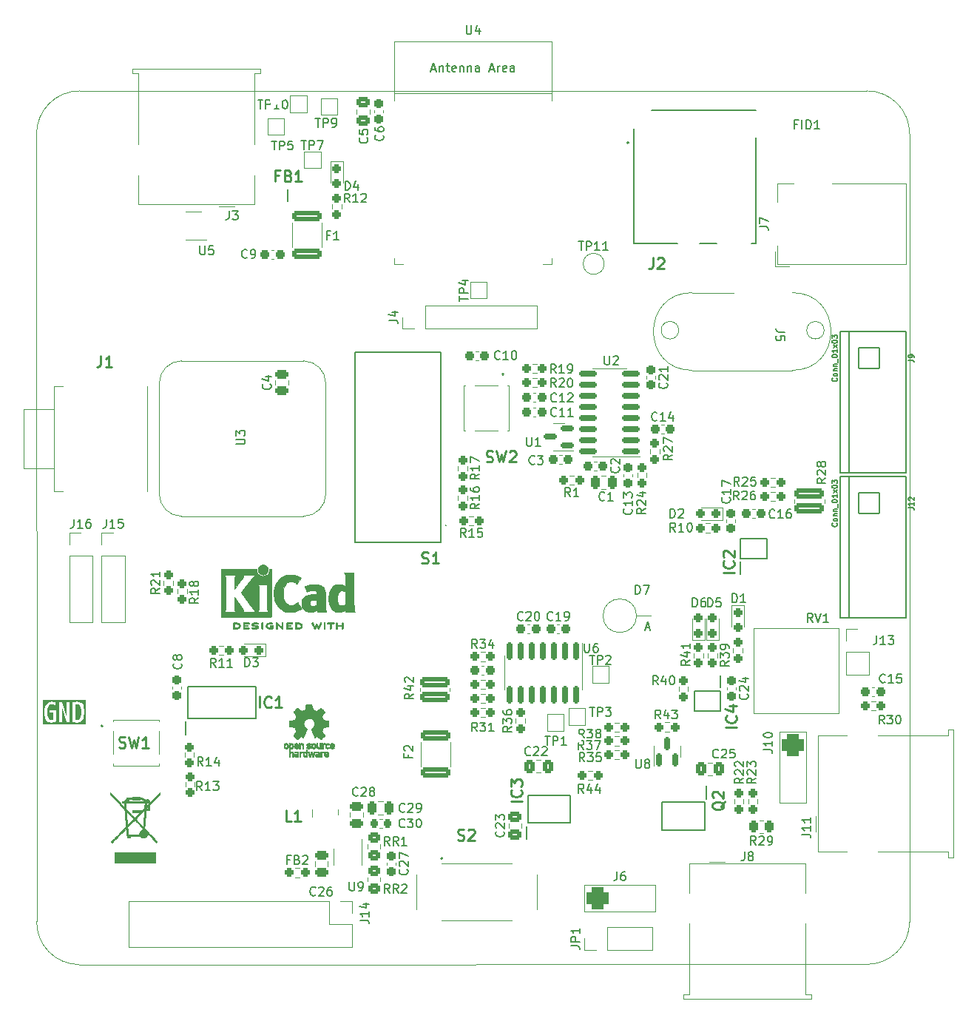
<source format=gbr>
%TF.GenerationSoftware,KiCad,Pcbnew,(6.0.9)*%
%TF.CreationDate,2023-01-14T14:27:17+02:00*%
%TF.ProjectId,ESP32_power_meter_MP3_player_WIFI_radio_V2,45535033-325f-4706-9f77-65725f6d6574,rev?*%
%TF.SameCoordinates,Original*%
%TF.FileFunction,Legend,Top*%
%TF.FilePolarity,Positive*%
%FSLAX46Y46*%
G04 Gerber Fmt 4.6, Leading zero omitted, Abs format (unit mm)*
G04 Created by KiCad (PCBNEW (6.0.9)) date 2023-01-14 14:27:17*
%MOMM*%
%LPD*%
G01*
G04 APERTURE LIST*
G04 Aperture macros list*
%AMRoundRect*
0 Rectangle with rounded corners*
0 $1 Rounding radius*
0 $2 $3 $4 $5 $6 $7 $8 $9 X,Y pos of 4 corners*
0 Add a 4 corners polygon primitive as box body*
4,1,4,$2,$3,$4,$5,$6,$7,$8,$9,$2,$3,0*
0 Add four circle primitives for the rounded corners*
1,1,$1+$1,$2,$3*
1,1,$1+$1,$4,$5*
1,1,$1+$1,$6,$7*
1,1,$1+$1,$8,$9*
0 Add four rect primitives between the rounded corners*
20,1,$1+$1,$2,$3,$4,$5,0*
20,1,$1+$1,$4,$5,$6,$7,0*
20,1,$1+$1,$6,$7,$8,$9,0*
20,1,$1+$1,$8,$9,$2,$3,0*%
G04 Aperture macros list end*
%TA.AperFunction,Profile*%
%ADD10C,0.100000*%
%TD*%
%ADD11C,0.150000*%
%ADD12C,0.127000*%
%ADD13C,0.254000*%
%ADD14C,0.120000*%
%ADD15C,0.203200*%
%ADD16C,0.200000*%
%ADD17C,0.010000*%
%TA.AperFunction,Profile*%
%ADD18C,0.120000*%
%TD*%
%ADD19C,0.100000*%
%ADD20C,0.487311*%
%ADD21RoundRect,0.237500X-0.250000X-0.237500X0.250000X-0.237500X0.250000X0.237500X-0.250000X0.237500X0*%
%ADD22RoundRect,0.101600X-1.206500X1.206500X-1.206500X-1.206500X1.206500X-1.206500X1.206500X1.206500X0*%
%ADD23C,2.616200*%
%ADD24RoundRect,0.150000X-0.150000X0.825000X-0.150000X-0.825000X0.150000X-0.825000X0.150000X0.825000X0*%
%ADD25RoundRect,0.250000X-0.450000X0.350000X-0.450000X-0.350000X0.450000X-0.350000X0.450000X0.350000X0*%
%ADD26RoundRect,0.237500X-0.300000X-0.237500X0.300000X-0.237500X0.300000X0.237500X-0.300000X0.237500X0*%
%ADD27RoundRect,0.237500X-0.237500X0.300000X-0.237500X-0.300000X0.237500X-0.300000X0.237500X0.300000X0*%
%ADD28R,1.500000X1.500000*%
%ADD29RoundRect,0.250000X0.475000X-0.337500X0.475000X0.337500X-0.475000X0.337500X-0.475000X-0.337500X0*%
%ADD30R,1.700000X1.700000*%
%ADD31O,1.700000X1.700000*%
%ADD32RoundRect,0.237500X0.287500X0.237500X-0.287500X0.237500X-0.287500X-0.237500X0.287500X-0.237500X0*%
%ADD33R,1.200000X1.850000*%
%ADD34RoundRect,0.237500X0.237500X-0.250000X0.237500X0.250000X-0.237500X0.250000X-0.237500X-0.250000X0*%
%ADD35RoundRect,0.150000X0.150000X-0.587500X0.150000X0.587500X-0.150000X0.587500X-0.150000X-0.587500X0*%
%ADD36RoundRect,0.237500X-0.237500X0.287500X-0.237500X-0.287500X0.237500X-0.287500X0.237500X0.287500X0*%
%ADD37RoundRect,0.150000X0.587500X0.150000X-0.587500X0.150000X-0.587500X-0.150000X0.587500X-0.150000X0*%
%ADD38RoundRect,0.650000X-0.650000X0.650000X-0.650000X-0.650000X0.650000X-0.650000X0.650000X0.650000X0*%
%ADD39C,2.600000*%
%ADD40R,0.650000X1.560000*%
%ADD41R,1.500000X0.900000*%
%ADD42R,0.900000X1.500000*%
%ADD43R,0.900000X0.900000*%
%ADD44RoundRect,0.237500X0.237500X-0.300000X0.237500X0.300000X-0.237500X0.300000X-0.237500X-0.300000X0*%
%ADD45R,5.500000X2.000000*%
%ADD46R,1.800000X5.000000*%
%ADD47RoundRect,0.250000X-1.450000X0.312500X-1.450000X-0.312500X1.450000X-0.312500X1.450000X0.312500X0*%
%ADD48RoundRect,0.250000X0.262500X0.450000X-0.262500X0.450000X-0.262500X-0.450000X0.262500X-0.450000X0*%
%ADD49R,0.700000X1.000000*%
%ADD50R,1.300000X1.400000*%
%ADD51R,1.000000X0.950000*%
%ADD52R,1.400000X1.900000*%
%ADD53R,0.800000X1.500000*%
%ADD54R,0.300000X1.400000*%
%ADD55RoundRect,0.237500X-0.237500X0.250000X-0.237500X-0.250000X0.237500X-0.250000X0.237500X0.250000X0*%
%ADD56C,1.500000*%
%ADD57R,0.650000X1.500000*%
%ADD58R,1.800000X4.400000*%
%ADD59O,1.800000X4.000000*%
%ADD60O,4.000000X1.800000*%
%ADD61R,0.450000X1.500000*%
%ADD62R,1.500000X1.600000*%
%ADD63C,1.600000*%
%ADD64C,3.000000*%
%ADD65RoundRect,0.237500X0.250000X0.237500X-0.250000X0.237500X-0.250000X-0.237500X0.250000X-0.237500X0*%
%ADD66RoundRect,0.225000X-0.225000X-0.250000X0.225000X-0.250000X0.225000X0.250000X-0.225000X0.250000X0*%
%ADD67RoundRect,0.250000X-0.337500X-0.475000X0.337500X-0.475000X0.337500X0.475000X-0.337500X0.475000X0*%
%ADD68R,1.000000X0.700000*%
%ADD69R,1.600000X1.500000*%
%ADD70RoundRect,0.250000X-1.450000X0.337500X-1.450000X-0.337500X1.450000X-0.337500X1.450000X0.337500X0*%
%ADD71RoundRect,0.237500X0.300000X0.237500X-0.300000X0.237500X-0.300000X-0.237500X0.300000X-0.237500X0*%
%ADD72C,3.200000*%
%ADD73C,3.810000*%
%ADD74C,2.700000*%
%ADD75C,1.524000*%
%ADD76C,1.300000*%
%ADD77C,1.710000*%
%ADD78R,2.700000X0.800000*%
%ADD79RoundRect,0.250000X-0.475000X0.250000X-0.475000X-0.250000X0.475000X-0.250000X0.475000X0.250000X0*%
%ADD80RoundRect,0.250000X0.475000X-0.250000X0.475000X0.250000X-0.475000X0.250000X-0.475000X-0.250000X0*%
%ADD81RoundRect,0.237500X0.237500X-0.287500X0.237500X0.287500X-0.237500X0.287500X-0.237500X-0.287500X0*%
%ADD82C,1.440000*%
%ADD83R,1.950000X1.950000*%
%ADD84C,1.950000*%
%ADD85C,2.400000*%
%ADD86C,1.000000*%
%ADD87RoundRect,0.150000X0.825000X0.150000X-0.825000X0.150000X-0.825000X-0.150000X0.825000X-0.150000X0*%
%ADD88RoundRect,0.250000X-0.250000X-0.475000X0.250000X-0.475000X0.250000X0.475000X-0.250000X0.475000X0*%
%ADD89C,2.000000*%
%ADD90R,1.560000X0.650000*%
%ADD91RoundRect,0.650000X-0.650000X-0.650000X0.650000X-0.650000X0.650000X0.650000X-0.650000X0.650000X0*%
%ADD92R,2.400000X2.400000*%
%ADD93O,2.400000X2.400000*%
%ADD94C,1.980000*%
%ADD95C,5.325000*%
%ADD96C,3.585000*%
G04 APERTURE END LIST*
D10*
X149961600Y-145105552D02*
X149961600Y-54944997D01*
X54944997Y-50017244D02*
G75*
G03*
X50016884Y-54944848I-257J-4927856D01*
G01*
X149961593Y-54944997D02*
G75*
G03*
X145105552Y-50016884I-4856293J71297D01*
G01*
X145034000Y-149961584D02*
G75*
G03*
X149961600Y-145105552I70800J4856284D01*
G01*
X50038000Y-145054603D02*
X50016884Y-54944848D01*
X50038007Y-145054603D02*
G75*
G03*
X54894048Y-149982716I4856293J-71297D01*
G01*
X145034000Y-149961600D02*
X54894048Y-149982716D01*
X54944997Y-50017243D02*
X145105552Y-50016884D01*
D11*
%TO.C,FB2*%
X79016666Y-137961071D02*
X78683333Y-137961071D01*
X78683333Y-138484880D02*
X78683333Y-137484880D01*
X79159523Y-137484880D01*
X79873809Y-137961071D02*
X80016666Y-138008690D01*
X80064285Y-138056309D01*
X80111904Y-138151547D01*
X80111904Y-138294404D01*
X80064285Y-138389642D01*
X80016666Y-138437261D01*
X79921428Y-138484880D01*
X79540476Y-138484880D01*
X79540476Y-137484880D01*
X79873809Y-137484880D01*
X79969047Y-137532500D01*
X80016666Y-137580119D01*
X80064285Y-137675357D01*
X80064285Y-137770595D01*
X80016666Y-137865833D01*
X79969047Y-137913452D01*
X79873809Y-137961071D01*
X79540476Y-137961071D01*
X80492857Y-137580119D02*
X80540476Y-137532500D01*
X80635714Y-137484880D01*
X80873809Y-137484880D01*
X80969047Y-137532500D01*
X81016666Y-137580119D01*
X81064285Y-137675357D01*
X81064285Y-137770595D01*
X81016666Y-137913452D01*
X80445238Y-138484880D01*
X81064285Y-138484880D01*
D12*
%TO.C,J12*%
X149842591Y-97693495D02*
X150278020Y-97693495D01*
X150365105Y-97722524D01*
X150423162Y-97780581D01*
X150452191Y-97867667D01*
X150452191Y-97925724D01*
X150452191Y-97083895D02*
X150452191Y-97432238D01*
X150452191Y-97258067D02*
X149842591Y-97258067D01*
X149929677Y-97316124D01*
X149987734Y-97374181D01*
X150016762Y-97432238D01*
X149900648Y-96851667D02*
X149871620Y-96822638D01*
X149842591Y-96764581D01*
X149842591Y-96619438D01*
X149871620Y-96561381D01*
X149900648Y-96532352D01*
X149958705Y-96503324D01*
X150016762Y-96503324D01*
X150103848Y-96532352D01*
X150452191Y-96880695D01*
X150452191Y-96503324D01*
X141631134Y-99478752D02*
X141660162Y-99507781D01*
X141689191Y-99594867D01*
X141689191Y-99652924D01*
X141660162Y-99740010D01*
X141602105Y-99798067D01*
X141544048Y-99827095D01*
X141427934Y-99856124D01*
X141340848Y-99856124D01*
X141224734Y-99827095D01*
X141166677Y-99798067D01*
X141108620Y-99740010D01*
X141079591Y-99652924D01*
X141079591Y-99594867D01*
X141108620Y-99507781D01*
X141137648Y-99478752D01*
X141689191Y-99130410D02*
X141660162Y-99188467D01*
X141631134Y-99217495D01*
X141573077Y-99246524D01*
X141398905Y-99246524D01*
X141340848Y-99217495D01*
X141311820Y-99188467D01*
X141282791Y-99130410D01*
X141282791Y-99043324D01*
X141311820Y-98985267D01*
X141340848Y-98956238D01*
X141398905Y-98927210D01*
X141573077Y-98927210D01*
X141631134Y-98956238D01*
X141660162Y-98985267D01*
X141689191Y-99043324D01*
X141689191Y-99130410D01*
X141282791Y-98665952D02*
X141689191Y-98665952D01*
X141340848Y-98665952D02*
X141311820Y-98636924D01*
X141282791Y-98578867D01*
X141282791Y-98491781D01*
X141311820Y-98433724D01*
X141369877Y-98404695D01*
X141689191Y-98404695D01*
X141282791Y-98114410D02*
X141689191Y-98114410D01*
X141340848Y-98114410D02*
X141311820Y-98085381D01*
X141282791Y-98027324D01*
X141282791Y-97940238D01*
X141311820Y-97882181D01*
X141369877Y-97853152D01*
X141689191Y-97853152D01*
X141747248Y-97708010D02*
X141747248Y-97243552D01*
X141079591Y-96982295D02*
X141079591Y-96924238D01*
X141108620Y-96866181D01*
X141137648Y-96837152D01*
X141195705Y-96808124D01*
X141311820Y-96779095D01*
X141456962Y-96779095D01*
X141573077Y-96808124D01*
X141631134Y-96837152D01*
X141660162Y-96866181D01*
X141689191Y-96924238D01*
X141689191Y-96982295D01*
X141660162Y-97040352D01*
X141631134Y-97069381D01*
X141573077Y-97098410D01*
X141456962Y-97127438D01*
X141311820Y-97127438D01*
X141195705Y-97098410D01*
X141137648Y-97069381D01*
X141108620Y-97040352D01*
X141079591Y-96982295D01*
X141689191Y-96198524D02*
X141689191Y-96546867D01*
X141689191Y-96372695D02*
X141079591Y-96372695D01*
X141166677Y-96430752D01*
X141224734Y-96488810D01*
X141253762Y-96546867D01*
X141689191Y-95995324D02*
X141282791Y-95676010D01*
X141282791Y-95995324D02*
X141689191Y-95676010D01*
X141079591Y-95327667D02*
X141079591Y-95269610D01*
X141108620Y-95211552D01*
X141137648Y-95182524D01*
X141195705Y-95153495D01*
X141311820Y-95124467D01*
X141456962Y-95124467D01*
X141573077Y-95153495D01*
X141631134Y-95182524D01*
X141660162Y-95211552D01*
X141689191Y-95269610D01*
X141689191Y-95327667D01*
X141660162Y-95385724D01*
X141631134Y-95414752D01*
X141573077Y-95443781D01*
X141456962Y-95472810D01*
X141311820Y-95472810D01*
X141195705Y-95443781D01*
X141137648Y-95414752D01*
X141108620Y-95385724D01*
X141079591Y-95327667D01*
X141079591Y-94921267D02*
X141079591Y-94543895D01*
X141311820Y-94747095D01*
X141311820Y-94660010D01*
X141340848Y-94601952D01*
X141369877Y-94572924D01*
X141427934Y-94543895D01*
X141573077Y-94543895D01*
X141631134Y-94572924D01*
X141660162Y-94601952D01*
X141689191Y-94660010D01*
X141689191Y-94834181D01*
X141660162Y-94892238D01*
X141631134Y-94921267D01*
D11*
%TO.C,U6*%
X112738095Y-113252380D02*
X112738095Y-114061904D01*
X112785714Y-114157142D01*
X112833333Y-114204761D01*
X112928571Y-114252380D01*
X113119047Y-114252380D01*
X113214285Y-114204761D01*
X113261904Y-114157142D01*
X113309523Y-114061904D01*
X113309523Y-113252380D01*
X114214285Y-113252380D02*
X114023809Y-113252380D01*
X113928571Y-113300000D01*
X113880952Y-113347619D01*
X113785714Y-113490476D01*
X113738095Y-113680952D01*
X113738095Y-114061904D01*
X113785714Y-114157142D01*
X113833333Y-114204761D01*
X113928571Y-114252380D01*
X114119047Y-114252380D01*
X114214285Y-114204761D01*
X114261904Y-114157142D01*
X114309523Y-114061904D01*
X114309523Y-113823809D01*
X114261904Y-113728571D01*
X114214285Y-113680952D01*
X114119047Y-113633333D01*
X113928571Y-113633333D01*
X113833333Y-113680952D01*
X113785714Y-113728571D01*
X113738095Y-113823809D01*
%TO.C,RR1*%
X90433333Y-136352380D02*
X90100000Y-135876190D01*
X89861904Y-136352380D02*
X89861904Y-135352380D01*
X90242857Y-135352380D01*
X90338095Y-135400000D01*
X90385714Y-135447619D01*
X90433333Y-135542857D01*
X90433333Y-135685714D01*
X90385714Y-135780952D01*
X90338095Y-135828571D01*
X90242857Y-135876190D01*
X89861904Y-135876190D01*
X91433333Y-136352380D02*
X91100000Y-135876190D01*
X90861904Y-136352380D02*
X90861904Y-135352380D01*
X91242857Y-135352380D01*
X91338095Y-135400000D01*
X91385714Y-135447619D01*
X91433333Y-135542857D01*
X91433333Y-135685714D01*
X91385714Y-135780952D01*
X91338095Y-135828571D01*
X91242857Y-135876190D01*
X90861904Y-135876190D01*
X92385714Y-136352380D02*
X91814285Y-136352380D01*
X92100000Y-136352380D02*
X92100000Y-135352380D01*
X92004761Y-135495238D01*
X91909523Y-135590476D01*
X91814285Y-135638095D01*
%TO.C,C15*%
X147157142Y-117657142D02*
X147109523Y-117704761D01*
X146966666Y-117752380D01*
X146871428Y-117752380D01*
X146728571Y-117704761D01*
X146633333Y-117609523D01*
X146585714Y-117514285D01*
X146538095Y-117323809D01*
X146538095Y-117180952D01*
X146585714Y-116990476D01*
X146633333Y-116895238D01*
X146728571Y-116800000D01*
X146871428Y-116752380D01*
X146966666Y-116752380D01*
X147109523Y-116800000D01*
X147157142Y-116847619D01*
X148109523Y-117752380D02*
X147538095Y-117752380D01*
X147823809Y-117752380D02*
X147823809Y-116752380D01*
X147728571Y-116895238D01*
X147633333Y-116990476D01*
X147538095Y-117038095D01*
X149014285Y-116752380D02*
X148538095Y-116752380D01*
X148490476Y-117228571D01*
X148538095Y-117180952D01*
X148633333Y-117133333D01*
X148871428Y-117133333D01*
X148966666Y-117180952D01*
X149014285Y-117228571D01*
X149061904Y-117323809D01*
X149061904Y-117561904D01*
X149014285Y-117657142D01*
X148966666Y-117704761D01*
X148871428Y-117752380D01*
X148633333Y-117752380D01*
X148538095Y-117704761D01*
X148490476Y-117657142D01*
%TO.C,C13*%
X118107142Y-97842857D02*
X118154761Y-97890476D01*
X118202380Y-98033333D01*
X118202380Y-98128571D01*
X118154761Y-98271428D01*
X118059523Y-98366666D01*
X117964285Y-98414285D01*
X117773809Y-98461904D01*
X117630952Y-98461904D01*
X117440476Y-98414285D01*
X117345238Y-98366666D01*
X117250000Y-98271428D01*
X117202380Y-98128571D01*
X117202380Y-98033333D01*
X117250000Y-97890476D01*
X117297619Y-97842857D01*
X118202380Y-96890476D02*
X118202380Y-97461904D01*
X118202380Y-97176190D02*
X117202380Y-97176190D01*
X117345238Y-97271428D01*
X117440476Y-97366666D01*
X117488095Y-97461904D01*
X117202380Y-96557142D02*
X117202380Y-95938095D01*
X117583333Y-96271428D01*
X117583333Y-96128571D01*
X117630952Y-96033333D01*
X117678571Y-95985714D01*
X117773809Y-95938095D01*
X118011904Y-95938095D01*
X118107142Y-95985714D01*
X118154761Y-96033333D01*
X118202380Y-96128571D01*
X118202380Y-96414285D01*
X118154761Y-96509523D01*
X118107142Y-96557142D01*
%TO.C,R19*%
X109469642Y-82302380D02*
X109136309Y-81826190D01*
X108898214Y-82302380D02*
X108898214Y-81302380D01*
X109279166Y-81302380D01*
X109374404Y-81350000D01*
X109422023Y-81397619D01*
X109469642Y-81492857D01*
X109469642Y-81635714D01*
X109422023Y-81730952D01*
X109374404Y-81778571D01*
X109279166Y-81826190D01*
X108898214Y-81826190D01*
X110422023Y-82302380D02*
X109850595Y-82302380D01*
X110136309Y-82302380D02*
X110136309Y-81302380D01*
X110041071Y-81445238D01*
X109945833Y-81540476D01*
X109850595Y-81588095D01*
X110898214Y-82302380D02*
X111088690Y-82302380D01*
X111183928Y-82254761D01*
X111231547Y-82207142D01*
X111326785Y-82064285D01*
X111374404Y-81873809D01*
X111374404Y-81492857D01*
X111326785Y-81397619D01*
X111279166Y-81350000D01*
X111183928Y-81302380D01*
X110993452Y-81302380D01*
X110898214Y-81350000D01*
X110850595Y-81397619D01*
X110802976Y-81492857D01*
X110802976Y-81730952D01*
X110850595Y-81826190D01*
X110898214Y-81873809D01*
X110993452Y-81921428D01*
X111183928Y-81921428D01*
X111279166Y-81873809D01*
X111326785Y-81826190D01*
X111374404Y-81730952D01*
%TO.C,TP4*%
X98404380Y-74061904D02*
X98404380Y-73490476D01*
X99404380Y-73776190D02*
X98404380Y-73776190D01*
X99404380Y-73157142D02*
X98404380Y-73157142D01*
X98404380Y-72776190D01*
X98452000Y-72680952D01*
X98499619Y-72633333D01*
X98594857Y-72585714D01*
X98737714Y-72585714D01*
X98832952Y-72633333D01*
X98880571Y-72680952D01*
X98928190Y-72776190D01*
X98928190Y-73157142D01*
X98737714Y-71728571D02*
X99404380Y-71728571D01*
X98356761Y-71966666D02*
X99071047Y-72204761D01*
X99071047Y-71585714D01*
%TO.C,R35*%
X112757142Y-126752380D02*
X112423809Y-126276190D01*
X112185714Y-126752380D02*
X112185714Y-125752380D01*
X112566666Y-125752380D01*
X112661904Y-125800000D01*
X112709523Y-125847619D01*
X112757142Y-125942857D01*
X112757142Y-126085714D01*
X112709523Y-126180952D01*
X112661904Y-126228571D01*
X112566666Y-126276190D01*
X112185714Y-126276190D01*
X113090476Y-125752380D02*
X113709523Y-125752380D01*
X113376190Y-126133333D01*
X113519047Y-126133333D01*
X113614285Y-126180952D01*
X113661904Y-126228571D01*
X113709523Y-126323809D01*
X113709523Y-126561904D01*
X113661904Y-126657142D01*
X113614285Y-126704761D01*
X113519047Y-126752380D01*
X113233333Y-126752380D01*
X113138095Y-126704761D01*
X113090476Y-126657142D01*
X114614285Y-125752380D02*
X114138095Y-125752380D01*
X114090476Y-126228571D01*
X114138095Y-126180952D01*
X114233333Y-126133333D01*
X114471428Y-126133333D01*
X114566666Y-126180952D01*
X114614285Y-126228571D01*
X114661904Y-126323809D01*
X114661904Y-126561904D01*
X114614285Y-126657142D01*
X114566666Y-126704761D01*
X114471428Y-126752380D01*
X114233333Y-126752380D01*
X114138095Y-126704761D01*
X114090476Y-126657142D01*
%TO.C,C23*%
X103477142Y-134742857D02*
X103524761Y-134790476D01*
X103572380Y-134933333D01*
X103572380Y-135028571D01*
X103524761Y-135171428D01*
X103429523Y-135266666D01*
X103334285Y-135314285D01*
X103143809Y-135361904D01*
X103000952Y-135361904D01*
X102810476Y-135314285D01*
X102715238Y-135266666D01*
X102620000Y-135171428D01*
X102572380Y-135028571D01*
X102572380Y-134933333D01*
X102620000Y-134790476D01*
X102667619Y-134742857D01*
X102667619Y-134361904D02*
X102620000Y-134314285D01*
X102572380Y-134219047D01*
X102572380Y-133980952D01*
X102620000Y-133885714D01*
X102667619Y-133838095D01*
X102762857Y-133790476D01*
X102858095Y-133790476D01*
X103000952Y-133838095D01*
X103572380Y-134409523D01*
X103572380Y-133790476D01*
X102572380Y-133457142D02*
X102572380Y-132838095D01*
X102953333Y-133171428D01*
X102953333Y-133028571D01*
X103000952Y-132933333D01*
X103048571Y-132885714D01*
X103143809Y-132838095D01*
X103381904Y-132838095D01*
X103477142Y-132885714D01*
X103524761Y-132933333D01*
X103572380Y-133028571D01*
X103572380Y-133314285D01*
X103524761Y-133409523D01*
X103477142Y-133457142D01*
%TO.C,J16*%
X54290476Y-99022380D02*
X54290476Y-99736666D01*
X54242857Y-99879523D01*
X54147619Y-99974761D01*
X54004761Y-100022380D01*
X53909523Y-100022380D01*
X55290476Y-100022380D02*
X54719047Y-100022380D01*
X55004761Y-100022380D02*
X55004761Y-99022380D01*
X54909523Y-99165238D01*
X54814285Y-99260476D01*
X54719047Y-99308095D01*
X56147619Y-99022380D02*
X55957142Y-99022380D01*
X55861904Y-99070000D01*
X55814285Y-99117619D01*
X55719047Y-99260476D01*
X55671428Y-99450952D01*
X55671428Y-99831904D01*
X55719047Y-99927142D01*
X55766666Y-99974761D01*
X55861904Y-100022380D01*
X56052380Y-100022380D01*
X56147619Y-99974761D01*
X56195238Y-99927142D01*
X56242857Y-99831904D01*
X56242857Y-99593809D01*
X56195238Y-99498571D01*
X56147619Y-99450952D01*
X56052380Y-99403333D01*
X55861904Y-99403333D01*
X55766666Y-99450952D01*
X55719047Y-99498571D01*
X55671428Y-99593809D01*
%TO.C,D3*%
X73861904Y-115882380D02*
X73861904Y-114882380D01*
X74100000Y-114882380D01*
X74242857Y-114930000D01*
X74338095Y-115025238D01*
X74385714Y-115120476D01*
X74433333Y-115310952D01*
X74433333Y-115453809D01*
X74385714Y-115644285D01*
X74338095Y-115739523D01*
X74242857Y-115834761D01*
X74100000Y-115882380D01*
X73861904Y-115882380D01*
X74766666Y-114882380D02*
X75385714Y-114882380D01*
X75052380Y-115263333D01*
X75195238Y-115263333D01*
X75290476Y-115310952D01*
X75338095Y-115358571D01*
X75385714Y-115453809D01*
X75385714Y-115691904D01*
X75338095Y-115787142D01*
X75290476Y-115834761D01*
X75195238Y-115882380D01*
X74909523Y-115882380D01*
X74814285Y-115834761D01*
X74766666Y-115787142D01*
D13*
%TO.C,FB1*%
X77741666Y-59709285D02*
X77318333Y-59709285D01*
X77318333Y-60374523D02*
X77318333Y-59104523D01*
X77923095Y-59104523D01*
X78830238Y-59709285D02*
X79011666Y-59769761D01*
X79072142Y-59830238D01*
X79132619Y-59951190D01*
X79132619Y-60132619D01*
X79072142Y-60253571D01*
X79011666Y-60314047D01*
X78890714Y-60374523D01*
X78406904Y-60374523D01*
X78406904Y-59104523D01*
X78830238Y-59104523D01*
X78951190Y-59165000D01*
X79011666Y-59225476D01*
X79072142Y-59346428D01*
X79072142Y-59467380D01*
X79011666Y-59588333D01*
X78951190Y-59648809D01*
X78830238Y-59709285D01*
X78406904Y-59709285D01*
X80342142Y-60374523D02*
X79616428Y-60374523D01*
X79979285Y-60374523D02*
X79979285Y-59104523D01*
X79858333Y-59285952D01*
X79737380Y-59406904D01*
X79616428Y-59467380D01*
D11*
%TO.C,R24*%
X119752380Y-97792857D02*
X119276190Y-98126190D01*
X119752380Y-98364285D02*
X118752380Y-98364285D01*
X118752380Y-97983333D01*
X118800000Y-97888095D01*
X118847619Y-97840476D01*
X118942857Y-97792857D01*
X119085714Y-97792857D01*
X119180952Y-97840476D01*
X119228571Y-97888095D01*
X119276190Y-97983333D01*
X119276190Y-98364285D01*
X118847619Y-97411904D02*
X118800000Y-97364285D01*
X118752380Y-97269047D01*
X118752380Y-97030952D01*
X118800000Y-96935714D01*
X118847619Y-96888095D01*
X118942857Y-96840476D01*
X119038095Y-96840476D01*
X119180952Y-96888095D01*
X119752380Y-97459523D01*
X119752380Y-96840476D01*
X119085714Y-95983333D02*
X119752380Y-95983333D01*
X118704761Y-96221428D02*
X119419047Y-96459523D01*
X119419047Y-95840476D01*
%TO.C,U8*%
X118638095Y-126502380D02*
X118638095Y-127311904D01*
X118685714Y-127407142D01*
X118733333Y-127454761D01*
X118828571Y-127502380D01*
X119019047Y-127502380D01*
X119114285Y-127454761D01*
X119161904Y-127407142D01*
X119209523Y-127311904D01*
X119209523Y-126502380D01*
X119828571Y-126930952D02*
X119733333Y-126883333D01*
X119685714Y-126835714D01*
X119638095Y-126740476D01*
X119638095Y-126692857D01*
X119685714Y-126597619D01*
X119733333Y-126550000D01*
X119828571Y-126502380D01*
X120019047Y-126502380D01*
X120114285Y-126550000D01*
X120161904Y-126597619D01*
X120209523Y-126692857D01*
X120209523Y-126740476D01*
X120161904Y-126835714D01*
X120114285Y-126883333D01*
X120019047Y-126930952D01*
X119828571Y-126930952D01*
X119733333Y-126978571D01*
X119685714Y-127026190D01*
X119638095Y-127121428D01*
X119638095Y-127311904D01*
X119685714Y-127407142D01*
X119733333Y-127454761D01*
X119828571Y-127502380D01*
X120019047Y-127502380D01*
X120114285Y-127454761D01*
X120161904Y-127407142D01*
X120209523Y-127311904D01*
X120209523Y-127121428D01*
X120161904Y-127026190D01*
X120114285Y-126978571D01*
X120019047Y-126930952D01*
%TO.C,D1*%
X129661904Y-108552380D02*
X129661904Y-107552380D01*
X129900000Y-107552380D01*
X130042857Y-107600000D01*
X130138095Y-107695238D01*
X130185714Y-107790476D01*
X130233333Y-107980952D01*
X130233333Y-108123809D01*
X130185714Y-108314285D01*
X130138095Y-108409523D01*
X130042857Y-108504761D01*
X129900000Y-108552380D01*
X129661904Y-108552380D01*
X131185714Y-108552380D02*
X130614285Y-108552380D01*
X130900000Y-108552380D02*
X130900000Y-107552380D01*
X130804761Y-107695238D01*
X130709523Y-107790476D01*
X130614285Y-107838095D01*
%TO.C,U1*%
X106138095Y-89652380D02*
X106138095Y-90461904D01*
X106185714Y-90557142D01*
X106233333Y-90604761D01*
X106328571Y-90652380D01*
X106519047Y-90652380D01*
X106614285Y-90604761D01*
X106661904Y-90557142D01*
X106709523Y-90461904D01*
X106709523Y-89652380D01*
X107709523Y-90652380D02*
X107138095Y-90652380D01*
X107423809Y-90652380D02*
X107423809Y-89652380D01*
X107328571Y-89795238D01*
X107233333Y-89890476D01*
X107138095Y-89938095D01*
%TO.C,J14*%
X87052380Y-144909523D02*
X87766666Y-144909523D01*
X87909523Y-144957142D01*
X88004761Y-145052380D01*
X88052380Y-145195238D01*
X88052380Y-145290476D01*
X88052380Y-143909523D02*
X88052380Y-144480952D01*
X88052380Y-144195238D02*
X87052380Y-144195238D01*
X87195238Y-144290476D01*
X87290476Y-144385714D01*
X87338095Y-144480952D01*
X87385714Y-143052380D02*
X88052380Y-143052380D01*
X87004761Y-143290476D02*
X87719047Y-143528571D01*
X87719047Y-142909523D01*
%TO.C,J10*%
X133252380Y-125409523D02*
X133966666Y-125409523D01*
X134109523Y-125457142D01*
X134204761Y-125552380D01*
X134252380Y-125695238D01*
X134252380Y-125790476D01*
X134252380Y-124409523D02*
X134252380Y-124980952D01*
X134252380Y-124695238D02*
X133252380Y-124695238D01*
X133395238Y-124790476D01*
X133490476Y-124885714D01*
X133538095Y-124980952D01*
X133252380Y-123790476D02*
X133252380Y-123695238D01*
X133300000Y-123600000D01*
X133347619Y-123552380D01*
X133442857Y-123504761D01*
X133633333Y-123457142D01*
X133871428Y-123457142D01*
X134061904Y-123504761D01*
X134157142Y-123552380D01*
X134204761Y-123600000D01*
X134252380Y-123695238D01*
X134252380Y-123790476D01*
X134204761Y-123885714D01*
X134157142Y-123933333D01*
X134061904Y-123980952D01*
X133871428Y-124028571D01*
X133633333Y-124028571D01*
X133442857Y-123980952D01*
X133347619Y-123933333D01*
X133300000Y-123885714D01*
X133252380Y-123790476D01*
%TO.C,U9*%
X85838095Y-140552380D02*
X85838095Y-141361904D01*
X85885714Y-141457142D01*
X85933333Y-141504761D01*
X86028571Y-141552380D01*
X86219047Y-141552380D01*
X86314285Y-141504761D01*
X86361904Y-141457142D01*
X86409523Y-141361904D01*
X86409523Y-140552380D01*
X86933333Y-141552380D02*
X87123809Y-141552380D01*
X87219047Y-141504761D01*
X87266666Y-141457142D01*
X87361904Y-141314285D01*
X87409523Y-141123809D01*
X87409523Y-140742857D01*
X87361904Y-140647619D01*
X87314285Y-140600000D01*
X87219047Y-140552380D01*
X87028571Y-140552380D01*
X86933333Y-140600000D01*
X86885714Y-140647619D01*
X86838095Y-140742857D01*
X86838095Y-140980952D01*
X86885714Y-141076190D01*
X86933333Y-141123809D01*
X87028571Y-141171428D01*
X87219047Y-141171428D01*
X87314285Y-141123809D01*
X87361904Y-141076190D01*
X87409523Y-140980952D01*
%TO.C,C27*%
X92437142Y-139105357D02*
X92484761Y-139152976D01*
X92532380Y-139295833D01*
X92532380Y-139391071D01*
X92484761Y-139533928D01*
X92389523Y-139629166D01*
X92294285Y-139676785D01*
X92103809Y-139724404D01*
X91960952Y-139724404D01*
X91770476Y-139676785D01*
X91675238Y-139629166D01*
X91580000Y-139533928D01*
X91532380Y-139391071D01*
X91532380Y-139295833D01*
X91580000Y-139152976D01*
X91627619Y-139105357D01*
X91627619Y-138724404D02*
X91580000Y-138676785D01*
X91532380Y-138581547D01*
X91532380Y-138343452D01*
X91580000Y-138248214D01*
X91627619Y-138200595D01*
X91722857Y-138152976D01*
X91818095Y-138152976D01*
X91960952Y-138200595D01*
X92532380Y-138772023D01*
X92532380Y-138152976D01*
X91532380Y-137819642D02*
X91532380Y-137152976D01*
X92532380Y-137581547D01*
%TO.C,U4*%
X99238095Y-42522380D02*
X99238095Y-43331904D01*
X99285714Y-43427142D01*
X99333333Y-43474761D01*
X99428571Y-43522380D01*
X99619047Y-43522380D01*
X99714285Y-43474761D01*
X99761904Y-43427142D01*
X99809523Y-43331904D01*
X99809523Y-42522380D01*
X100714285Y-42855714D02*
X100714285Y-43522380D01*
X100476190Y-42474761D02*
X100238095Y-43189047D01*
X100857142Y-43189047D01*
X95238095Y-47536666D02*
X95714285Y-47536666D01*
X95142857Y-47822380D02*
X95476190Y-46822380D01*
X95809523Y-47822380D01*
X96142857Y-47155714D02*
X96142857Y-47822380D01*
X96142857Y-47250952D02*
X96190476Y-47203333D01*
X96285714Y-47155714D01*
X96428571Y-47155714D01*
X96523809Y-47203333D01*
X96571428Y-47298571D01*
X96571428Y-47822380D01*
X96904761Y-47155714D02*
X97285714Y-47155714D01*
X97047619Y-46822380D02*
X97047619Y-47679523D01*
X97095238Y-47774761D01*
X97190476Y-47822380D01*
X97285714Y-47822380D01*
X98000000Y-47774761D02*
X97904761Y-47822380D01*
X97714285Y-47822380D01*
X97619047Y-47774761D01*
X97571428Y-47679523D01*
X97571428Y-47298571D01*
X97619047Y-47203333D01*
X97714285Y-47155714D01*
X97904761Y-47155714D01*
X98000000Y-47203333D01*
X98047619Y-47298571D01*
X98047619Y-47393809D01*
X97571428Y-47489047D01*
X98476190Y-47155714D02*
X98476190Y-47822380D01*
X98476190Y-47250952D02*
X98523809Y-47203333D01*
X98619047Y-47155714D01*
X98761904Y-47155714D01*
X98857142Y-47203333D01*
X98904761Y-47298571D01*
X98904761Y-47822380D01*
X99380952Y-47155714D02*
X99380952Y-47822380D01*
X99380952Y-47250952D02*
X99428571Y-47203333D01*
X99523809Y-47155714D01*
X99666666Y-47155714D01*
X99761904Y-47203333D01*
X99809523Y-47298571D01*
X99809523Y-47822380D01*
X100714285Y-47822380D02*
X100714285Y-47298571D01*
X100666666Y-47203333D01*
X100571428Y-47155714D01*
X100380952Y-47155714D01*
X100285714Y-47203333D01*
X100714285Y-47774761D02*
X100619047Y-47822380D01*
X100380952Y-47822380D01*
X100285714Y-47774761D01*
X100238095Y-47679523D01*
X100238095Y-47584285D01*
X100285714Y-47489047D01*
X100380952Y-47441428D01*
X100619047Y-47441428D01*
X100714285Y-47393809D01*
X101904761Y-47536666D02*
X102380952Y-47536666D01*
X101809523Y-47822380D02*
X102142857Y-46822380D01*
X102476190Y-47822380D01*
X102809523Y-47822380D02*
X102809523Y-47155714D01*
X102809523Y-47346190D02*
X102857142Y-47250952D01*
X102904761Y-47203333D01*
X103000000Y-47155714D01*
X103095238Y-47155714D01*
X103809523Y-47774761D02*
X103714285Y-47822380D01*
X103523809Y-47822380D01*
X103428571Y-47774761D01*
X103380952Y-47679523D01*
X103380952Y-47298571D01*
X103428571Y-47203333D01*
X103523809Y-47155714D01*
X103714285Y-47155714D01*
X103809523Y-47203333D01*
X103857142Y-47298571D01*
X103857142Y-47393809D01*
X103380952Y-47489047D01*
X104714285Y-47822380D02*
X104714285Y-47298571D01*
X104666666Y-47203333D01*
X104571428Y-47155714D01*
X104380952Y-47155714D01*
X104285714Y-47203333D01*
X104714285Y-47774761D02*
X104619047Y-47822380D01*
X104380952Y-47822380D01*
X104285714Y-47774761D01*
X104238095Y-47679523D01*
X104238095Y-47584285D01*
X104285714Y-47489047D01*
X104380952Y-47441428D01*
X104619047Y-47441428D01*
X104714285Y-47393809D01*
%TO.C,J13*%
X146190476Y-112352380D02*
X146190476Y-113066666D01*
X146142857Y-113209523D01*
X146047619Y-113304761D01*
X145904761Y-113352380D01*
X145809523Y-113352380D01*
X147190476Y-113352380D02*
X146619047Y-113352380D01*
X146904761Y-113352380D02*
X146904761Y-112352380D01*
X146809523Y-112495238D01*
X146714285Y-112590476D01*
X146619047Y-112638095D01*
X147523809Y-112352380D02*
X148142857Y-112352380D01*
X147809523Y-112733333D01*
X147952380Y-112733333D01*
X148047619Y-112780952D01*
X148095238Y-112828571D01*
X148142857Y-112923809D01*
X148142857Y-113161904D01*
X148095238Y-113257142D01*
X148047619Y-113304761D01*
X147952380Y-113352380D01*
X147666666Y-113352380D01*
X147571428Y-113304761D01*
X147523809Y-113257142D01*
%TO.C,C8*%
X66557142Y-115516666D02*
X66604761Y-115564285D01*
X66652380Y-115707142D01*
X66652380Y-115802380D01*
X66604761Y-115945238D01*
X66509523Y-116040476D01*
X66414285Y-116088095D01*
X66223809Y-116135714D01*
X66080952Y-116135714D01*
X65890476Y-116088095D01*
X65795238Y-116040476D01*
X65700000Y-115945238D01*
X65652380Y-115802380D01*
X65652380Y-115707142D01*
X65700000Y-115564285D01*
X65747619Y-115516666D01*
X66080952Y-114945238D02*
X66033333Y-115040476D01*
X65985714Y-115088095D01*
X65890476Y-115135714D01*
X65842857Y-115135714D01*
X65747619Y-115088095D01*
X65700000Y-115040476D01*
X65652380Y-114945238D01*
X65652380Y-114754761D01*
X65700000Y-114659523D01*
X65747619Y-114611904D01*
X65842857Y-114564285D01*
X65890476Y-114564285D01*
X65985714Y-114611904D01*
X66033333Y-114659523D01*
X66080952Y-114754761D01*
X66080952Y-114945238D01*
X66128571Y-115040476D01*
X66176190Y-115088095D01*
X66271428Y-115135714D01*
X66461904Y-115135714D01*
X66557142Y-115088095D01*
X66604761Y-115040476D01*
X66652380Y-114945238D01*
X66652380Y-114754761D01*
X66604761Y-114659523D01*
X66557142Y-114611904D01*
X66461904Y-114564285D01*
X66271428Y-114564285D01*
X66176190Y-114611904D01*
X66128571Y-114659523D01*
X66080952Y-114754761D01*
%TO.C,J5*%
X135665619Y-77590666D02*
X134951333Y-77590666D01*
X134808476Y-77543047D01*
X134713238Y-77447809D01*
X134665619Y-77304952D01*
X134665619Y-77209714D01*
X135665619Y-78543047D02*
X135665619Y-78066857D01*
X135189428Y-78019238D01*
X135237047Y-78066857D01*
X135284666Y-78162095D01*
X135284666Y-78400190D01*
X135237047Y-78495428D01*
X135189428Y-78543047D01*
X135094190Y-78590666D01*
X134856095Y-78590666D01*
X134760857Y-78543047D01*
X134713238Y-78495428D01*
X134665619Y-78400190D01*
X134665619Y-78162095D01*
X134713238Y-78066857D01*
X134760857Y-78019238D01*
%TO.C,F1*%
X83566666Y-66528571D02*
X83233333Y-66528571D01*
X83233333Y-67052380D02*
X83233333Y-66052380D01*
X83709523Y-66052380D01*
X84614285Y-67052380D02*
X84042857Y-67052380D01*
X84328571Y-67052380D02*
X84328571Y-66052380D01*
X84233333Y-66195238D01*
X84138095Y-66290476D01*
X84042857Y-66338095D01*
%TO.C,C17*%
X129357142Y-96542857D02*
X129404761Y-96590476D01*
X129452380Y-96733333D01*
X129452380Y-96828571D01*
X129404761Y-96971428D01*
X129309523Y-97066666D01*
X129214285Y-97114285D01*
X129023809Y-97161904D01*
X128880952Y-97161904D01*
X128690476Y-97114285D01*
X128595238Y-97066666D01*
X128500000Y-96971428D01*
X128452380Y-96828571D01*
X128452380Y-96733333D01*
X128500000Y-96590476D01*
X128547619Y-96542857D01*
X129452380Y-95590476D02*
X129452380Y-96161904D01*
X129452380Y-95876190D02*
X128452380Y-95876190D01*
X128595238Y-95971428D01*
X128690476Y-96066666D01*
X128738095Y-96161904D01*
X128452380Y-95257142D02*
X128452380Y-94590476D01*
X129452380Y-95019047D01*
%TO.C,R29*%
X132357142Y-136302380D02*
X132023809Y-135826190D01*
X131785714Y-136302380D02*
X131785714Y-135302380D01*
X132166666Y-135302380D01*
X132261904Y-135350000D01*
X132309523Y-135397619D01*
X132357142Y-135492857D01*
X132357142Y-135635714D01*
X132309523Y-135730952D01*
X132261904Y-135778571D01*
X132166666Y-135826190D01*
X131785714Y-135826190D01*
X132738095Y-135397619D02*
X132785714Y-135350000D01*
X132880952Y-135302380D01*
X133119047Y-135302380D01*
X133214285Y-135350000D01*
X133261904Y-135397619D01*
X133309523Y-135492857D01*
X133309523Y-135588095D01*
X133261904Y-135730952D01*
X132690476Y-136302380D01*
X133309523Y-136302380D01*
X133785714Y-136302380D02*
X133976190Y-136302380D01*
X134071428Y-136254761D01*
X134119047Y-136207142D01*
X134214285Y-136064285D01*
X134261904Y-135873809D01*
X134261904Y-135492857D01*
X134214285Y-135397619D01*
X134166666Y-135350000D01*
X134071428Y-135302380D01*
X133880952Y-135302380D01*
X133785714Y-135350000D01*
X133738095Y-135397619D01*
X133690476Y-135492857D01*
X133690476Y-135730952D01*
X133738095Y-135826190D01*
X133785714Y-135873809D01*
X133880952Y-135921428D01*
X134071428Y-135921428D01*
X134166666Y-135873809D01*
X134214285Y-135826190D01*
X134261904Y-135730952D01*
%TO.C,C6*%
X89657142Y-55066666D02*
X89704761Y-55114285D01*
X89752380Y-55257142D01*
X89752380Y-55352380D01*
X89704761Y-55495238D01*
X89609523Y-55590476D01*
X89514285Y-55638095D01*
X89323809Y-55685714D01*
X89180952Y-55685714D01*
X88990476Y-55638095D01*
X88895238Y-55590476D01*
X88800000Y-55495238D01*
X88752380Y-55352380D01*
X88752380Y-55257142D01*
X88800000Y-55114285D01*
X88847619Y-55066666D01*
X88752380Y-54209523D02*
X88752380Y-54400000D01*
X88800000Y-54495238D01*
X88847619Y-54542857D01*
X88990476Y-54638095D01*
X89180952Y-54685714D01*
X89561904Y-54685714D01*
X89657142Y-54638095D01*
X89704761Y-54590476D01*
X89752380Y-54495238D01*
X89752380Y-54304761D01*
X89704761Y-54209523D01*
X89657142Y-54161904D01*
X89561904Y-54114285D01*
X89323809Y-54114285D01*
X89228571Y-54161904D01*
X89180952Y-54209523D01*
X89133333Y-54304761D01*
X89133333Y-54495238D01*
X89180952Y-54590476D01*
X89228571Y-54638095D01*
X89323809Y-54685714D01*
D13*
%TO.C,SW2*%
X101506666Y-92414047D02*
X101688095Y-92474523D01*
X101990476Y-92474523D01*
X102111428Y-92414047D01*
X102171904Y-92353571D01*
X102232380Y-92232619D01*
X102232380Y-92111666D01*
X102171904Y-91990714D01*
X102111428Y-91930238D01*
X101990476Y-91869761D01*
X101748571Y-91809285D01*
X101627619Y-91748809D01*
X101567142Y-91688333D01*
X101506666Y-91567380D01*
X101506666Y-91446428D01*
X101567142Y-91325476D01*
X101627619Y-91265000D01*
X101748571Y-91204523D01*
X102050952Y-91204523D01*
X102232380Y-91265000D01*
X102655714Y-91204523D02*
X102958095Y-92474523D01*
X103200000Y-91567380D01*
X103441904Y-92474523D01*
X103744285Y-91204523D01*
X104167619Y-91325476D02*
X104228095Y-91265000D01*
X104349047Y-91204523D01*
X104651428Y-91204523D01*
X104772380Y-91265000D01*
X104832857Y-91325476D01*
X104893333Y-91446428D01*
X104893333Y-91567380D01*
X104832857Y-91748809D01*
X104107142Y-92474523D01*
X104893333Y-92474523D01*
%TO.C,J2*%
X120576666Y-69104523D02*
X120576666Y-70011666D01*
X120516190Y-70193095D01*
X120395238Y-70314047D01*
X120213809Y-70374523D01*
X120092857Y-70374523D01*
X121120952Y-69225476D02*
X121181428Y-69165000D01*
X121302380Y-69104523D01*
X121604761Y-69104523D01*
X121725714Y-69165000D01*
X121786190Y-69225476D01*
X121846666Y-69346428D01*
X121846666Y-69467380D01*
X121786190Y-69648809D01*
X121060476Y-70374523D01*
X121846666Y-70374523D01*
D11*
%TO.C,R13*%
X68957142Y-130052380D02*
X68623809Y-129576190D01*
X68385714Y-130052380D02*
X68385714Y-129052380D01*
X68766666Y-129052380D01*
X68861904Y-129100000D01*
X68909523Y-129147619D01*
X68957142Y-129242857D01*
X68957142Y-129385714D01*
X68909523Y-129480952D01*
X68861904Y-129528571D01*
X68766666Y-129576190D01*
X68385714Y-129576190D01*
X69909523Y-130052380D02*
X69338095Y-130052380D01*
X69623809Y-130052380D02*
X69623809Y-129052380D01*
X69528571Y-129195238D01*
X69433333Y-129290476D01*
X69338095Y-129338095D01*
X70242857Y-129052380D02*
X70861904Y-129052380D01*
X70528571Y-129433333D01*
X70671428Y-129433333D01*
X70766666Y-129480952D01*
X70814285Y-129528571D01*
X70861904Y-129623809D01*
X70861904Y-129861904D01*
X70814285Y-129957142D01*
X70766666Y-130004761D01*
X70671428Y-130052380D01*
X70385714Y-130052380D01*
X70290476Y-130004761D01*
X70242857Y-129957142D01*
D13*
%TO.C,IC2*%
X129874523Y-105139761D02*
X128604523Y-105139761D01*
X129753571Y-103809285D02*
X129814047Y-103869761D01*
X129874523Y-104051190D01*
X129874523Y-104172142D01*
X129814047Y-104353571D01*
X129693095Y-104474523D01*
X129572142Y-104535000D01*
X129330238Y-104595476D01*
X129148809Y-104595476D01*
X128906904Y-104535000D01*
X128785952Y-104474523D01*
X128665000Y-104353571D01*
X128604523Y-104172142D01*
X128604523Y-104051190D01*
X128665000Y-103869761D01*
X128725476Y-103809285D01*
X128725476Y-103325476D02*
X128665000Y-103265000D01*
X128604523Y-103144047D01*
X128604523Y-102841666D01*
X128665000Y-102720714D01*
X128725476Y-102660238D01*
X128846428Y-102599761D01*
X128967380Y-102599761D01*
X129148809Y-102660238D01*
X129874523Y-103385952D01*
X129874523Y-102599761D01*
D11*
%TO.C,R23*%
X132352380Y-128642857D02*
X131876190Y-128976190D01*
X132352380Y-129214285D02*
X131352380Y-129214285D01*
X131352380Y-128833333D01*
X131400000Y-128738095D01*
X131447619Y-128690476D01*
X131542857Y-128642857D01*
X131685714Y-128642857D01*
X131780952Y-128690476D01*
X131828571Y-128738095D01*
X131876190Y-128833333D01*
X131876190Y-129214285D01*
X131447619Y-128261904D02*
X131400000Y-128214285D01*
X131352380Y-128119047D01*
X131352380Y-127880952D01*
X131400000Y-127785714D01*
X131447619Y-127738095D01*
X131542857Y-127690476D01*
X131638095Y-127690476D01*
X131780952Y-127738095D01*
X132352380Y-128309523D01*
X132352380Y-127690476D01*
X131352380Y-127357142D02*
X131352380Y-126738095D01*
X131733333Y-127071428D01*
X131733333Y-126928571D01*
X131780952Y-126833333D01*
X131828571Y-126785714D01*
X131923809Y-126738095D01*
X132161904Y-126738095D01*
X132257142Y-126785714D01*
X132304761Y-126833333D01*
X132352380Y-126928571D01*
X132352380Y-127214285D01*
X132304761Y-127309523D01*
X132257142Y-127357142D01*
%TO.C,R40*%
X121157142Y-117952380D02*
X120823809Y-117476190D01*
X120585714Y-117952380D02*
X120585714Y-116952380D01*
X120966666Y-116952380D01*
X121061904Y-117000000D01*
X121109523Y-117047619D01*
X121157142Y-117142857D01*
X121157142Y-117285714D01*
X121109523Y-117380952D01*
X121061904Y-117428571D01*
X120966666Y-117476190D01*
X120585714Y-117476190D01*
X122014285Y-117285714D02*
X122014285Y-117952380D01*
X121776190Y-116904761D02*
X121538095Y-117619047D01*
X122157142Y-117619047D01*
X122728571Y-116952380D02*
X122823809Y-116952380D01*
X122919047Y-117000000D01*
X122966666Y-117047619D01*
X123014285Y-117142857D01*
X123061904Y-117333333D01*
X123061904Y-117571428D01*
X123014285Y-117761904D01*
X122966666Y-117857142D01*
X122919047Y-117904761D01*
X122823809Y-117952380D01*
X122728571Y-117952380D01*
X122633333Y-117904761D01*
X122585714Y-117857142D01*
X122538095Y-117761904D01*
X122490476Y-117571428D01*
X122490476Y-117333333D01*
X122538095Y-117142857D01*
X122585714Y-117047619D01*
X122633333Y-117000000D01*
X122728571Y-116952380D01*
%TO.C,C3*%
X107033333Y-92657142D02*
X106985714Y-92704761D01*
X106842857Y-92752380D01*
X106747619Y-92752380D01*
X106604761Y-92704761D01*
X106509523Y-92609523D01*
X106461904Y-92514285D01*
X106414285Y-92323809D01*
X106414285Y-92180952D01*
X106461904Y-91990476D01*
X106509523Y-91895238D01*
X106604761Y-91800000D01*
X106747619Y-91752380D01*
X106842857Y-91752380D01*
X106985714Y-91800000D01*
X107033333Y-91847619D01*
X107366666Y-91752380D02*
X107985714Y-91752380D01*
X107652380Y-92133333D01*
X107795238Y-92133333D01*
X107890476Y-92180952D01*
X107938095Y-92228571D01*
X107985714Y-92323809D01*
X107985714Y-92561904D01*
X107938095Y-92657142D01*
X107890476Y-92704761D01*
X107795238Y-92752380D01*
X107509523Y-92752380D01*
X107414285Y-92704761D01*
X107366666Y-92657142D01*
%TO.C,R37*%
X112657142Y-125352380D02*
X112323809Y-124876190D01*
X112085714Y-125352380D02*
X112085714Y-124352380D01*
X112466666Y-124352380D01*
X112561904Y-124400000D01*
X112609523Y-124447619D01*
X112657142Y-124542857D01*
X112657142Y-124685714D01*
X112609523Y-124780952D01*
X112561904Y-124828571D01*
X112466666Y-124876190D01*
X112085714Y-124876190D01*
X112990476Y-124352380D02*
X113609523Y-124352380D01*
X113276190Y-124733333D01*
X113419047Y-124733333D01*
X113514285Y-124780952D01*
X113561904Y-124828571D01*
X113609523Y-124923809D01*
X113609523Y-125161904D01*
X113561904Y-125257142D01*
X113514285Y-125304761D01*
X113419047Y-125352380D01*
X113133333Y-125352380D01*
X113038095Y-125304761D01*
X112990476Y-125257142D01*
X113942857Y-124352380D02*
X114609523Y-124352380D01*
X114180952Y-125352380D01*
D13*
%TO.C,S1*%
X94132380Y-104014047D02*
X94313809Y-104074523D01*
X94616190Y-104074523D01*
X94737142Y-104014047D01*
X94797619Y-103953571D01*
X94858095Y-103832619D01*
X94858095Y-103711666D01*
X94797619Y-103590714D01*
X94737142Y-103530238D01*
X94616190Y-103469761D01*
X94374285Y-103409285D01*
X94253333Y-103348809D01*
X94192857Y-103288333D01*
X94132380Y-103167380D01*
X94132380Y-103046428D01*
X94192857Y-102925476D01*
X94253333Y-102865000D01*
X94374285Y-102804523D01*
X94676666Y-102804523D01*
X94858095Y-102865000D01*
X96067619Y-104074523D02*
X95341904Y-104074523D01*
X95704761Y-104074523D02*
X95704761Y-102804523D01*
X95583809Y-102985952D01*
X95462857Y-103106904D01*
X95341904Y-103167380D01*
%TO.C,Q2*%
X128795476Y-131320952D02*
X128735000Y-131441904D01*
X128614047Y-131562857D01*
X128432619Y-131744285D01*
X128372142Y-131865238D01*
X128372142Y-131986190D01*
X128674523Y-131925714D02*
X128614047Y-132046666D01*
X128493095Y-132167619D01*
X128251190Y-132228095D01*
X127827857Y-132228095D01*
X127585952Y-132167619D01*
X127465000Y-132046666D01*
X127404523Y-131925714D01*
X127404523Y-131683809D01*
X127465000Y-131562857D01*
X127585952Y-131441904D01*
X127827857Y-131381428D01*
X128251190Y-131381428D01*
X128493095Y-131441904D01*
X128614047Y-131562857D01*
X128674523Y-131683809D01*
X128674523Y-131925714D01*
X127525476Y-130897619D02*
X127465000Y-130837142D01*
X127404523Y-130716190D01*
X127404523Y-130413809D01*
X127465000Y-130292857D01*
X127525476Y-130232380D01*
X127646428Y-130171904D01*
X127767380Y-130171904D01*
X127948809Y-130232380D01*
X128674523Y-130958095D01*
X128674523Y-130171904D01*
D12*
%TO.C,J9*%
X149842591Y-80803210D02*
X150278020Y-80803210D01*
X150365105Y-80832238D01*
X150423162Y-80890295D01*
X150452191Y-80977381D01*
X150452191Y-81035438D01*
X150452191Y-80483895D02*
X150452191Y-80367781D01*
X150423162Y-80309724D01*
X150394134Y-80280695D01*
X150307048Y-80222638D01*
X150190934Y-80193610D01*
X149958705Y-80193610D01*
X149900648Y-80222638D01*
X149871620Y-80251667D01*
X149842591Y-80309724D01*
X149842591Y-80425838D01*
X149871620Y-80483895D01*
X149900648Y-80512924D01*
X149958705Y-80541952D01*
X150103848Y-80541952D01*
X150161905Y-80512924D01*
X150190934Y-80483895D01*
X150219962Y-80425838D01*
X150219962Y-80309724D01*
X150190934Y-80251667D01*
X150161905Y-80222638D01*
X150103848Y-80193610D01*
X141631134Y-82878752D02*
X141660162Y-82907781D01*
X141689191Y-82994867D01*
X141689191Y-83052924D01*
X141660162Y-83140010D01*
X141602105Y-83198067D01*
X141544048Y-83227095D01*
X141427934Y-83256124D01*
X141340848Y-83256124D01*
X141224734Y-83227095D01*
X141166677Y-83198067D01*
X141108620Y-83140010D01*
X141079591Y-83052924D01*
X141079591Y-82994867D01*
X141108620Y-82907781D01*
X141137648Y-82878752D01*
X141689191Y-82530410D02*
X141660162Y-82588467D01*
X141631134Y-82617495D01*
X141573077Y-82646524D01*
X141398905Y-82646524D01*
X141340848Y-82617495D01*
X141311820Y-82588467D01*
X141282791Y-82530410D01*
X141282791Y-82443324D01*
X141311820Y-82385267D01*
X141340848Y-82356238D01*
X141398905Y-82327210D01*
X141573077Y-82327210D01*
X141631134Y-82356238D01*
X141660162Y-82385267D01*
X141689191Y-82443324D01*
X141689191Y-82530410D01*
X141282791Y-82065952D02*
X141689191Y-82065952D01*
X141340848Y-82065952D02*
X141311820Y-82036924D01*
X141282791Y-81978867D01*
X141282791Y-81891781D01*
X141311820Y-81833724D01*
X141369877Y-81804695D01*
X141689191Y-81804695D01*
X141282791Y-81514410D02*
X141689191Y-81514410D01*
X141340848Y-81514410D02*
X141311820Y-81485381D01*
X141282791Y-81427324D01*
X141282791Y-81340238D01*
X141311820Y-81282181D01*
X141369877Y-81253152D01*
X141689191Y-81253152D01*
X141747248Y-81108010D02*
X141747248Y-80643552D01*
X141079591Y-80382295D02*
X141079591Y-80324238D01*
X141108620Y-80266181D01*
X141137648Y-80237152D01*
X141195705Y-80208124D01*
X141311820Y-80179095D01*
X141456962Y-80179095D01*
X141573077Y-80208124D01*
X141631134Y-80237152D01*
X141660162Y-80266181D01*
X141689191Y-80324238D01*
X141689191Y-80382295D01*
X141660162Y-80440352D01*
X141631134Y-80469381D01*
X141573077Y-80498410D01*
X141456962Y-80527438D01*
X141311820Y-80527438D01*
X141195705Y-80498410D01*
X141137648Y-80469381D01*
X141108620Y-80440352D01*
X141079591Y-80382295D01*
X141689191Y-79598524D02*
X141689191Y-79946867D01*
X141689191Y-79772695D02*
X141079591Y-79772695D01*
X141166677Y-79830752D01*
X141224734Y-79888810D01*
X141253762Y-79946867D01*
X141689191Y-79395324D02*
X141282791Y-79076010D01*
X141282791Y-79395324D02*
X141689191Y-79076010D01*
X141079591Y-78727667D02*
X141079591Y-78669610D01*
X141108620Y-78611552D01*
X141137648Y-78582524D01*
X141195705Y-78553495D01*
X141311820Y-78524467D01*
X141456962Y-78524467D01*
X141573077Y-78553495D01*
X141631134Y-78582524D01*
X141660162Y-78611552D01*
X141689191Y-78669610D01*
X141689191Y-78727667D01*
X141660162Y-78785724D01*
X141631134Y-78814752D01*
X141573077Y-78843781D01*
X141456962Y-78872810D01*
X141311820Y-78872810D01*
X141195705Y-78843781D01*
X141137648Y-78814752D01*
X141108620Y-78785724D01*
X141079591Y-78727667D01*
X141079591Y-78321267D02*
X141079591Y-77943895D01*
X141311820Y-78147095D01*
X141311820Y-78060010D01*
X141340848Y-78001952D01*
X141369877Y-77972924D01*
X141427934Y-77943895D01*
X141573077Y-77943895D01*
X141631134Y-77972924D01*
X141660162Y-78001952D01*
X141689191Y-78060010D01*
X141689191Y-78234181D01*
X141660162Y-78292238D01*
X141631134Y-78321267D01*
D11*
%TO.C,J7*%
X132802380Y-65533333D02*
X133516666Y-65533333D01*
X133659523Y-65580952D01*
X133754761Y-65676190D01*
X133802380Y-65819047D01*
X133802380Y-65914285D01*
X132802380Y-65152380D02*
X132802380Y-64485714D01*
X133802380Y-64914285D01*
%TO.C,R44*%
X112657142Y-130352380D02*
X112323809Y-129876190D01*
X112085714Y-130352380D02*
X112085714Y-129352380D01*
X112466666Y-129352380D01*
X112561904Y-129400000D01*
X112609523Y-129447619D01*
X112657142Y-129542857D01*
X112657142Y-129685714D01*
X112609523Y-129780952D01*
X112561904Y-129828571D01*
X112466666Y-129876190D01*
X112085714Y-129876190D01*
X113514285Y-129685714D02*
X113514285Y-130352380D01*
X113276190Y-129304761D02*
X113038095Y-130019047D01*
X113657142Y-130019047D01*
X114466666Y-129685714D02*
X114466666Y-130352380D01*
X114228571Y-129304761D02*
X113990476Y-130019047D01*
X114609523Y-130019047D01*
%TO.C,D2*%
X122561904Y-98852380D02*
X122561904Y-97852380D01*
X122800000Y-97852380D01*
X122942857Y-97900000D01*
X123038095Y-97995238D01*
X123085714Y-98090476D01*
X123133333Y-98280952D01*
X123133333Y-98423809D01*
X123085714Y-98614285D01*
X123038095Y-98709523D01*
X122942857Y-98804761D01*
X122800000Y-98852380D01*
X122561904Y-98852380D01*
X123514285Y-97947619D02*
X123561904Y-97900000D01*
X123657142Y-97852380D01*
X123895238Y-97852380D01*
X123990476Y-97900000D01*
X124038095Y-97947619D01*
X124085714Y-98042857D01*
X124085714Y-98138095D01*
X124038095Y-98280952D01*
X123466666Y-98852380D01*
X124085714Y-98852380D01*
%TO.C,R27*%
X122802380Y-91642857D02*
X122326190Y-91976190D01*
X122802380Y-92214285D02*
X121802380Y-92214285D01*
X121802380Y-91833333D01*
X121850000Y-91738095D01*
X121897619Y-91690476D01*
X121992857Y-91642857D01*
X122135714Y-91642857D01*
X122230952Y-91690476D01*
X122278571Y-91738095D01*
X122326190Y-91833333D01*
X122326190Y-92214285D01*
X121897619Y-91261904D02*
X121850000Y-91214285D01*
X121802380Y-91119047D01*
X121802380Y-90880952D01*
X121850000Y-90785714D01*
X121897619Y-90738095D01*
X121992857Y-90690476D01*
X122088095Y-90690476D01*
X122230952Y-90738095D01*
X122802380Y-91309523D01*
X122802380Y-90690476D01*
X121802380Y-90357142D02*
X121802380Y-89690476D01*
X122802380Y-90119047D01*
%TO.C,C11*%
X109519642Y-87157142D02*
X109472023Y-87204761D01*
X109329166Y-87252380D01*
X109233928Y-87252380D01*
X109091071Y-87204761D01*
X108995833Y-87109523D01*
X108948214Y-87014285D01*
X108900595Y-86823809D01*
X108900595Y-86680952D01*
X108948214Y-86490476D01*
X108995833Y-86395238D01*
X109091071Y-86300000D01*
X109233928Y-86252380D01*
X109329166Y-86252380D01*
X109472023Y-86300000D01*
X109519642Y-86347619D01*
X110472023Y-87252380D02*
X109900595Y-87252380D01*
X110186309Y-87252380D02*
X110186309Y-86252380D01*
X110091071Y-86395238D01*
X109995833Y-86490476D01*
X109900595Y-86538095D01*
X111424404Y-87252380D02*
X110852976Y-87252380D01*
X111138690Y-87252380D02*
X111138690Y-86252380D01*
X111043452Y-86395238D01*
X110948214Y-86490476D01*
X110852976Y-86538095D01*
%TO.C,TP7*%
X80338095Y-55704380D02*
X80909523Y-55704380D01*
X80623809Y-56704380D02*
X80623809Y-55704380D01*
X81242857Y-56704380D02*
X81242857Y-55704380D01*
X81623809Y-55704380D01*
X81719047Y-55752000D01*
X81766666Y-55799619D01*
X81814285Y-55894857D01*
X81814285Y-56037714D01*
X81766666Y-56132952D01*
X81719047Y-56180571D01*
X81623809Y-56228190D01*
X81242857Y-56228190D01*
X82147619Y-55704380D02*
X82814285Y-55704380D01*
X82385714Y-56704380D01*
%TO.C,R12*%
X85857142Y-62752380D02*
X85523809Y-62276190D01*
X85285714Y-62752380D02*
X85285714Y-61752380D01*
X85666666Y-61752380D01*
X85761904Y-61800000D01*
X85809523Y-61847619D01*
X85857142Y-61942857D01*
X85857142Y-62085714D01*
X85809523Y-62180952D01*
X85761904Y-62228571D01*
X85666666Y-62276190D01*
X85285714Y-62276190D01*
X86809523Y-62752380D02*
X86238095Y-62752380D01*
X86523809Y-62752380D02*
X86523809Y-61752380D01*
X86428571Y-61895238D01*
X86333333Y-61990476D01*
X86238095Y-62038095D01*
X87190476Y-61847619D02*
X87238095Y-61800000D01*
X87333333Y-61752380D01*
X87571428Y-61752380D01*
X87666666Y-61800000D01*
X87714285Y-61847619D01*
X87761904Y-61942857D01*
X87761904Y-62038095D01*
X87714285Y-62180952D01*
X87142857Y-62752380D01*
X87761904Y-62752380D01*
D13*
%TO.C,IC1*%
X75560238Y-120574523D02*
X75560238Y-119304523D01*
X76890714Y-120453571D02*
X76830238Y-120514047D01*
X76648809Y-120574523D01*
X76527857Y-120574523D01*
X76346428Y-120514047D01*
X76225476Y-120393095D01*
X76165000Y-120272142D01*
X76104523Y-120030238D01*
X76104523Y-119848809D01*
X76165000Y-119606904D01*
X76225476Y-119485952D01*
X76346428Y-119365000D01*
X76527857Y-119304523D01*
X76648809Y-119304523D01*
X76830238Y-119365000D01*
X76890714Y-119425476D01*
X78100238Y-120574523D02*
X77374523Y-120574523D01*
X77737380Y-120574523D02*
X77737380Y-119304523D01*
X77616428Y-119485952D01*
X77495476Y-119606904D01*
X77374523Y-119667380D01*
D11*
%TO.C,J11*%
X137652380Y-135109523D02*
X138366666Y-135109523D01*
X138509523Y-135157142D01*
X138604761Y-135252380D01*
X138652380Y-135395238D01*
X138652380Y-135490476D01*
X138652380Y-134109523D02*
X138652380Y-134680952D01*
X138652380Y-134395238D02*
X137652380Y-134395238D01*
X137795238Y-134490476D01*
X137890476Y-134585714D01*
X137938095Y-134680952D01*
X138652380Y-133157142D02*
X138652380Y-133728571D01*
X138652380Y-133442857D02*
X137652380Y-133442857D01*
X137795238Y-133538095D01*
X137890476Y-133633333D01*
X137938095Y-133728571D01*
%TO.C,R18*%
X68552380Y-108042857D02*
X68076190Y-108376190D01*
X68552380Y-108614285D02*
X67552380Y-108614285D01*
X67552380Y-108233333D01*
X67600000Y-108138095D01*
X67647619Y-108090476D01*
X67742857Y-108042857D01*
X67885714Y-108042857D01*
X67980952Y-108090476D01*
X68028571Y-108138095D01*
X68076190Y-108233333D01*
X68076190Y-108614285D01*
X68552380Y-107090476D02*
X68552380Y-107661904D01*
X68552380Y-107376190D02*
X67552380Y-107376190D01*
X67695238Y-107471428D01*
X67790476Y-107566666D01*
X67838095Y-107661904D01*
X67980952Y-106519047D02*
X67933333Y-106614285D01*
X67885714Y-106661904D01*
X67790476Y-106709523D01*
X67742857Y-106709523D01*
X67647619Y-106661904D01*
X67600000Y-106614285D01*
X67552380Y-106519047D01*
X67552380Y-106328571D01*
X67600000Y-106233333D01*
X67647619Y-106185714D01*
X67742857Y-106138095D01*
X67790476Y-106138095D01*
X67885714Y-106185714D01*
X67933333Y-106233333D01*
X67980952Y-106328571D01*
X67980952Y-106519047D01*
X68028571Y-106614285D01*
X68076190Y-106661904D01*
X68171428Y-106709523D01*
X68361904Y-106709523D01*
X68457142Y-106661904D01*
X68504761Y-106614285D01*
X68552380Y-106519047D01*
X68552380Y-106328571D01*
X68504761Y-106233333D01*
X68457142Y-106185714D01*
X68361904Y-106138095D01*
X68171428Y-106138095D01*
X68076190Y-106185714D01*
X68028571Y-106233333D01*
X67980952Y-106328571D01*
%TO.C,R30*%
X147057142Y-122452380D02*
X146723809Y-121976190D01*
X146485714Y-122452380D02*
X146485714Y-121452380D01*
X146866666Y-121452380D01*
X146961904Y-121500000D01*
X147009523Y-121547619D01*
X147057142Y-121642857D01*
X147057142Y-121785714D01*
X147009523Y-121880952D01*
X146961904Y-121928571D01*
X146866666Y-121976190D01*
X146485714Y-121976190D01*
X147390476Y-121452380D02*
X148009523Y-121452380D01*
X147676190Y-121833333D01*
X147819047Y-121833333D01*
X147914285Y-121880952D01*
X147961904Y-121928571D01*
X148009523Y-122023809D01*
X148009523Y-122261904D01*
X147961904Y-122357142D01*
X147914285Y-122404761D01*
X147819047Y-122452380D01*
X147533333Y-122452380D01*
X147438095Y-122404761D01*
X147390476Y-122357142D01*
X148628571Y-121452380D02*
X148723809Y-121452380D01*
X148819047Y-121500000D01*
X148866666Y-121547619D01*
X148914285Y-121642857D01*
X148961904Y-121833333D01*
X148961904Y-122071428D01*
X148914285Y-122261904D01*
X148866666Y-122357142D01*
X148819047Y-122404761D01*
X148723809Y-122452380D01*
X148628571Y-122452380D01*
X148533333Y-122404761D01*
X148485714Y-122357142D01*
X148438095Y-122261904D01*
X148390476Y-122071428D01*
X148390476Y-121833333D01*
X148438095Y-121642857D01*
X148485714Y-121547619D01*
X148533333Y-121500000D01*
X148628571Y-121452380D01*
%TO.C,C30*%
X92157142Y-134207142D02*
X92109523Y-134254761D01*
X91966666Y-134302380D01*
X91871428Y-134302380D01*
X91728571Y-134254761D01*
X91633333Y-134159523D01*
X91585714Y-134064285D01*
X91538095Y-133873809D01*
X91538095Y-133730952D01*
X91585714Y-133540476D01*
X91633333Y-133445238D01*
X91728571Y-133350000D01*
X91871428Y-133302380D01*
X91966666Y-133302380D01*
X92109523Y-133350000D01*
X92157142Y-133397619D01*
X92490476Y-133302380D02*
X93109523Y-133302380D01*
X92776190Y-133683333D01*
X92919047Y-133683333D01*
X93014285Y-133730952D01*
X93061904Y-133778571D01*
X93109523Y-133873809D01*
X93109523Y-134111904D01*
X93061904Y-134207142D01*
X93014285Y-134254761D01*
X92919047Y-134302380D01*
X92633333Y-134302380D01*
X92538095Y-134254761D01*
X92490476Y-134207142D01*
X93728571Y-133302380D02*
X93823809Y-133302380D01*
X93919047Y-133350000D01*
X93966666Y-133397619D01*
X94014285Y-133492857D01*
X94061904Y-133683333D01*
X94061904Y-133921428D01*
X94014285Y-134111904D01*
X93966666Y-134207142D01*
X93919047Y-134254761D01*
X93823809Y-134302380D01*
X93728571Y-134302380D01*
X93633333Y-134254761D01*
X93585714Y-134207142D01*
X93538095Y-134111904D01*
X93490476Y-133921428D01*
X93490476Y-133683333D01*
X93538095Y-133492857D01*
X93585714Y-133397619D01*
X93633333Y-133350000D01*
X93728571Y-133302380D01*
%TO.C,C22*%
X106557142Y-125977142D02*
X106509523Y-126024761D01*
X106366666Y-126072380D01*
X106271428Y-126072380D01*
X106128571Y-126024761D01*
X106033333Y-125929523D01*
X105985714Y-125834285D01*
X105938095Y-125643809D01*
X105938095Y-125500952D01*
X105985714Y-125310476D01*
X106033333Y-125215238D01*
X106128571Y-125120000D01*
X106271428Y-125072380D01*
X106366666Y-125072380D01*
X106509523Y-125120000D01*
X106557142Y-125167619D01*
X106938095Y-125167619D02*
X106985714Y-125120000D01*
X107080952Y-125072380D01*
X107319047Y-125072380D01*
X107414285Y-125120000D01*
X107461904Y-125167619D01*
X107509523Y-125262857D01*
X107509523Y-125358095D01*
X107461904Y-125500952D01*
X106890476Y-126072380D01*
X107509523Y-126072380D01*
X107890476Y-125167619D02*
X107938095Y-125120000D01*
X108033333Y-125072380D01*
X108271428Y-125072380D01*
X108366666Y-125120000D01*
X108414285Y-125167619D01*
X108461904Y-125262857D01*
X108461904Y-125358095D01*
X108414285Y-125500952D01*
X107842857Y-126072380D01*
X108461904Y-126072380D01*
%TO.C,TP1*%
X108238095Y-123852380D02*
X108809523Y-123852380D01*
X108523809Y-124852380D02*
X108523809Y-123852380D01*
X109142857Y-124852380D02*
X109142857Y-123852380D01*
X109523809Y-123852380D01*
X109619047Y-123900000D01*
X109666666Y-123947619D01*
X109714285Y-124042857D01*
X109714285Y-124185714D01*
X109666666Y-124280952D01*
X109619047Y-124328571D01*
X109523809Y-124376190D01*
X109142857Y-124376190D01*
X110666666Y-124852380D02*
X110095238Y-124852380D01*
X110380952Y-124852380D02*
X110380952Y-123852380D01*
X110285714Y-123995238D01*
X110190476Y-124090476D01*
X110095238Y-124138095D01*
%TO.C,R22*%
X130952380Y-128642857D02*
X130476190Y-128976190D01*
X130952380Y-129214285D02*
X129952380Y-129214285D01*
X129952380Y-128833333D01*
X130000000Y-128738095D01*
X130047619Y-128690476D01*
X130142857Y-128642857D01*
X130285714Y-128642857D01*
X130380952Y-128690476D01*
X130428571Y-128738095D01*
X130476190Y-128833333D01*
X130476190Y-129214285D01*
X130047619Y-128261904D02*
X130000000Y-128214285D01*
X129952380Y-128119047D01*
X129952380Y-127880952D01*
X130000000Y-127785714D01*
X130047619Y-127738095D01*
X130142857Y-127690476D01*
X130238095Y-127690476D01*
X130380952Y-127738095D01*
X130952380Y-128309523D01*
X130952380Y-127690476D01*
X130047619Y-127309523D02*
X130000000Y-127261904D01*
X129952380Y-127166666D01*
X129952380Y-126928571D01*
X130000000Y-126833333D01*
X130047619Y-126785714D01*
X130142857Y-126738095D01*
X130238095Y-126738095D01*
X130380952Y-126785714D01*
X130952380Y-127357142D01*
X130952380Y-126738095D01*
D13*
%TO.C,SW1*%
X59456666Y-125114047D02*
X59638095Y-125174523D01*
X59940476Y-125174523D01*
X60061428Y-125114047D01*
X60121904Y-125053571D01*
X60182380Y-124932619D01*
X60182380Y-124811666D01*
X60121904Y-124690714D01*
X60061428Y-124630238D01*
X59940476Y-124569761D01*
X59698571Y-124509285D01*
X59577619Y-124448809D01*
X59517142Y-124388333D01*
X59456666Y-124267380D01*
X59456666Y-124146428D01*
X59517142Y-124025476D01*
X59577619Y-123965000D01*
X59698571Y-123904523D01*
X60000952Y-123904523D01*
X60182380Y-123965000D01*
X60605714Y-123904523D02*
X60908095Y-125174523D01*
X61150000Y-124267380D01*
X61391904Y-125174523D01*
X61694285Y-123904523D01*
X62843333Y-125174523D02*
X62117619Y-125174523D01*
X62480476Y-125174523D02*
X62480476Y-123904523D01*
X62359523Y-124085952D01*
X62238571Y-124206904D01*
X62117619Y-124267380D01*
D11*
%TO.C,J3*%
X72066666Y-63752380D02*
X72066666Y-64466666D01*
X72019047Y-64609523D01*
X71923809Y-64704761D01*
X71780952Y-64752380D01*
X71685714Y-64752380D01*
X72447619Y-63752380D02*
X73066666Y-63752380D01*
X72733333Y-64133333D01*
X72876190Y-64133333D01*
X72971428Y-64180952D01*
X73019047Y-64228571D01*
X73066666Y-64323809D01*
X73066666Y-64561904D01*
X73019047Y-64657142D01*
X72971428Y-64704761D01*
X72876190Y-64752380D01*
X72590476Y-64752380D01*
X72495238Y-64704761D01*
X72447619Y-64657142D01*
%TO.C,C20*%
X105694642Y-110527142D02*
X105647023Y-110574761D01*
X105504166Y-110622380D01*
X105408928Y-110622380D01*
X105266071Y-110574761D01*
X105170833Y-110479523D01*
X105123214Y-110384285D01*
X105075595Y-110193809D01*
X105075595Y-110050952D01*
X105123214Y-109860476D01*
X105170833Y-109765238D01*
X105266071Y-109670000D01*
X105408928Y-109622380D01*
X105504166Y-109622380D01*
X105647023Y-109670000D01*
X105694642Y-109717619D01*
X106075595Y-109717619D02*
X106123214Y-109670000D01*
X106218452Y-109622380D01*
X106456547Y-109622380D01*
X106551785Y-109670000D01*
X106599404Y-109717619D01*
X106647023Y-109812857D01*
X106647023Y-109908095D01*
X106599404Y-110050952D01*
X106027976Y-110622380D01*
X106647023Y-110622380D01*
X107266071Y-109622380D02*
X107361309Y-109622380D01*
X107456547Y-109670000D01*
X107504166Y-109717619D01*
X107551785Y-109812857D01*
X107599404Y-110003333D01*
X107599404Y-110241428D01*
X107551785Y-110431904D01*
X107504166Y-110527142D01*
X107456547Y-110574761D01*
X107361309Y-110622380D01*
X107266071Y-110622380D01*
X107170833Y-110574761D01*
X107123214Y-110527142D01*
X107075595Y-110431904D01*
X107027976Y-110241428D01*
X107027976Y-110003333D01*
X107075595Y-109812857D01*
X107123214Y-109717619D01*
X107170833Y-109670000D01*
X107266071Y-109622380D01*
%TO.C,R26*%
X130407142Y-96802380D02*
X130073809Y-96326190D01*
X129835714Y-96802380D02*
X129835714Y-95802380D01*
X130216666Y-95802380D01*
X130311904Y-95850000D01*
X130359523Y-95897619D01*
X130407142Y-95992857D01*
X130407142Y-96135714D01*
X130359523Y-96230952D01*
X130311904Y-96278571D01*
X130216666Y-96326190D01*
X129835714Y-96326190D01*
X130788095Y-95897619D02*
X130835714Y-95850000D01*
X130930952Y-95802380D01*
X131169047Y-95802380D01*
X131264285Y-95850000D01*
X131311904Y-95897619D01*
X131359523Y-95992857D01*
X131359523Y-96088095D01*
X131311904Y-96230952D01*
X130740476Y-96802380D01*
X131359523Y-96802380D01*
X132216666Y-95802380D02*
X132026190Y-95802380D01*
X131930952Y-95850000D01*
X131883333Y-95897619D01*
X131788095Y-96040476D01*
X131740476Y-96230952D01*
X131740476Y-96611904D01*
X131788095Y-96707142D01*
X131835714Y-96754761D01*
X131930952Y-96802380D01*
X132121428Y-96802380D01*
X132216666Y-96754761D01*
X132264285Y-96707142D01*
X132311904Y-96611904D01*
X132311904Y-96373809D01*
X132264285Y-96278571D01*
X132216666Y-96230952D01*
X132121428Y-96183333D01*
X131930952Y-96183333D01*
X131835714Y-96230952D01*
X131788095Y-96278571D01*
X131740476Y-96373809D01*
%TO.C,TP9*%
X81938095Y-53152380D02*
X82509523Y-53152380D01*
X82223809Y-54152380D02*
X82223809Y-53152380D01*
X82842857Y-54152380D02*
X82842857Y-53152380D01*
X83223809Y-53152380D01*
X83319047Y-53200000D01*
X83366666Y-53247619D01*
X83414285Y-53342857D01*
X83414285Y-53485714D01*
X83366666Y-53580952D01*
X83319047Y-53628571D01*
X83223809Y-53676190D01*
X82842857Y-53676190D01*
X83890476Y-54152380D02*
X84080952Y-54152380D01*
X84176190Y-54104761D01*
X84223809Y-54057142D01*
X84319047Y-53914285D01*
X84366666Y-53723809D01*
X84366666Y-53342857D01*
X84319047Y-53247619D01*
X84271428Y-53200000D01*
X84176190Y-53152380D01*
X83985714Y-53152380D01*
X83890476Y-53200000D01*
X83842857Y-53247619D01*
X83795238Y-53342857D01*
X83795238Y-53580952D01*
X83842857Y-53676190D01*
X83890476Y-53723809D01*
X83985714Y-53771428D01*
X84176190Y-53771428D01*
X84271428Y-53723809D01*
X84319047Y-53676190D01*
X84366666Y-53580952D01*
%TO.C,R42*%
X93152380Y-118992857D02*
X92676190Y-119326190D01*
X93152380Y-119564285D02*
X92152380Y-119564285D01*
X92152380Y-119183333D01*
X92200000Y-119088095D01*
X92247619Y-119040476D01*
X92342857Y-118992857D01*
X92485714Y-118992857D01*
X92580952Y-119040476D01*
X92628571Y-119088095D01*
X92676190Y-119183333D01*
X92676190Y-119564285D01*
X92485714Y-118135714D02*
X93152380Y-118135714D01*
X92104761Y-118373809D02*
X92819047Y-118611904D01*
X92819047Y-117992857D01*
X92247619Y-117659523D02*
X92200000Y-117611904D01*
X92152380Y-117516666D01*
X92152380Y-117278571D01*
X92200000Y-117183333D01*
X92247619Y-117135714D01*
X92342857Y-117088095D01*
X92438095Y-117088095D01*
X92580952Y-117135714D01*
X93152380Y-117707142D01*
X93152380Y-117088095D01*
%TO.C,C2*%
X116657142Y-93066666D02*
X116704761Y-93114285D01*
X116752380Y-93257142D01*
X116752380Y-93352380D01*
X116704761Y-93495238D01*
X116609523Y-93590476D01*
X116514285Y-93638095D01*
X116323809Y-93685714D01*
X116180952Y-93685714D01*
X115990476Y-93638095D01*
X115895238Y-93590476D01*
X115800000Y-93495238D01*
X115752380Y-93352380D01*
X115752380Y-93257142D01*
X115800000Y-93114285D01*
X115847619Y-93066666D01*
X115847619Y-92685714D02*
X115800000Y-92638095D01*
X115752380Y-92542857D01*
X115752380Y-92304761D01*
X115800000Y-92209523D01*
X115847619Y-92161904D01*
X115942857Y-92114285D01*
X116038095Y-92114285D01*
X116180952Y-92161904D01*
X116752380Y-92733333D01*
X116752380Y-92114285D01*
%TO.C,H4*%
X54138095Y-145452380D02*
X54138095Y-144452380D01*
X54138095Y-144928571D02*
X54709523Y-144928571D01*
X54709523Y-145452380D02*
X54709523Y-144452380D01*
X55614285Y-144785714D02*
X55614285Y-145452380D01*
X55376190Y-144404761D02*
X55138095Y-145119047D01*
X55757142Y-145119047D01*
%TO.C,R16*%
X100682380Y-97242857D02*
X100206190Y-97576190D01*
X100682380Y-97814285D02*
X99682380Y-97814285D01*
X99682380Y-97433333D01*
X99730000Y-97338095D01*
X99777619Y-97290476D01*
X99872857Y-97242857D01*
X100015714Y-97242857D01*
X100110952Y-97290476D01*
X100158571Y-97338095D01*
X100206190Y-97433333D01*
X100206190Y-97814285D01*
X100682380Y-96290476D02*
X100682380Y-96861904D01*
X100682380Y-96576190D02*
X99682380Y-96576190D01*
X99825238Y-96671428D01*
X99920476Y-96766666D01*
X99968095Y-96861904D01*
X99682380Y-95433333D02*
X99682380Y-95623809D01*
X99730000Y-95719047D01*
X99777619Y-95766666D01*
X99920476Y-95861904D01*
X100110952Y-95909523D01*
X100491904Y-95909523D01*
X100587142Y-95861904D01*
X100634761Y-95814285D01*
X100682380Y-95719047D01*
X100682380Y-95528571D01*
X100634761Y-95433333D01*
X100587142Y-95385714D01*
X100491904Y-95338095D01*
X100253809Y-95338095D01*
X100158571Y-95385714D01*
X100110952Y-95433333D01*
X100063333Y-95528571D01*
X100063333Y-95719047D01*
X100110952Y-95814285D01*
X100158571Y-95861904D01*
X100253809Y-95909523D01*
%TO.C,R25*%
X130457142Y-95202380D02*
X130123809Y-94726190D01*
X129885714Y-95202380D02*
X129885714Y-94202380D01*
X130266666Y-94202380D01*
X130361904Y-94250000D01*
X130409523Y-94297619D01*
X130457142Y-94392857D01*
X130457142Y-94535714D01*
X130409523Y-94630952D01*
X130361904Y-94678571D01*
X130266666Y-94726190D01*
X129885714Y-94726190D01*
X130838095Y-94297619D02*
X130885714Y-94250000D01*
X130980952Y-94202380D01*
X131219047Y-94202380D01*
X131314285Y-94250000D01*
X131361904Y-94297619D01*
X131409523Y-94392857D01*
X131409523Y-94488095D01*
X131361904Y-94630952D01*
X130790476Y-95202380D01*
X131409523Y-95202380D01*
X132314285Y-94202380D02*
X131838095Y-94202380D01*
X131790476Y-94678571D01*
X131838095Y-94630952D01*
X131933333Y-94583333D01*
X132171428Y-94583333D01*
X132266666Y-94630952D01*
X132314285Y-94678571D01*
X132361904Y-94773809D01*
X132361904Y-95011904D01*
X132314285Y-95107142D01*
X132266666Y-95154761D01*
X132171428Y-95202380D01*
X131933333Y-95202380D01*
X131838095Y-95154761D01*
X131790476Y-95107142D01*
%TO.C,JP1*%
X111197380Y-147833333D02*
X111911666Y-147833333D01*
X112054523Y-147880952D01*
X112149761Y-147976190D01*
X112197380Y-148119047D01*
X112197380Y-148214285D01*
X112197380Y-147357142D02*
X111197380Y-147357142D01*
X111197380Y-146976190D01*
X111245000Y-146880952D01*
X111292619Y-146833333D01*
X111387857Y-146785714D01*
X111530714Y-146785714D01*
X111625952Y-146833333D01*
X111673571Y-146880952D01*
X111721190Y-146976190D01*
X111721190Y-147357142D01*
X112197380Y-145833333D02*
X112197380Y-146404761D01*
X112197380Y-146119047D02*
X111197380Y-146119047D01*
X111340238Y-146214285D01*
X111435476Y-146309523D01*
X111483095Y-146404761D01*
%TO.C,U3*%
X72874580Y-90434904D02*
X73684104Y-90434904D01*
X73779342Y-90387285D01*
X73826961Y-90339666D01*
X73874580Y-90244428D01*
X73874580Y-90053952D01*
X73826961Y-89958714D01*
X73779342Y-89911095D01*
X73684104Y-89863476D01*
X72874580Y-89863476D01*
X72874580Y-89482523D02*
X72874580Y-88863476D01*
X73255533Y-89196809D01*
X73255533Y-89053952D01*
X73303152Y-88958714D01*
X73350771Y-88911095D01*
X73446009Y-88863476D01*
X73684104Y-88863476D01*
X73779342Y-88911095D01*
X73826961Y-88958714D01*
X73874580Y-89053952D01*
X73874580Y-89339666D01*
X73826961Y-89434904D01*
X73779342Y-89482523D01*
%TO.C,R17*%
X100682380Y-93842857D02*
X100206190Y-94176190D01*
X100682380Y-94414285D02*
X99682380Y-94414285D01*
X99682380Y-94033333D01*
X99730000Y-93938095D01*
X99777619Y-93890476D01*
X99872857Y-93842857D01*
X100015714Y-93842857D01*
X100110952Y-93890476D01*
X100158571Y-93938095D01*
X100206190Y-94033333D01*
X100206190Y-94414285D01*
X100682380Y-92890476D02*
X100682380Y-93461904D01*
X100682380Y-93176190D02*
X99682380Y-93176190D01*
X99825238Y-93271428D01*
X99920476Y-93366666D01*
X99968095Y-93461904D01*
X99682380Y-92557142D02*
X99682380Y-91890476D01*
X100682380Y-92319047D01*
D13*
%TO.C,S2*%
X98232380Y-135714047D02*
X98413809Y-135774523D01*
X98716190Y-135774523D01*
X98837142Y-135714047D01*
X98897619Y-135653571D01*
X98958095Y-135532619D01*
X98958095Y-135411666D01*
X98897619Y-135290714D01*
X98837142Y-135230238D01*
X98716190Y-135169761D01*
X98474285Y-135109285D01*
X98353333Y-135048809D01*
X98292857Y-134988333D01*
X98232380Y-134867380D01*
X98232380Y-134746428D01*
X98292857Y-134625476D01*
X98353333Y-134565000D01*
X98474285Y-134504523D01*
X98776666Y-134504523D01*
X98958095Y-134565000D01*
X99441904Y-134625476D02*
X99502380Y-134565000D01*
X99623333Y-134504523D01*
X99925714Y-134504523D01*
X100046666Y-134565000D01*
X100107142Y-134625476D01*
X100167619Y-134746428D01*
X100167619Y-134867380D01*
X100107142Y-135048809D01*
X99381428Y-135774523D01*
X100167619Y-135774523D01*
D11*
%TO.C,D4*%
X85361904Y-61352380D02*
X85361904Y-60352380D01*
X85600000Y-60352380D01*
X85742857Y-60400000D01*
X85838095Y-60495238D01*
X85885714Y-60590476D01*
X85933333Y-60780952D01*
X85933333Y-60923809D01*
X85885714Y-61114285D01*
X85838095Y-61209523D01*
X85742857Y-61304761D01*
X85600000Y-61352380D01*
X85361904Y-61352380D01*
X86790476Y-60685714D02*
X86790476Y-61352380D01*
X86552380Y-60304761D02*
X86314285Y-61019047D01*
X86933333Y-61019047D01*
%TO.C,R14*%
X69057142Y-127252380D02*
X68723809Y-126776190D01*
X68485714Y-127252380D02*
X68485714Y-126252380D01*
X68866666Y-126252380D01*
X68961904Y-126300000D01*
X69009523Y-126347619D01*
X69057142Y-126442857D01*
X69057142Y-126585714D01*
X69009523Y-126680952D01*
X68961904Y-126728571D01*
X68866666Y-126776190D01*
X68485714Y-126776190D01*
X70009523Y-127252380D02*
X69438095Y-127252380D01*
X69723809Y-127252380D02*
X69723809Y-126252380D01*
X69628571Y-126395238D01*
X69533333Y-126490476D01*
X69438095Y-126538095D01*
X70866666Y-126585714D02*
X70866666Y-127252380D01*
X70628571Y-126204761D02*
X70390476Y-126919047D01*
X71009523Y-126919047D01*
D13*
%TO.C,L1*%
X79188333Y-133574523D02*
X78583571Y-133574523D01*
X78583571Y-132304523D01*
X80276904Y-133574523D02*
X79551190Y-133574523D01*
X79914047Y-133574523D02*
X79914047Y-132304523D01*
X79793095Y-132485952D01*
X79672142Y-132606904D01*
X79551190Y-132667380D01*
D11*
%TO.C,H3*%
X144238095Y-145352380D02*
X144238095Y-144352380D01*
X144238095Y-144828571D02*
X144809523Y-144828571D01*
X144809523Y-145352380D02*
X144809523Y-144352380D01*
X145190476Y-144352380D02*
X145809523Y-144352380D01*
X145476190Y-144733333D01*
X145619047Y-144733333D01*
X145714285Y-144780952D01*
X145761904Y-144828571D01*
X145809523Y-144923809D01*
X145809523Y-145161904D01*
X145761904Y-145257142D01*
X145714285Y-145304761D01*
X145619047Y-145352380D01*
X145333333Y-145352380D01*
X145238095Y-145304761D01*
X145190476Y-145257142D01*
%TO.C,C10*%
X103057142Y-80657142D02*
X103009523Y-80704761D01*
X102866666Y-80752380D01*
X102771428Y-80752380D01*
X102628571Y-80704761D01*
X102533333Y-80609523D01*
X102485714Y-80514285D01*
X102438095Y-80323809D01*
X102438095Y-80180952D01*
X102485714Y-79990476D01*
X102533333Y-79895238D01*
X102628571Y-79800000D01*
X102771428Y-79752380D01*
X102866666Y-79752380D01*
X103009523Y-79800000D01*
X103057142Y-79847619D01*
X104009523Y-80752380D02*
X103438095Y-80752380D01*
X103723809Y-80752380D02*
X103723809Y-79752380D01*
X103628571Y-79895238D01*
X103533333Y-79990476D01*
X103438095Y-80038095D01*
X104628571Y-79752380D02*
X104723809Y-79752380D01*
X104819047Y-79800000D01*
X104866666Y-79847619D01*
X104914285Y-79942857D01*
X104961904Y-80133333D01*
X104961904Y-80371428D01*
X104914285Y-80561904D01*
X104866666Y-80657142D01*
X104819047Y-80704761D01*
X104723809Y-80752380D01*
X104628571Y-80752380D01*
X104533333Y-80704761D01*
X104485714Y-80657142D01*
X104438095Y-80561904D01*
X104390476Y-80371428D01*
X104390476Y-80133333D01*
X104438095Y-79942857D01*
X104485714Y-79847619D01*
X104533333Y-79800000D01*
X104628571Y-79752380D01*
%TO.C,C28*%
X86807142Y-130607142D02*
X86759523Y-130654761D01*
X86616666Y-130702380D01*
X86521428Y-130702380D01*
X86378571Y-130654761D01*
X86283333Y-130559523D01*
X86235714Y-130464285D01*
X86188095Y-130273809D01*
X86188095Y-130130952D01*
X86235714Y-129940476D01*
X86283333Y-129845238D01*
X86378571Y-129750000D01*
X86521428Y-129702380D01*
X86616666Y-129702380D01*
X86759523Y-129750000D01*
X86807142Y-129797619D01*
X87188095Y-129797619D02*
X87235714Y-129750000D01*
X87330952Y-129702380D01*
X87569047Y-129702380D01*
X87664285Y-129750000D01*
X87711904Y-129797619D01*
X87759523Y-129892857D01*
X87759523Y-129988095D01*
X87711904Y-130130952D01*
X87140476Y-130702380D01*
X87759523Y-130702380D01*
X88330952Y-130130952D02*
X88235714Y-130083333D01*
X88188095Y-130035714D01*
X88140476Y-129940476D01*
X88140476Y-129892857D01*
X88188095Y-129797619D01*
X88235714Y-129750000D01*
X88330952Y-129702380D01*
X88521428Y-129702380D01*
X88616666Y-129750000D01*
X88664285Y-129797619D01*
X88711904Y-129892857D01*
X88711904Y-129940476D01*
X88664285Y-130035714D01*
X88616666Y-130083333D01*
X88521428Y-130130952D01*
X88330952Y-130130952D01*
X88235714Y-130178571D01*
X88188095Y-130226190D01*
X88140476Y-130321428D01*
X88140476Y-130511904D01*
X88188095Y-130607142D01*
X88235714Y-130654761D01*
X88330952Y-130702380D01*
X88521428Y-130702380D01*
X88616666Y-130654761D01*
X88664285Y-130607142D01*
X88711904Y-130511904D01*
X88711904Y-130321428D01*
X88664285Y-130226190D01*
X88616666Y-130178571D01*
X88521428Y-130130952D01*
%TO.C,C26*%
X81957142Y-142007142D02*
X81909523Y-142054761D01*
X81766666Y-142102380D01*
X81671428Y-142102380D01*
X81528571Y-142054761D01*
X81433333Y-141959523D01*
X81385714Y-141864285D01*
X81338095Y-141673809D01*
X81338095Y-141530952D01*
X81385714Y-141340476D01*
X81433333Y-141245238D01*
X81528571Y-141150000D01*
X81671428Y-141102380D01*
X81766666Y-141102380D01*
X81909523Y-141150000D01*
X81957142Y-141197619D01*
X82338095Y-141197619D02*
X82385714Y-141150000D01*
X82480952Y-141102380D01*
X82719047Y-141102380D01*
X82814285Y-141150000D01*
X82861904Y-141197619D01*
X82909523Y-141292857D01*
X82909523Y-141388095D01*
X82861904Y-141530952D01*
X82290476Y-142102380D01*
X82909523Y-142102380D01*
X83766666Y-141102380D02*
X83576190Y-141102380D01*
X83480952Y-141150000D01*
X83433333Y-141197619D01*
X83338095Y-141340476D01*
X83290476Y-141530952D01*
X83290476Y-141911904D01*
X83338095Y-142007142D01*
X83385714Y-142054761D01*
X83480952Y-142102380D01*
X83671428Y-142102380D01*
X83766666Y-142054761D01*
X83814285Y-142007142D01*
X83861904Y-141911904D01*
X83861904Y-141673809D01*
X83814285Y-141578571D01*
X83766666Y-141530952D01*
X83671428Y-141483333D01*
X83480952Y-141483333D01*
X83385714Y-141530952D01*
X83338095Y-141578571D01*
X83290476Y-141673809D01*
%TO.C,C19*%
X109094642Y-110527142D02*
X109047023Y-110574761D01*
X108904166Y-110622380D01*
X108808928Y-110622380D01*
X108666071Y-110574761D01*
X108570833Y-110479523D01*
X108523214Y-110384285D01*
X108475595Y-110193809D01*
X108475595Y-110050952D01*
X108523214Y-109860476D01*
X108570833Y-109765238D01*
X108666071Y-109670000D01*
X108808928Y-109622380D01*
X108904166Y-109622380D01*
X109047023Y-109670000D01*
X109094642Y-109717619D01*
X110047023Y-110622380D02*
X109475595Y-110622380D01*
X109761309Y-110622380D02*
X109761309Y-109622380D01*
X109666071Y-109765238D01*
X109570833Y-109860476D01*
X109475595Y-109908095D01*
X110523214Y-110622380D02*
X110713690Y-110622380D01*
X110808928Y-110574761D01*
X110856547Y-110527142D01*
X110951785Y-110384285D01*
X110999404Y-110193809D01*
X110999404Y-109812857D01*
X110951785Y-109717619D01*
X110904166Y-109670000D01*
X110808928Y-109622380D01*
X110618452Y-109622380D01*
X110523214Y-109670000D01*
X110475595Y-109717619D01*
X110427976Y-109812857D01*
X110427976Y-110050952D01*
X110475595Y-110146190D01*
X110523214Y-110193809D01*
X110618452Y-110241428D01*
X110808928Y-110241428D01*
X110904166Y-110193809D01*
X110951785Y-110146190D01*
X110999404Y-110050952D01*
%TO.C,TP3*%
X113338095Y-120552380D02*
X113909523Y-120552380D01*
X113623809Y-121552380D02*
X113623809Y-120552380D01*
X114242857Y-121552380D02*
X114242857Y-120552380D01*
X114623809Y-120552380D01*
X114719047Y-120600000D01*
X114766666Y-120647619D01*
X114814285Y-120742857D01*
X114814285Y-120885714D01*
X114766666Y-120980952D01*
X114719047Y-121028571D01*
X114623809Y-121076190D01*
X114242857Y-121076190D01*
X115147619Y-120552380D02*
X115766666Y-120552380D01*
X115433333Y-120933333D01*
X115576190Y-120933333D01*
X115671428Y-120980952D01*
X115719047Y-121028571D01*
X115766666Y-121123809D01*
X115766666Y-121361904D01*
X115719047Y-121457142D01*
X115671428Y-121504761D01*
X115576190Y-121552380D01*
X115290476Y-121552380D01*
X115195238Y-121504761D01*
X115147619Y-121457142D01*
%TO.C,C24*%
X131387142Y-119042857D02*
X131434761Y-119090476D01*
X131482380Y-119233333D01*
X131482380Y-119328571D01*
X131434761Y-119471428D01*
X131339523Y-119566666D01*
X131244285Y-119614285D01*
X131053809Y-119661904D01*
X130910952Y-119661904D01*
X130720476Y-119614285D01*
X130625238Y-119566666D01*
X130530000Y-119471428D01*
X130482380Y-119328571D01*
X130482380Y-119233333D01*
X130530000Y-119090476D01*
X130577619Y-119042857D01*
X130577619Y-118661904D02*
X130530000Y-118614285D01*
X130482380Y-118519047D01*
X130482380Y-118280952D01*
X130530000Y-118185714D01*
X130577619Y-118138095D01*
X130672857Y-118090476D01*
X130768095Y-118090476D01*
X130910952Y-118138095D01*
X131482380Y-118709523D01*
X131482380Y-118090476D01*
X130815714Y-117233333D02*
X131482380Y-117233333D01*
X130434761Y-117471428D02*
X131149047Y-117709523D01*
X131149047Y-117090476D01*
%TO.C,C14*%
X121057142Y-87677142D02*
X121009523Y-87724761D01*
X120866666Y-87772380D01*
X120771428Y-87772380D01*
X120628571Y-87724761D01*
X120533333Y-87629523D01*
X120485714Y-87534285D01*
X120438095Y-87343809D01*
X120438095Y-87200952D01*
X120485714Y-87010476D01*
X120533333Y-86915238D01*
X120628571Y-86820000D01*
X120771428Y-86772380D01*
X120866666Y-86772380D01*
X121009523Y-86820000D01*
X121057142Y-86867619D01*
X122009523Y-87772380D02*
X121438095Y-87772380D01*
X121723809Y-87772380D02*
X121723809Y-86772380D01*
X121628571Y-86915238D01*
X121533333Y-87010476D01*
X121438095Y-87058095D01*
X122866666Y-87105714D02*
X122866666Y-87772380D01*
X122628571Y-86724761D02*
X122390476Y-87439047D01*
X123009523Y-87439047D01*
%TO.C,TP2*%
X113338095Y-114604380D02*
X113909523Y-114604380D01*
X113623809Y-115604380D02*
X113623809Y-114604380D01*
X114242857Y-115604380D02*
X114242857Y-114604380D01*
X114623809Y-114604380D01*
X114719047Y-114652000D01*
X114766666Y-114699619D01*
X114814285Y-114794857D01*
X114814285Y-114937714D01*
X114766666Y-115032952D01*
X114719047Y-115080571D01*
X114623809Y-115128190D01*
X114242857Y-115128190D01*
X115195238Y-114699619D02*
X115242857Y-114652000D01*
X115338095Y-114604380D01*
X115576190Y-114604380D01*
X115671428Y-114652000D01*
X115719047Y-114699619D01*
X115766666Y-114794857D01*
X115766666Y-114890095D01*
X115719047Y-115032952D01*
X115147619Y-115604380D01*
X115766666Y-115604380D01*
%TO.C,D5*%
X126861904Y-109052380D02*
X126861904Y-108052380D01*
X127100000Y-108052380D01*
X127242857Y-108100000D01*
X127338095Y-108195238D01*
X127385714Y-108290476D01*
X127433333Y-108480952D01*
X127433333Y-108623809D01*
X127385714Y-108814285D01*
X127338095Y-108909523D01*
X127242857Y-109004761D01*
X127100000Y-109052380D01*
X126861904Y-109052380D01*
X128338095Y-108052380D02*
X127861904Y-108052380D01*
X127814285Y-108528571D01*
X127861904Y-108480952D01*
X127957142Y-108433333D01*
X128195238Y-108433333D01*
X128290476Y-108480952D01*
X128338095Y-108528571D01*
X128385714Y-108623809D01*
X128385714Y-108861904D01*
X128338095Y-108957142D01*
X128290476Y-109004761D01*
X128195238Y-109052380D01*
X127957142Y-109052380D01*
X127861904Y-109004761D01*
X127814285Y-108957142D01*
%TO.C,J8*%
X131066666Y-137102380D02*
X131066666Y-137816666D01*
X131019047Y-137959523D01*
X130923809Y-138054761D01*
X130780952Y-138102380D01*
X130685714Y-138102380D01*
X131685714Y-137530952D02*
X131590476Y-137483333D01*
X131542857Y-137435714D01*
X131495238Y-137340476D01*
X131495238Y-137292857D01*
X131542857Y-137197619D01*
X131590476Y-137150000D01*
X131685714Y-137102380D01*
X131876190Y-137102380D01*
X131971428Y-137150000D01*
X132019047Y-137197619D01*
X132066666Y-137292857D01*
X132066666Y-137340476D01*
X132019047Y-137435714D01*
X131971428Y-137483333D01*
X131876190Y-137530952D01*
X131685714Y-137530952D01*
X131590476Y-137578571D01*
X131542857Y-137626190D01*
X131495238Y-137721428D01*
X131495238Y-137911904D01*
X131542857Y-138007142D01*
X131590476Y-138054761D01*
X131685714Y-138102380D01*
X131876190Y-138102380D01*
X131971428Y-138054761D01*
X132019047Y-138007142D01*
X132066666Y-137911904D01*
X132066666Y-137721428D01*
X132019047Y-137626190D01*
X131971428Y-137578571D01*
X131876190Y-137530952D01*
%TO.C,J4*%
X90372380Y-76233333D02*
X91086666Y-76233333D01*
X91229523Y-76280952D01*
X91324761Y-76376190D01*
X91372380Y-76519047D01*
X91372380Y-76614285D01*
X90705714Y-75328571D02*
X91372380Y-75328571D01*
X90324761Y-75566666D02*
X91039047Y-75804761D01*
X91039047Y-75185714D01*
%TO.C,R43*%
X121457142Y-121852380D02*
X121123809Y-121376190D01*
X120885714Y-121852380D02*
X120885714Y-120852380D01*
X121266666Y-120852380D01*
X121361904Y-120900000D01*
X121409523Y-120947619D01*
X121457142Y-121042857D01*
X121457142Y-121185714D01*
X121409523Y-121280952D01*
X121361904Y-121328571D01*
X121266666Y-121376190D01*
X120885714Y-121376190D01*
X122314285Y-121185714D02*
X122314285Y-121852380D01*
X122076190Y-120804761D02*
X121838095Y-121519047D01*
X122457142Y-121519047D01*
X122742857Y-120852380D02*
X123361904Y-120852380D01*
X123028571Y-121233333D01*
X123171428Y-121233333D01*
X123266666Y-121280952D01*
X123314285Y-121328571D01*
X123361904Y-121423809D01*
X123361904Y-121661904D01*
X123314285Y-121757142D01*
X123266666Y-121804761D01*
X123171428Y-121852380D01*
X122885714Y-121852380D01*
X122790476Y-121804761D01*
X122742857Y-121757142D01*
%TO.C,RV1*%
X138864761Y-110797380D02*
X138531428Y-110321190D01*
X138293333Y-110797380D02*
X138293333Y-109797380D01*
X138674285Y-109797380D01*
X138769523Y-109845000D01*
X138817142Y-109892619D01*
X138864761Y-109987857D01*
X138864761Y-110130714D01*
X138817142Y-110225952D01*
X138769523Y-110273571D01*
X138674285Y-110321190D01*
X138293333Y-110321190D01*
X139150476Y-109797380D02*
X139483809Y-110797380D01*
X139817142Y-109797380D01*
X140674285Y-110797380D02*
X140102857Y-110797380D01*
X140388571Y-110797380D02*
X140388571Y-109797380D01*
X140293333Y-109940238D01*
X140198095Y-110035476D01*
X140102857Y-110083095D01*
%TO.C,R38*%
X112707142Y-124052380D02*
X112373809Y-123576190D01*
X112135714Y-124052380D02*
X112135714Y-123052380D01*
X112516666Y-123052380D01*
X112611904Y-123100000D01*
X112659523Y-123147619D01*
X112707142Y-123242857D01*
X112707142Y-123385714D01*
X112659523Y-123480952D01*
X112611904Y-123528571D01*
X112516666Y-123576190D01*
X112135714Y-123576190D01*
X113040476Y-123052380D02*
X113659523Y-123052380D01*
X113326190Y-123433333D01*
X113469047Y-123433333D01*
X113564285Y-123480952D01*
X113611904Y-123528571D01*
X113659523Y-123623809D01*
X113659523Y-123861904D01*
X113611904Y-123957142D01*
X113564285Y-124004761D01*
X113469047Y-124052380D01*
X113183333Y-124052380D01*
X113088095Y-124004761D01*
X113040476Y-123957142D01*
X114230952Y-123480952D02*
X114135714Y-123433333D01*
X114088095Y-123385714D01*
X114040476Y-123290476D01*
X114040476Y-123242857D01*
X114088095Y-123147619D01*
X114135714Y-123100000D01*
X114230952Y-123052380D01*
X114421428Y-123052380D01*
X114516666Y-123100000D01*
X114564285Y-123147619D01*
X114611904Y-123242857D01*
X114611904Y-123290476D01*
X114564285Y-123385714D01*
X114516666Y-123433333D01*
X114421428Y-123480952D01*
X114230952Y-123480952D01*
X114135714Y-123528571D01*
X114088095Y-123576190D01*
X114040476Y-123671428D01*
X114040476Y-123861904D01*
X114088095Y-123957142D01*
X114135714Y-124004761D01*
X114230952Y-124052380D01*
X114421428Y-124052380D01*
X114516666Y-124004761D01*
X114564285Y-123957142D01*
X114611904Y-123861904D01*
X114611904Y-123671428D01*
X114564285Y-123576190D01*
X114516666Y-123528571D01*
X114421428Y-123480952D01*
%TO.C,C25*%
X128057142Y-126257142D02*
X128009523Y-126304761D01*
X127866666Y-126352380D01*
X127771428Y-126352380D01*
X127628571Y-126304761D01*
X127533333Y-126209523D01*
X127485714Y-126114285D01*
X127438095Y-125923809D01*
X127438095Y-125780952D01*
X127485714Y-125590476D01*
X127533333Y-125495238D01*
X127628571Y-125400000D01*
X127771428Y-125352380D01*
X127866666Y-125352380D01*
X128009523Y-125400000D01*
X128057142Y-125447619D01*
X128438095Y-125447619D02*
X128485714Y-125400000D01*
X128580952Y-125352380D01*
X128819047Y-125352380D01*
X128914285Y-125400000D01*
X128961904Y-125447619D01*
X129009523Y-125542857D01*
X129009523Y-125638095D01*
X128961904Y-125780952D01*
X128390476Y-126352380D01*
X129009523Y-126352380D01*
X129914285Y-125352380D02*
X129438095Y-125352380D01*
X129390476Y-125828571D01*
X129438095Y-125780952D01*
X129533333Y-125733333D01*
X129771428Y-125733333D01*
X129866666Y-125780952D01*
X129914285Y-125828571D01*
X129961904Y-125923809D01*
X129961904Y-126161904D01*
X129914285Y-126257142D01*
X129866666Y-126304761D01*
X129771428Y-126352380D01*
X129533333Y-126352380D01*
X129438095Y-126304761D01*
X129390476Y-126257142D01*
%TO.C,R10*%
X123157142Y-100452380D02*
X122823809Y-99976190D01*
X122585714Y-100452380D02*
X122585714Y-99452380D01*
X122966666Y-99452380D01*
X123061904Y-99500000D01*
X123109523Y-99547619D01*
X123157142Y-99642857D01*
X123157142Y-99785714D01*
X123109523Y-99880952D01*
X123061904Y-99928571D01*
X122966666Y-99976190D01*
X122585714Y-99976190D01*
X124109523Y-100452380D02*
X123538095Y-100452380D01*
X123823809Y-100452380D02*
X123823809Y-99452380D01*
X123728571Y-99595238D01*
X123633333Y-99690476D01*
X123538095Y-99738095D01*
X124728571Y-99452380D02*
X124823809Y-99452380D01*
X124919047Y-99500000D01*
X124966666Y-99547619D01*
X125014285Y-99642857D01*
X125061904Y-99833333D01*
X125061904Y-100071428D01*
X125014285Y-100261904D01*
X124966666Y-100357142D01*
X124919047Y-100404761D01*
X124823809Y-100452380D01*
X124728571Y-100452380D01*
X124633333Y-100404761D01*
X124585714Y-100357142D01*
X124538095Y-100261904D01*
X124490476Y-100071428D01*
X124490476Y-99833333D01*
X124538095Y-99642857D01*
X124585714Y-99547619D01*
X124633333Y-99500000D01*
X124728571Y-99452380D01*
%TO.C,R21*%
X64122380Y-106942857D02*
X63646190Y-107276190D01*
X64122380Y-107514285D02*
X63122380Y-107514285D01*
X63122380Y-107133333D01*
X63170000Y-107038095D01*
X63217619Y-106990476D01*
X63312857Y-106942857D01*
X63455714Y-106942857D01*
X63550952Y-106990476D01*
X63598571Y-107038095D01*
X63646190Y-107133333D01*
X63646190Y-107514285D01*
X63217619Y-106561904D02*
X63170000Y-106514285D01*
X63122380Y-106419047D01*
X63122380Y-106180952D01*
X63170000Y-106085714D01*
X63217619Y-106038095D01*
X63312857Y-105990476D01*
X63408095Y-105990476D01*
X63550952Y-106038095D01*
X64122380Y-106609523D01*
X64122380Y-105990476D01*
X64122380Y-105038095D02*
X64122380Y-105609523D01*
X64122380Y-105323809D02*
X63122380Y-105323809D01*
X63265238Y-105419047D01*
X63360476Y-105514285D01*
X63408095Y-105609523D01*
%TO.C,C12*%
X109519642Y-85507142D02*
X109472023Y-85554761D01*
X109329166Y-85602380D01*
X109233928Y-85602380D01*
X109091071Y-85554761D01*
X108995833Y-85459523D01*
X108948214Y-85364285D01*
X108900595Y-85173809D01*
X108900595Y-85030952D01*
X108948214Y-84840476D01*
X108995833Y-84745238D01*
X109091071Y-84650000D01*
X109233928Y-84602380D01*
X109329166Y-84602380D01*
X109472023Y-84650000D01*
X109519642Y-84697619D01*
X110472023Y-85602380D02*
X109900595Y-85602380D01*
X110186309Y-85602380D02*
X110186309Y-84602380D01*
X110091071Y-84745238D01*
X109995833Y-84840476D01*
X109900595Y-84888095D01*
X110852976Y-84697619D02*
X110900595Y-84650000D01*
X110995833Y-84602380D01*
X111233928Y-84602380D01*
X111329166Y-84650000D01*
X111376785Y-84697619D01*
X111424404Y-84792857D01*
X111424404Y-84888095D01*
X111376785Y-85030952D01*
X110805357Y-85602380D01*
X111424404Y-85602380D01*
%TO.C,R36*%
X104422380Y-122742857D02*
X103946190Y-123076190D01*
X104422380Y-123314285D02*
X103422380Y-123314285D01*
X103422380Y-122933333D01*
X103470000Y-122838095D01*
X103517619Y-122790476D01*
X103612857Y-122742857D01*
X103755714Y-122742857D01*
X103850952Y-122790476D01*
X103898571Y-122838095D01*
X103946190Y-122933333D01*
X103946190Y-123314285D01*
X103422380Y-122409523D02*
X103422380Y-121790476D01*
X103803333Y-122123809D01*
X103803333Y-121980952D01*
X103850952Y-121885714D01*
X103898571Y-121838095D01*
X103993809Y-121790476D01*
X104231904Y-121790476D01*
X104327142Y-121838095D01*
X104374761Y-121885714D01*
X104422380Y-121980952D01*
X104422380Y-122266666D01*
X104374761Y-122361904D01*
X104327142Y-122409523D01*
X103422380Y-120933333D02*
X103422380Y-121123809D01*
X103470000Y-121219047D01*
X103517619Y-121266666D01*
X103660476Y-121361904D01*
X103850952Y-121409523D01*
X104231904Y-121409523D01*
X104327142Y-121361904D01*
X104374761Y-121314285D01*
X104422380Y-121219047D01*
X104422380Y-121028571D01*
X104374761Y-120933333D01*
X104327142Y-120885714D01*
X104231904Y-120838095D01*
X103993809Y-120838095D01*
X103898571Y-120885714D01*
X103850952Y-120933333D01*
X103803333Y-121028571D01*
X103803333Y-121219047D01*
X103850952Y-121314285D01*
X103898571Y-121361904D01*
X103993809Y-121409523D01*
%TO.C,RR2*%
X90433333Y-141802380D02*
X90100000Y-141326190D01*
X89861904Y-141802380D02*
X89861904Y-140802380D01*
X90242857Y-140802380D01*
X90338095Y-140850000D01*
X90385714Y-140897619D01*
X90433333Y-140992857D01*
X90433333Y-141135714D01*
X90385714Y-141230952D01*
X90338095Y-141278571D01*
X90242857Y-141326190D01*
X89861904Y-141326190D01*
X91433333Y-141802380D02*
X91100000Y-141326190D01*
X90861904Y-141802380D02*
X90861904Y-140802380D01*
X91242857Y-140802380D01*
X91338095Y-140850000D01*
X91385714Y-140897619D01*
X91433333Y-140992857D01*
X91433333Y-141135714D01*
X91385714Y-141230952D01*
X91338095Y-141278571D01*
X91242857Y-141326190D01*
X90861904Y-141326190D01*
X91814285Y-140897619D02*
X91861904Y-140850000D01*
X91957142Y-140802380D01*
X92195238Y-140802380D01*
X92290476Y-140850000D01*
X92338095Y-140897619D01*
X92385714Y-140992857D01*
X92385714Y-141088095D01*
X92338095Y-141230952D01*
X91766666Y-141802380D01*
X92385714Y-141802380D01*
D13*
%TO.C,J1*%
X57376666Y-80304523D02*
X57376666Y-81211666D01*
X57316190Y-81393095D01*
X57195238Y-81514047D01*
X57013809Y-81574523D01*
X56892857Y-81574523D01*
X58646666Y-81574523D02*
X57920952Y-81574523D01*
X58283809Y-81574523D02*
X58283809Y-80304523D01*
X58162857Y-80485952D01*
X58041904Y-80606904D01*
X57920952Y-80667380D01*
D11*
%TO.C,C4*%
X76777142Y-83566666D02*
X76824761Y-83614285D01*
X76872380Y-83757142D01*
X76872380Y-83852380D01*
X76824761Y-83995238D01*
X76729523Y-84090476D01*
X76634285Y-84138095D01*
X76443809Y-84185714D01*
X76300952Y-84185714D01*
X76110476Y-84138095D01*
X76015238Y-84090476D01*
X75920000Y-83995238D01*
X75872380Y-83852380D01*
X75872380Y-83757142D01*
X75920000Y-83614285D01*
X75967619Y-83566666D01*
X76205714Y-82709523D02*
X76872380Y-82709523D01*
X75824761Y-82947619D02*
X76539047Y-83185714D01*
X76539047Y-82566666D01*
%TO.C,H2*%
X144238095Y-55452380D02*
X144238095Y-54452380D01*
X144238095Y-54928571D02*
X144809523Y-54928571D01*
X144809523Y-55452380D02*
X144809523Y-54452380D01*
X145238095Y-54547619D02*
X145285714Y-54500000D01*
X145380952Y-54452380D01*
X145619047Y-54452380D01*
X145714285Y-54500000D01*
X145761904Y-54547619D01*
X145809523Y-54642857D01*
X145809523Y-54738095D01*
X145761904Y-54880952D01*
X145190476Y-55452380D01*
X145809523Y-55452380D01*
%TO.C,R41*%
X124802380Y-115142857D02*
X124326190Y-115476190D01*
X124802380Y-115714285D02*
X123802380Y-115714285D01*
X123802380Y-115333333D01*
X123850000Y-115238095D01*
X123897619Y-115190476D01*
X123992857Y-115142857D01*
X124135714Y-115142857D01*
X124230952Y-115190476D01*
X124278571Y-115238095D01*
X124326190Y-115333333D01*
X124326190Y-115714285D01*
X124135714Y-114285714D02*
X124802380Y-114285714D01*
X123754761Y-114523809D02*
X124469047Y-114761904D01*
X124469047Y-114142857D01*
X124802380Y-113238095D02*
X124802380Y-113809523D01*
X124802380Y-113523809D02*
X123802380Y-113523809D01*
X123945238Y-113619047D01*
X124040476Y-113714285D01*
X124088095Y-113809523D01*
%TO.C,R31*%
X100457142Y-123302380D02*
X100123809Y-122826190D01*
X99885714Y-123302380D02*
X99885714Y-122302380D01*
X100266666Y-122302380D01*
X100361904Y-122350000D01*
X100409523Y-122397619D01*
X100457142Y-122492857D01*
X100457142Y-122635714D01*
X100409523Y-122730952D01*
X100361904Y-122778571D01*
X100266666Y-122826190D01*
X99885714Y-122826190D01*
X100790476Y-122302380D02*
X101409523Y-122302380D01*
X101076190Y-122683333D01*
X101219047Y-122683333D01*
X101314285Y-122730952D01*
X101361904Y-122778571D01*
X101409523Y-122873809D01*
X101409523Y-123111904D01*
X101361904Y-123207142D01*
X101314285Y-123254761D01*
X101219047Y-123302380D01*
X100933333Y-123302380D01*
X100838095Y-123254761D01*
X100790476Y-123207142D01*
X102361904Y-123302380D02*
X101790476Y-123302380D01*
X102076190Y-123302380D02*
X102076190Y-122302380D01*
X101980952Y-122445238D01*
X101885714Y-122540476D01*
X101790476Y-122588095D01*
%TO.C,C9*%
X74133333Y-69057142D02*
X74085714Y-69104761D01*
X73942857Y-69152380D01*
X73847619Y-69152380D01*
X73704761Y-69104761D01*
X73609523Y-69009523D01*
X73561904Y-68914285D01*
X73514285Y-68723809D01*
X73514285Y-68580952D01*
X73561904Y-68390476D01*
X73609523Y-68295238D01*
X73704761Y-68200000D01*
X73847619Y-68152380D01*
X73942857Y-68152380D01*
X74085714Y-68200000D01*
X74133333Y-68247619D01*
X74609523Y-69152380D02*
X74800000Y-69152380D01*
X74895238Y-69104761D01*
X74942857Y-69057142D01*
X75038095Y-68914285D01*
X75085714Y-68723809D01*
X75085714Y-68342857D01*
X75038095Y-68247619D01*
X74990476Y-68200000D01*
X74895238Y-68152380D01*
X74704761Y-68152380D01*
X74609523Y-68200000D01*
X74561904Y-68247619D01*
X74514285Y-68342857D01*
X74514285Y-68580952D01*
X74561904Y-68676190D01*
X74609523Y-68723809D01*
X74704761Y-68771428D01*
X74895238Y-68771428D01*
X74990476Y-68723809D01*
X75038095Y-68676190D01*
X75085714Y-68580952D01*
D13*
%TO.C,IC4*%
X130174523Y-122839761D02*
X128904523Y-122839761D01*
X130053571Y-121509285D02*
X130114047Y-121569761D01*
X130174523Y-121751190D01*
X130174523Y-121872142D01*
X130114047Y-122053571D01*
X129993095Y-122174523D01*
X129872142Y-122235000D01*
X129630238Y-122295476D01*
X129448809Y-122295476D01*
X129206904Y-122235000D01*
X129085952Y-122174523D01*
X128965000Y-122053571D01*
X128904523Y-121872142D01*
X128904523Y-121751190D01*
X128965000Y-121569761D01*
X129025476Y-121509285D01*
X129327857Y-120420714D02*
X130174523Y-120420714D01*
X128844047Y-120723095D02*
X129751190Y-121025476D01*
X129751190Y-120239285D01*
D11*
%TO.C,FID1*%
X137128571Y-53828571D02*
X136795238Y-53828571D01*
X136795238Y-54352380D02*
X136795238Y-53352380D01*
X137271428Y-53352380D01*
X137652380Y-54352380D02*
X137652380Y-53352380D01*
X138128571Y-54352380D02*
X138128571Y-53352380D01*
X138366666Y-53352380D01*
X138509523Y-53400000D01*
X138604761Y-53495238D01*
X138652380Y-53590476D01*
X138700000Y-53780952D01*
X138700000Y-53923809D01*
X138652380Y-54114285D01*
X138604761Y-54209523D01*
X138509523Y-54304761D01*
X138366666Y-54352380D01*
X138128571Y-54352380D01*
X139652380Y-54352380D02*
X139080952Y-54352380D01*
X139366666Y-54352380D02*
X139366666Y-53352380D01*
X139271428Y-53495238D01*
X139176190Y-53590476D01*
X139080952Y-53638095D01*
%TO.C,U2*%
X115038095Y-80352380D02*
X115038095Y-81161904D01*
X115085714Y-81257142D01*
X115133333Y-81304761D01*
X115228571Y-81352380D01*
X115419047Y-81352380D01*
X115514285Y-81304761D01*
X115561904Y-81257142D01*
X115609523Y-81161904D01*
X115609523Y-80352380D01*
X116038095Y-80447619D02*
X116085714Y-80400000D01*
X116180952Y-80352380D01*
X116419047Y-80352380D01*
X116514285Y-80400000D01*
X116561904Y-80447619D01*
X116609523Y-80542857D01*
X116609523Y-80638095D01*
X116561904Y-80780952D01*
X115990476Y-81352380D01*
X116609523Y-81352380D01*
%TO.C,C29*%
X92157142Y-132457142D02*
X92109523Y-132504761D01*
X91966666Y-132552380D01*
X91871428Y-132552380D01*
X91728571Y-132504761D01*
X91633333Y-132409523D01*
X91585714Y-132314285D01*
X91538095Y-132123809D01*
X91538095Y-131980952D01*
X91585714Y-131790476D01*
X91633333Y-131695238D01*
X91728571Y-131600000D01*
X91871428Y-131552380D01*
X91966666Y-131552380D01*
X92109523Y-131600000D01*
X92157142Y-131647619D01*
X92538095Y-131647619D02*
X92585714Y-131600000D01*
X92680952Y-131552380D01*
X92919047Y-131552380D01*
X93014285Y-131600000D01*
X93061904Y-131647619D01*
X93109523Y-131742857D01*
X93109523Y-131838095D01*
X93061904Y-131980952D01*
X92490476Y-132552380D01*
X93109523Y-132552380D01*
X93585714Y-132552380D02*
X93776190Y-132552380D01*
X93871428Y-132504761D01*
X93919047Y-132457142D01*
X94014285Y-132314285D01*
X94061904Y-132123809D01*
X94061904Y-131742857D01*
X94014285Y-131647619D01*
X93966666Y-131600000D01*
X93871428Y-131552380D01*
X93680952Y-131552380D01*
X93585714Y-131600000D01*
X93538095Y-131647619D01*
X93490476Y-131742857D01*
X93490476Y-131980952D01*
X93538095Y-132076190D01*
X93585714Y-132123809D01*
X93680952Y-132171428D01*
X93871428Y-132171428D01*
X93966666Y-132123809D01*
X94014285Y-132076190D01*
X94061904Y-131980952D01*
%TO.C,TP11*%
X112061904Y-67254380D02*
X112633333Y-67254380D01*
X112347619Y-68254380D02*
X112347619Y-67254380D01*
X112966666Y-68254380D02*
X112966666Y-67254380D01*
X113347619Y-67254380D01*
X113442857Y-67302000D01*
X113490476Y-67349619D01*
X113538095Y-67444857D01*
X113538095Y-67587714D01*
X113490476Y-67682952D01*
X113442857Y-67730571D01*
X113347619Y-67778190D01*
X112966666Y-67778190D01*
X114490476Y-68254380D02*
X113919047Y-68254380D01*
X114204761Y-68254380D02*
X114204761Y-67254380D01*
X114109523Y-67397238D01*
X114014285Y-67492476D01*
X113919047Y-67540095D01*
X115442857Y-68254380D02*
X114871428Y-68254380D01*
X115157142Y-68254380D02*
X115157142Y-67254380D01*
X115061904Y-67397238D01*
X114966666Y-67492476D01*
X114871428Y-67540095D01*
%TO.C,R11*%
X70537142Y-115942380D02*
X70203809Y-115466190D01*
X69965714Y-115942380D02*
X69965714Y-114942380D01*
X70346666Y-114942380D01*
X70441904Y-114990000D01*
X70489523Y-115037619D01*
X70537142Y-115132857D01*
X70537142Y-115275714D01*
X70489523Y-115370952D01*
X70441904Y-115418571D01*
X70346666Y-115466190D01*
X69965714Y-115466190D01*
X71489523Y-115942380D02*
X70918095Y-115942380D01*
X71203809Y-115942380D02*
X71203809Y-114942380D01*
X71108571Y-115085238D01*
X71013333Y-115180476D01*
X70918095Y-115228095D01*
X72441904Y-115942380D02*
X71870476Y-115942380D01*
X72156190Y-115942380D02*
X72156190Y-114942380D01*
X72060952Y-115085238D01*
X71965714Y-115180476D01*
X71870476Y-115228095D01*
%TO.C,R1*%
X111133333Y-96432380D02*
X110800000Y-95956190D01*
X110561904Y-96432380D02*
X110561904Y-95432380D01*
X110942857Y-95432380D01*
X111038095Y-95480000D01*
X111085714Y-95527619D01*
X111133333Y-95622857D01*
X111133333Y-95765714D01*
X111085714Y-95860952D01*
X111038095Y-95908571D01*
X110942857Y-95956190D01*
X110561904Y-95956190D01*
X112085714Y-96432380D02*
X111514285Y-96432380D01*
X111800000Y-96432380D02*
X111800000Y-95432380D01*
X111704761Y-95575238D01*
X111609523Y-95670476D01*
X111514285Y-95718095D01*
%TO.C,F2*%
X92578571Y-125983333D02*
X92578571Y-126316666D01*
X93102380Y-126316666D02*
X92102380Y-126316666D01*
X92102380Y-125840476D01*
X92197619Y-125507142D02*
X92150000Y-125459523D01*
X92102380Y-125364285D01*
X92102380Y-125126190D01*
X92150000Y-125030952D01*
X92197619Y-124983333D01*
X92292857Y-124935714D01*
X92388095Y-124935714D01*
X92530952Y-124983333D01*
X93102380Y-125554761D01*
X93102380Y-124935714D01*
%TO.C,TP10*%
X75361904Y-51052380D02*
X75933333Y-51052380D01*
X75647619Y-52052380D02*
X75647619Y-51052380D01*
X76266666Y-52052380D02*
X76266666Y-51052380D01*
X76647619Y-51052380D01*
X76742857Y-51100000D01*
X76790476Y-51147619D01*
X76838095Y-51242857D01*
X76838095Y-51385714D01*
X76790476Y-51480952D01*
X76742857Y-51528571D01*
X76647619Y-51576190D01*
X76266666Y-51576190D01*
X77790476Y-52052380D02*
X77219047Y-52052380D01*
X77504761Y-52052380D02*
X77504761Y-51052380D01*
X77409523Y-51195238D01*
X77314285Y-51290476D01*
X77219047Y-51338095D01*
X78409523Y-51052380D02*
X78504761Y-51052380D01*
X78600000Y-51100000D01*
X78647619Y-51147619D01*
X78695238Y-51242857D01*
X78742857Y-51433333D01*
X78742857Y-51671428D01*
X78695238Y-51861904D01*
X78647619Y-51957142D01*
X78600000Y-52004761D01*
X78504761Y-52052380D01*
X78409523Y-52052380D01*
X78314285Y-52004761D01*
X78266666Y-51957142D01*
X78219047Y-51861904D01*
X78171428Y-51671428D01*
X78171428Y-51433333D01*
X78219047Y-51242857D01*
X78266666Y-51147619D01*
X78314285Y-51100000D01*
X78409523Y-51052380D01*
%TO.C,R28*%
X140352380Y-94342857D02*
X139876190Y-94676190D01*
X140352380Y-94914285D02*
X139352380Y-94914285D01*
X139352380Y-94533333D01*
X139400000Y-94438095D01*
X139447619Y-94390476D01*
X139542857Y-94342857D01*
X139685714Y-94342857D01*
X139780952Y-94390476D01*
X139828571Y-94438095D01*
X139876190Y-94533333D01*
X139876190Y-94914285D01*
X139447619Y-93961904D02*
X139400000Y-93914285D01*
X139352380Y-93819047D01*
X139352380Y-93580952D01*
X139400000Y-93485714D01*
X139447619Y-93438095D01*
X139542857Y-93390476D01*
X139638095Y-93390476D01*
X139780952Y-93438095D01*
X140352380Y-94009523D01*
X140352380Y-93390476D01*
X139780952Y-92819047D02*
X139733333Y-92914285D01*
X139685714Y-92961904D01*
X139590476Y-93009523D01*
X139542857Y-93009523D01*
X139447619Y-92961904D01*
X139400000Y-92914285D01*
X139352380Y-92819047D01*
X139352380Y-92628571D01*
X139400000Y-92533333D01*
X139447619Y-92485714D01*
X139542857Y-92438095D01*
X139590476Y-92438095D01*
X139685714Y-92485714D01*
X139733333Y-92533333D01*
X139780952Y-92628571D01*
X139780952Y-92819047D01*
X139828571Y-92914285D01*
X139876190Y-92961904D01*
X139971428Y-93009523D01*
X140161904Y-93009523D01*
X140257142Y-92961904D01*
X140304761Y-92914285D01*
X140352380Y-92819047D01*
X140352380Y-92628571D01*
X140304761Y-92533333D01*
X140257142Y-92485714D01*
X140161904Y-92438095D01*
X139971428Y-92438095D01*
X139876190Y-92485714D01*
X139828571Y-92533333D01*
X139780952Y-92628571D01*
%TO.C,H1*%
X54338095Y-55452380D02*
X54338095Y-54452380D01*
X54338095Y-54928571D02*
X54909523Y-54928571D01*
X54909523Y-55452380D02*
X54909523Y-54452380D01*
X55909523Y-55452380D02*
X55338095Y-55452380D01*
X55623809Y-55452380D02*
X55623809Y-54452380D01*
X55528571Y-54595238D01*
X55433333Y-54690476D01*
X55338095Y-54738095D01*
%TO.C,R20*%
X109469642Y-83902380D02*
X109136309Y-83426190D01*
X108898214Y-83902380D02*
X108898214Y-82902380D01*
X109279166Y-82902380D01*
X109374404Y-82950000D01*
X109422023Y-82997619D01*
X109469642Y-83092857D01*
X109469642Y-83235714D01*
X109422023Y-83330952D01*
X109374404Y-83378571D01*
X109279166Y-83426190D01*
X108898214Y-83426190D01*
X109850595Y-82997619D02*
X109898214Y-82950000D01*
X109993452Y-82902380D01*
X110231547Y-82902380D01*
X110326785Y-82950000D01*
X110374404Y-82997619D01*
X110422023Y-83092857D01*
X110422023Y-83188095D01*
X110374404Y-83330952D01*
X109802976Y-83902380D01*
X110422023Y-83902380D01*
X111041071Y-82902380D02*
X111136309Y-82902380D01*
X111231547Y-82950000D01*
X111279166Y-82997619D01*
X111326785Y-83092857D01*
X111374404Y-83283333D01*
X111374404Y-83521428D01*
X111326785Y-83711904D01*
X111279166Y-83807142D01*
X111231547Y-83854761D01*
X111136309Y-83902380D01*
X111041071Y-83902380D01*
X110945833Y-83854761D01*
X110898214Y-83807142D01*
X110850595Y-83711904D01*
X110802976Y-83521428D01*
X110802976Y-83283333D01*
X110850595Y-83092857D01*
X110898214Y-82997619D01*
X110945833Y-82950000D01*
X111041071Y-82902380D01*
%TO.C,C1*%
X115033333Y-96807142D02*
X114985714Y-96854761D01*
X114842857Y-96902380D01*
X114747619Y-96902380D01*
X114604761Y-96854761D01*
X114509523Y-96759523D01*
X114461904Y-96664285D01*
X114414285Y-96473809D01*
X114414285Y-96330952D01*
X114461904Y-96140476D01*
X114509523Y-96045238D01*
X114604761Y-95950000D01*
X114747619Y-95902380D01*
X114842857Y-95902380D01*
X114985714Y-95950000D01*
X115033333Y-95997619D01*
X115985714Y-96902380D02*
X115414285Y-96902380D01*
X115700000Y-96902380D02*
X115700000Y-95902380D01*
X115604761Y-96045238D01*
X115509523Y-96140476D01*
X115414285Y-96188095D01*
%TO.C,R34*%
X100457142Y-113772380D02*
X100123809Y-113296190D01*
X99885714Y-113772380D02*
X99885714Y-112772380D01*
X100266666Y-112772380D01*
X100361904Y-112820000D01*
X100409523Y-112867619D01*
X100457142Y-112962857D01*
X100457142Y-113105714D01*
X100409523Y-113200952D01*
X100361904Y-113248571D01*
X100266666Y-113296190D01*
X99885714Y-113296190D01*
X100790476Y-112772380D02*
X101409523Y-112772380D01*
X101076190Y-113153333D01*
X101219047Y-113153333D01*
X101314285Y-113200952D01*
X101361904Y-113248571D01*
X101409523Y-113343809D01*
X101409523Y-113581904D01*
X101361904Y-113677142D01*
X101314285Y-113724761D01*
X101219047Y-113772380D01*
X100933333Y-113772380D01*
X100838095Y-113724761D01*
X100790476Y-113677142D01*
X102266666Y-113105714D02*
X102266666Y-113772380D01*
X102028571Y-112724761D02*
X101790476Y-113439047D01*
X102409523Y-113439047D01*
%TO.C,C5*%
X87857142Y-55366666D02*
X87904761Y-55414285D01*
X87952380Y-55557142D01*
X87952380Y-55652380D01*
X87904761Y-55795238D01*
X87809523Y-55890476D01*
X87714285Y-55938095D01*
X87523809Y-55985714D01*
X87380952Y-55985714D01*
X87190476Y-55938095D01*
X87095238Y-55890476D01*
X87000000Y-55795238D01*
X86952380Y-55652380D01*
X86952380Y-55557142D01*
X87000000Y-55414285D01*
X87047619Y-55366666D01*
X86952380Y-54461904D02*
X86952380Y-54938095D01*
X87428571Y-54985714D01*
X87380952Y-54938095D01*
X87333333Y-54842857D01*
X87333333Y-54604761D01*
X87380952Y-54509523D01*
X87428571Y-54461904D01*
X87523809Y-54414285D01*
X87761904Y-54414285D01*
X87857142Y-54461904D01*
X87904761Y-54509523D01*
X87952380Y-54604761D01*
X87952380Y-54842857D01*
X87904761Y-54938095D01*
X87857142Y-54985714D01*
%TO.C,R15*%
X99157142Y-101082380D02*
X98823809Y-100606190D01*
X98585714Y-101082380D02*
X98585714Y-100082380D01*
X98966666Y-100082380D01*
X99061904Y-100130000D01*
X99109523Y-100177619D01*
X99157142Y-100272857D01*
X99157142Y-100415714D01*
X99109523Y-100510952D01*
X99061904Y-100558571D01*
X98966666Y-100606190D01*
X98585714Y-100606190D01*
X100109523Y-101082380D02*
X99538095Y-101082380D01*
X99823809Y-101082380D02*
X99823809Y-100082380D01*
X99728571Y-100225238D01*
X99633333Y-100320476D01*
X99538095Y-100368095D01*
X101014285Y-100082380D02*
X100538095Y-100082380D01*
X100490476Y-100558571D01*
X100538095Y-100510952D01*
X100633333Y-100463333D01*
X100871428Y-100463333D01*
X100966666Y-100510952D01*
X101014285Y-100558571D01*
X101061904Y-100653809D01*
X101061904Y-100891904D01*
X101014285Y-100987142D01*
X100966666Y-101034761D01*
X100871428Y-101082380D01*
X100633333Y-101082380D01*
X100538095Y-101034761D01*
X100490476Y-100987142D01*
%TO.C,J15*%
X57990476Y-99022380D02*
X57990476Y-99736666D01*
X57942857Y-99879523D01*
X57847619Y-99974761D01*
X57704761Y-100022380D01*
X57609523Y-100022380D01*
X58990476Y-100022380D02*
X58419047Y-100022380D01*
X58704761Y-100022380D02*
X58704761Y-99022380D01*
X58609523Y-99165238D01*
X58514285Y-99260476D01*
X58419047Y-99308095D01*
X59895238Y-99022380D02*
X59419047Y-99022380D01*
X59371428Y-99498571D01*
X59419047Y-99450952D01*
X59514285Y-99403333D01*
X59752380Y-99403333D01*
X59847619Y-99450952D01*
X59895238Y-99498571D01*
X59942857Y-99593809D01*
X59942857Y-99831904D01*
X59895238Y-99927142D01*
X59847619Y-99974761D01*
X59752380Y-100022380D01*
X59514285Y-100022380D01*
X59419047Y-99974761D01*
X59371428Y-99927142D01*
%TO.C,U5*%
X68738095Y-67752380D02*
X68738095Y-68561904D01*
X68785714Y-68657142D01*
X68833333Y-68704761D01*
X68928571Y-68752380D01*
X69119047Y-68752380D01*
X69214285Y-68704761D01*
X69261904Y-68657142D01*
X69309523Y-68561904D01*
X69309523Y-67752380D01*
X70261904Y-67752380D02*
X69785714Y-67752380D01*
X69738095Y-68228571D01*
X69785714Y-68180952D01*
X69880952Y-68133333D01*
X70119047Y-68133333D01*
X70214285Y-68180952D01*
X70261904Y-68228571D01*
X70309523Y-68323809D01*
X70309523Y-68561904D01*
X70261904Y-68657142D01*
X70214285Y-68704761D01*
X70119047Y-68752380D01*
X69880952Y-68752380D01*
X69785714Y-68704761D01*
X69738095Y-68657142D01*
%TO.C,D6*%
X125111904Y-109052380D02*
X125111904Y-108052380D01*
X125350000Y-108052380D01*
X125492857Y-108100000D01*
X125588095Y-108195238D01*
X125635714Y-108290476D01*
X125683333Y-108480952D01*
X125683333Y-108623809D01*
X125635714Y-108814285D01*
X125588095Y-108909523D01*
X125492857Y-109004761D01*
X125350000Y-109052380D01*
X125111904Y-109052380D01*
X126540476Y-108052380D02*
X126350000Y-108052380D01*
X126254761Y-108100000D01*
X126207142Y-108147619D01*
X126111904Y-108290476D01*
X126064285Y-108480952D01*
X126064285Y-108861904D01*
X126111904Y-108957142D01*
X126159523Y-109004761D01*
X126254761Y-109052380D01*
X126445238Y-109052380D01*
X126540476Y-109004761D01*
X126588095Y-108957142D01*
X126635714Y-108861904D01*
X126635714Y-108623809D01*
X126588095Y-108528571D01*
X126540476Y-108480952D01*
X126445238Y-108433333D01*
X126254761Y-108433333D01*
X126159523Y-108480952D01*
X126111904Y-108528571D01*
X126064285Y-108623809D01*
%TO.C,TP5*%
X76938095Y-55752380D02*
X77509523Y-55752380D01*
X77223809Y-56752380D02*
X77223809Y-55752380D01*
X77842857Y-56752380D02*
X77842857Y-55752380D01*
X78223809Y-55752380D01*
X78319047Y-55800000D01*
X78366666Y-55847619D01*
X78414285Y-55942857D01*
X78414285Y-56085714D01*
X78366666Y-56180952D01*
X78319047Y-56228571D01*
X78223809Y-56276190D01*
X77842857Y-56276190D01*
X79319047Y-55752380D02*
X78842857Y-55752380D01*
X78795238Y-56228571D01*
X78842857Y-56180952D01*
X78938095Y-56133333D01*
X79176190Y-56133333D01*
X79271428Y-56180952D01*
X79319047Y-56228571D01*
X79366666Y-56323809D01*
X79366666Y-56561904D01*
X79319047Y-56657142D01*
X79271428Y-56704761D01*
X79176190Y-56752380D01*
X78938095Y-56752380D01*
X78842857Y-56704761D01*
X78795238Y-56657142D01*
%TO.C,J6*%
X116466666Y-139352380D02*
X116466666Y-140066666D01*
X116419047Y-140209523D01*
X116323809Y-140304761D01*
X116180952Y-140352380D01*
X116085714Y-140352380D01*
X117371428Y-139352380D02*
X117180952Y-139352380D01*
X117085714Y-139400000D01*
X117038095Y-139447619D01*
X116942857Y-139590476D01*
X116895238Y-139780952D01*
X116895238Y-140161904D01*
X116942857Y-140257142D01*
X116990476Y-140304761D01*
X117085714Y-140352380D01*
X117276190Y-140352380D01*
X117371428Y-140304761D01*
X117419047Y-140257142D01*
X117466666Y-140161904D01*
X117466666Y-139923809D01*
X117419047Y-139828571D01*
X117371428Y-139780952D01*
X117276190Y-139733333D01*
X117085714Y-139733333D01*
X116990476Y-139780952D01*
X116942857Y-139828571D01*
X116895238Y-139923809D01*
D13*
%TO.C,IC3*%
X105574523Y-131339761D02*
X104304523Y-131339761D01*
X105453571Y-130009285D02*
X105514047Y-130069761D01*
X105574523Y-130251190D01*
X105574523Y-130372142D01*
X105514047Y-130553571D01*
X105393095Y-130674523D01*
X105272142Y-130735000D01*
X105030238Y-130795476D01*
X104848809Y-130795476D01*
X104606904Y-130735000D01*
X104485952Y-130674523D01*
X104365000Y-130553571D01*
X104304523Y-130372142D01*
X104304523Y-130251190D01*
X104365000Y-130069761D01*
X104425476Y-130009285D01*
X104304523Y-129585952D02*
X104304523Y-128799761D01*
X104788333Y-129223095D01*
X104788333Y-129041666D01*
X104848809Y-128920714D01*
X104909285Y-128860238D01*
X105030238Y-128799761D01*
X105332619Y-128799761D01*
X105453571Y-128860238D01*
X105514047Y-128920714D01*
X105574523Y-129041666D01*
X105574523Y-129404523D01*
X105514047Y-129525476D01*
X105453571Y-129585952D01*
D11*
%TO.C,D7*%
X118589404Y-107602880D02*
X118589404Y-106602880D01*
X118827500Y-106602880D01*
X118970357Y-106650500D01*
X119065595Y-106745738D01*
X119113214Y-106840976D01*
X119160833Y-107031452D01*
X119160833Y-107174309D01*
X119113214Y-107364785D01*
X119065595Y-107460023D01*
X118970357Y-107555261D01*
X118827500Y-107602880D01*
X118589404Y-107602880D01*
X119494166Y-106602880D02*
X120160833Y-106602880D01*
X119732261Y-107602880D01*
X119729404Y-111437166D02*
X120205595Y-111437166D01*
X119634166Y-111722880D02*
X119967500Y-110722880D01*
X120300833Y-111722880D01*
%TO.C,C21*%
X122157142Y-83442857D02*
X122204761Y-83490476D01*
X122252380Y-83633333D01*
X122252380Y-83728571D01*
X122204761Y-83871428D01*
X122109523Y-83966666D01*
X122014285Y-84014285D01*
X121823809Y-84061904D01*
X121680952Y-84061904D01*
X121490476Y-84014285D01*
X121395238Y-83966666D01*
X121300000Y-83871428D01*
X121252380Y-83728571D01*
X121252380Y-83633333D01*
X121300000Y-83490476D01*
X121347619Y-83442857D01*
X121347619Y-83061904D02*
X121300000Y-83014285D01*
X121252380Y-82919047D01*
X121252380Y-82680952D01*
X121300000Y-82585714D01*
X121347619Y-82538095D01*
X121442857Y-82490476D01*
X121538095Y-82490476D01*
X121680952Y-82538095D01*
X122252380Y-83109523D01*
X122252380Y-82490476D01*
X122252380Y-81538095D02*
X122252380Y-82109523D01*
X122252380Y-81823809D02*
X121252380Y-81823809D01*
X121395238Y-81919047D01*
X121490476Y-82014285D01*
X121538095Y-82109523D01*
%TO.C,R39*%
X129282380Y-115242857D02*
X128806190Y-115576190D01*
X129282380Y-115814285D02*
X128282380Y-115814285D01*
X128282380Y-115433333D01*
X128330000Y-115338095D01*
X128377619Y-115290476D01*
X128472857Y-115242857D01*
X128615714Y-115242857D01*
X128710952Y-115290476D01*
X128758571Y-115338095D01*
X128806190Y-115433333D01*
X128806190Y-115814285D01*
X128282380Y-114909523D02*
X128282380Y-114290476D01*
X128663333Y-114623809D01*
X128663333Y-114480952D01*
X128710952Y-114385714D01*
X128758571Y-114338095D01*
X128853809Y-114290476D01*
X129091904Y-114290476D01*
X129187142Y-114338095D01*
X129234761Y-114385714D01*
X129282380Y-114480952D01*
X129282380Y-114766666D01*
X129234761Y-114861904D01*
X129187142Y-114909523D01*
X129282380Y-113814285D02*
X129282380Y-113623809D01*
X129234761Y-113528571D01*
X129187142Y-113480952D01*
X129044285Y-113385714D01*
X128853809Y-113338095D01*
X128472857Y-113338095D01*
X128377619Y-113385714D01*
X128330000Y-113433333D01*
X128282380Y-113528571D01*
X128282380Y-113719047D01*
X128330000Y-113814285D01*
X128377619Y-113861904D01*
X128472857Y-113909523D01*
X128710952Y-113909523D01*
X128806190Y-113861904D01*
X128853809Y-113814285D01*
X128901428Y-113719047D01*
X128901428Y-113528571D01*
X128853809Y-113433333D01*
X128806190Y-113385714D01*
X128710952Y-113338095D01*
%TO.C,C16*%
X134507142Y-98807142D02*
X134459523Y-98854761D01*
X134316666Y-98902380D01*
X134221428Y-98902380D01*
X134078571Y-98854761D01*
X133983333Y-98759523D01*
X133935714Y-98664285D01*
X133888095Y-98473809D01*
X133888095Y-98330952D01*
X133935714Y-98140476D01*
X133983333Y-98045238D01*
X134078571Y-97950000D01*
X134221428Y-97902380D01*
X134316666Y-97902380D01*
X134459523Y-97950000D01*
X134507142Y-97997619D01*
X135459523Y-98902380D02*
X134888095Y-98902380D01*
X135173809Y-98902380D02*
X135173809Y-97902380D01*
X135078571Y-98045238D01*
X134983333Y-98140476D01*
X134888095Y-98188095D01*
X136316666Y-97902380D02*
X136126190Y-97902380D01*
X136030952Y-97950000D01*
X135983333Y-97997619D01*
X135888095Y-98140476D01*
X135840476Y-98330952D01*
X135840476Y-98711904D01*
X135888095Y-98807142D01*
X135935714Y-98854761D01*
X136030952Y-98902380D01*
X136221428Y-98902380D01*
X136316666Y-98854761D01*
X136364285Y-98807142D01*
X136411904Y-98711904D01*
X136411904Y-98473809D01*
X136364285Y-98378571D01*
X136316666Y-98330952D01*
X136221428Y-98283333D01*
X136030952Y-98283333D01*
X135935714Y-98330952D01*
X135888095Y-98378571D01*
X135840476Y-98473809D01*
D14*
%TO.C,FB2*%
X79595276Y-138940000D02*
X80104724Y-138940000D01*
X79595276Y-139985000D02*
X80104724Y-139985000D01*
D15*
%TO.C,J12*%
X143051720Y-94101210D02*
X149549040Y-94101210D01*
X143051720Y-110298790D02*
X143051720Y-94101210D01*
X149549040Y-110298790D02*
X143051720Y-110298790D01*
X142050960Y-110298790D02*
X142050960Y-94101210D01*
X149549040Y-94101210D02*
X149549040Y-110298790D01*
X143051720Y-110298790D02*
X142050960Y-110298790D01*
X142050960Y-94101210D02*
X143051720Y-94101210D01*
D14*
%TO.C,U6*%
X103565000Y-116600000D02*
X103565000Y-114650000D01*
X112435000Y-116600000D02*
X112435000Y-113150000D01*
X103565000Y-116600000D02*
X103565000Y-118550000D01*
X112435000Y-116600000D02*
X112435000Y-118550000D01*
%TO.C,RR1*%
X89385000Y-136235436D02*
X89385000Y-136689564D01*
X87915000Y-136235436D02*
X87915000Y-136689564D01*
%TO.C,C15*%
X145653733Y-118290000D02*
X145946267Y-118290000D01*
X145653733Y-119310000D02*
X145946267Y-119310000D01*
%TO.C,C13*%
X118210000Y-93853733D02*
X118210000Y-94146267D01*
X117190000Y-93853733D02*
X117190000Y-94146267D01*
%TO.C,R19*%
X106757776Y-81277500D02*
X107267224Y-81277500D01*
X106757776Y-82322500D02*
X107267224Y-82322500D01*
%TO.C,kibuzzard-63BB0CE1*%
G36*
X54866081Y-120234812D02*
G01*
X55017688Y-120382450D01*
X55082951Y-120546139D01*
X55122110Y-120774739D01*
X55135163Y-121068250D01*
X55122286Y-121392453D01*
X55083657Y-121641161D01*
X55019275Y-121814375D01*
X54868066Y-121966775D01*
X54646213Y-122017575D01*
X54503338Y-121989000D01*
X54503338Y-120214175D01*
X54646213Y-120185600D01*
X54866081Y-120234812D01*
G37*
G36*
X50720325Y-119710937D02*
G01*
X55679675Y-119710937D01*
X55679675Y-122489063D01*
X50720325Y-122489063D01*
X50720325Y-121084125D01*
X50918762Y-121084125D01*
X50931165Y-121366898D01*
X50968372Y-121611969D01*
X51030384Y-121819336D01*
X51117200Y-121989000D01*
X51228821Y-122120961D01*
X51365247Y-122215219D01*
X51526477Y-122271773D01*
X51712512Y-122290625D01*
X51902307Y-122278278D01*
X51996549Y-122258875D01*
X52585637Y-122258875D01*
X52934887Y-122258875D01*
X52934887Y-120576125D01*
X52941237Y-120576125D01*
X53436538Y-122258875D01*
X53792138Y-122258875D01*
X53792138Y-122227125D01*
X54147738Y-122227125D01*
X54386656Y-122274750D01*
X54646213Y-122290625D01*
X54909738Y-122263241D01*
X55116113Y-122181088D01*
X55272878Y-122031466D01*
X55387575Y-121801675D01*
X55439610Y-121600239D01*
X55470831Y-121355764D01*
X55481238Y-121068250D01*
X55469034Y-120771487D01*
X55432422Y-120522547D01*
X55371402Y-120321430D01*
X55285975Y-120168137D01*
X55128107Y-120024381D01*
X54914853Y-119938126D01*
X54646213Y-119909375D01*
X54396181Y-119925250D01*
X54147738Y-119972875D01*
X54147738Y-122227125D01*
X53792138Y-122227125D01*
X53792138Y-119941125D01*
X53458763Y-119941125D01*
X53458763Y-121623875D01*
X53449238Y-121623875D01*
X52953937Y-119941125D01*
X52585637Y-119941125D01*
X52585637Y-122258875D01*
X51996549Y-122258875D01*
X52082224Y-122241236D01*
X52252262Y-122179500D01*
X52252262Y-120877750D01*
X51512487Y-120877750D01*
X51512487Y-121147625D01*
X51912537Y-121147625D01*
X51912537Y-121979475D01*
X51722037Y-122017575D01*
X51528362Y-121963600D01*
X51385487Y-121801675D01*
X51320224Y-121625992D01*
X51281065Y-121386808D01*
X51268012Y-121084125D01*
X51281771Y-120788321D01*
X51323046Y-120557075D01*
X51391837Y-120390387D01*
X51549794Y-120239178D01*
X51776012Y-120188775D01*
X51970481Y-120207825D01*
X52172887Y-120264975D01*
X52172887Y-119979225D01*
X51978419Y-119926837D01*
X51776012Y-119909375D01*
X51514075Y-119940772D01*
X51299762Y-120034964D01*
X51133075Y-120191950D01*
X51039313Y-120353677D01*
X50972341Y-120556281D01*
X50932157Y-120799764D01*
X50918762Y-121084125D01*
X50720325Y-121084125D01*
X50720325Y-119710937D01*
G37*
%TO.C,TP4*%
X101550000Y-71850000D02*
X101550000Y-73750000D01*
X99650000Y-71850000D02*
X101550000Y-71850000D01*
X101550000Y-73750000D02*
X99650000Y-73750000D01*
X99650000Y-73750000D02*
X99650000Y-71850000D01*
%TO.C,R35*%
X116195276Y-125437500D02*
X116704724Y-125437500D01*
X116195276Y-126482500D02*
X116704724Y-126482500D01*
%TO.C,C23*%
X105535000Y-134361252D02*
X105535000Y-133838748D01*
X104065000Y-134361252D02*
X104065000Y-133838748D01*
%TO.C,J16*%
X53770000Y-110850000D02*
X56430000Y-110850000D01*
X56430000Y-103170000D02*
X56430000Y-110850000D01*
X53770000Y-100570000D02*
X55100000Y-100570000D01*
X53770000Y-101900000D02*
X53770000Y-100570000D01*
X53770000Y-103170000D02*
X53770000Y-110850000D01*
X53770000Y-103170000D02*
X56430000Y-103170000D01*
%TO.C,D3*%
X76260000Y-114735000D02*
X76260000Y-113265000D01*
X76260000Y-113265000D02*
X73800000Y-113265000D01*
X73800000Y-114735000D02*
X76260000Y-114735000D01*
D16*
%TO.C,FB1*%
X78800000Y-61250000D02*
X78800000Y-62650000D01*
D14*
%TO.C,R24*%
X118777500Y-94254724D02*
X118777500Y-93745276D01*
X119822500Y-94254724D02*
X119822500Y-93745276D01*
%TO.C,U8*%
X123760000Y-125600000D02*
X123760000Y-124950000D01*
X123760000Y-125600000D02*
X123760000Y-126250000D01*
X120640000Y-125600000D02*
X120640000Y-127275000D01*
X120640000Y-125600000D02*
X120640000Y-124950000D01*
%TO.C,D1*%
X131035000Y-108890000D02*
X129565000Y-108890000D01*
X131035000Y-111350000D02*
X131035000Y-108890000D01*
X129565000Y-108890000D02*
X129565000Y-111350000D01*
%TO.C,U1*%
X109800000Y-91160000D02*
X111475000Y-91160000D01*
X109800000Y-88040000D02*
X109150000Y-88040000D01*
X109800000Y-91160000D02*
X109150000Y-91160000D01*
X109800000Y-88040000D02*
X110450000Y-88040000D01*
%TO.C,J14*%
X86130000Y-147970000D02*
X60610000Y-147970000D01*
X83530000Y-142770000D02*
X83530000Y-145370000D01*
X86130000Y-142770000D02*
X86130000Y-144100000D01*
X83530000Y-145370000D02*
X86130000Y-145370000D01*
X84800000Y-142770000D02*
X86130000Y-142770000D01*
X60610000Y-142770000D02*
X60610000Y-147970000D01*
X86130000Y-145370000D02*
X86130000Y-147970000D01*
X83530000Y-142770000D02*
X60610000Y-142770000D01*
%TO.C,J10*%
X135100000Y-131460000D02*
X135100000Y-123360000D01*
X138100000Y-123360000D02*
X135100000Y-123360000D01*
X138100000Y-123360000D02*
X138100000Y-131460000D01*
X135100000Y-131460000D02*
X138100000Y-131460000D01*
%TO.C,U9*%
X84040000Y-136762500D02*
X84040000Y-138562500D01*
X87260000Y-138562500D02*
X87260000Y-135612500D01*
%TO.C,C27*%
X90140000Y-138316233D02*
X90140000Y-138608767D01*
X91160000Y-138316233D02*
X91160000Y-138608767D01*
%TO.C,FID4*%
G36*
X63622763Y-138310526D02*
G01*
X58943816Y-138310526D01*
X58943816Y-137157500D01*
X63622763Y-137157500D01*
X63622763Y-138310526D01*
G37*
D17*
X63622763Y-138310526D02*
X58943816Y-138310526D01*
X58943816Y-137157500D01*
X63622763Y-137157500D01*
X63622763Y-138310526D01*
G36*
X60229571Y-134217071D02*
G01*
X60244483Y-134193429D01*
X60247801Y-134182480D01*
X60246544Y-134158586D01*
X60242726Y-134104501D01*
X60236593Y-134023338D01*
X60228393Y-133918210D01*
X60218373Y-133792228D01*
X60206780Y-133648505D01*
X60193860Y-133490154D01*
X60179862Y-133320287D01*
X60168581Y-133184528D01*
X60104750Y-132419106D01*
X60268996Y-132419106D01*
X60269703Y-132435624D01*
X60273031Y-132482145D01*
X60278710Y-132555378D01*
X60286474Y-132652028D01*
X60296057Y-132768805D01*
X60307189Y-132902414D01*
X60319605Y-133049563D01*
X60331520Y-133189271D01*
X60345016Y-133347787D01*
X60357587Y-133497421D01*
X60368945Y-133634602D01*
X60378802Y-133755759D01*
X60386870Y-133857320D01*
X60392860Y-133935712D01*
X60396485Y-133987363D01*
X60397491Y-134007423D01*
X60399060Y-134019908D01*
X60405278Y-134024862D01*
X60418541Y-134020218D01*
X60441247Y-134003909D01*
X60475792Y-133973868D01*
X60524573Y-133928027D01*
X60589987Y-133864320D01*
X60674431Y-133780679D01*
X60764029Y-133691299D01*
X61130426Y-133325186D01*
X61127859Y-133322434D01*
X61370049Y-133322434D01*
X61381087Y-133337550D01*
X61411987Y-133373142D01*
X61459653Y-133425941D01*
X61520987Y-133492673D01*
X61592893Y-133570070D01*
X61672273Y-133654858D01*
X61756031Y-133743767D01*
X61841070Y-133833526D01*
X61924292Y-133920864D01*
X62002601Y-134002509D01*
X62072900Y-134075191D01*
X62132091Y-134135637D01*
X62177078Y-134180578D01*
X62204764Y-134206742D01*
X62212314Y-134212072D01*
X62214803Y-134194867D01*
X62219970Y-134147348D01*
X62227530Y-134072489D01*
X62237200Y-133973264D01*
X62248695Y-133852649D01*
X62261731Y-133713618D01*
X62276024Y-133559145D01*
X62291290Y-133392206D01*
X62303479Y-133257597D01*
X62319071Y-133083054D01*
X62333477Y-132918627D01*
X62346453Y-132767299D01*
X62357759Y-132632053D01*
X62367152Y-132515870D01*
X62374389Y-132421735D01*
X62379228Y-132352630D01*
X62381427Y-132311538D01*
X62381176Y-132300868D01*
X62368030Y-132310372D01*
X62334554Y-132340920D01*
X62283674Y-132389556D01*
X62218317Y-132453323D01*
X62141409Y-132529265D01*
X62055876Y-132614424D01*
X61964646Y-132705845D01*
X61870644Y-132800569D01*
X61776798Y-132895641D01*
X61686033Y-132988103D01*
X61601277Y-133074999D01*
X61525456Y-133153372D01*
X61461497Y-133220265D01*
X61412326Y-133272722D01*
X61380869Y-133307785D01*
X61370049Y-133322434D01*
X61127859Y-133322434D01*
X60993798Y-133178760D01*
X60924216Y-133104448D01*
X60846119Y-133021483D01*
X60762594Y-132933102D01*
X60676730Y-132842541D01*
X60591615Y-132753036D01*
X60510336Y-132667823D01*
X60435981Y-132590139D01*
X60371637Y-132523220D01*
X60320394Y-132470303D01*
X60285337Y-132434623D01*
X60269556Y-132419416D01*
X60268996Y-132419106D01*
X60104750Y-132419106D01*
X60088796Y-132227807D01*
X59290714Y-131388485D01*
X58492632Y-130549164D01*
X58493219Y-130431852D01*
X58493806Y-130314539D01*
X58622725Y-130452253D01*
X58694876Y-130529063D01*
X58780060Y-130619304D01*
X58875979Y-130720575D01*
X58980334Y-130830476D01*
X59090826Y-130946604D01*
X59205156Y-131066558D01*
X59321025Y-131187936D01*
X59436135Y-131308338D01*
X59548186Y-131425362D01*
X59654881Y-131536606D01*
X59753920Y-131639669D01*
X59843003Y-131732150D01*
X59919834Y-131811647D01*
X59982112Y-131875758D01*
X60027538Y-131922083D01*
X60053815Y-131948219D01*
X60059574Y-131953233D01*
X60059970Y-131935791D01*
X60057792Y-131891135D01*
X60053417Y-131825340D01*
X60047225Y-131744483D01*
X60044567Y-131712183D01*
X60024772Y-131475921D01*
X60179758Y-131475921D01*
X60187760Y-131513520D01*
X60191840Y-131543255D01*
X60197575Y-131599203D01*
X60204299Y-131674236D01*
X60211352Y-131761225D01*
X60213793Y-131793421D01*
X60220992Y-131885861D01*
X60228258Y-131971707D01*
X60234864Y-132042847D01*
X60240084Y-132091169D01*
X60241261Y-132099939D01*
X60245702Y-132117942D01*
X60255313Y-132139017D01*
X60272140Y-132165525D01*
X60298225Y-132199828D01*
X60335613Y-132244289D01*
X60386346Y-132301271D01*
X60452470Y-132373136D01*
X60536026Y-132462246D01*
X60639060Y-132570964D01*
X60744167Y-132681275D01*
X60848738Y-132790441D01*
X60946351Y-132891540D01*
X61034578Y-132982115D01*
X61110988Y-133059708D01*
X61173151Y-133121862D01*
X61218637Y-133166118D01*
X61245017Y-133190018D01*
X61250643Y-133193574D01*
X61265443Y-133180681D01*
X61300039Y-133147060D01*
X61351071Y-133096082D01*
X61415183Y-133031120D01*
X61489016Y-132955548D01*
X61542411Y-132900493D01*
X61821173Y-132612237D01*
X60999210Y-132612237D01*
X60999210Y-132294737D01*
X62001842Y-132294737D01*
X62001842Y-132436206D01*
X62185658Y-132252960D01*
X62316052Y-132122971D01*
X62570000Y-132122971D01*
X62572429Y-132143477D01*
X62584724Y-132154902D01*
X62614396Y-132159880D01*
X62668955Y-132161044D01*
X62678618Y-132161052D01*
X62787237Y-132161052D01*
X62787237Y-131869584D01*
X62678618Y-131977237D01*
X62617346Y-132042687D01*
X62580699Y-132092829D01*
X62570000Y-132122971D01*
X62316052Y-132122971D01*
X62369474Y-132069715D01*
X62369474Y-131906502D01*
X62369985Y-131831414D01*
X62372328Y-131783645D01*
X62377711Y-131757098D01*
X62387344Y-131745679D01*
X62401871Y-131743289D01*
X62418027Y-131739780D01*
X62429969Y-131725711D01*
X62439139Y-131695769D01*
X62446982Y-131644642D01*
X62454942Y-131567017D01*
X62457496Y-131538585D01*
X62463026Y-131475921D01*
X60179758Y-131475921D01*
X60024772Y-131475921D01*
X59812763Y-131475921D01*
X59812763Y-131325526D01*
X59902859Y-131325526D01*
X59955555Y-131324083D01*
X59984188Y-131317116D01*
X59987691Y-131312970D01*
X60172234Y-131312970D01*
X60181946Y-131322442D01*
X60215588Y-131325366D01*
X60238294Y-131325526D01*
X60314079Y-131325526D01*
X60596694Y-131325526D01*
X62476519Y-131325526D01*
X62412938Y-131260413D01*
X62314186Y-131180062D01*
X62191968Y-131118089D01*
X62044213Y-131073646D01*
X61897401Y-131049065D01*
X61801316Y-131037596D01*
X61801316Y-131158421D01*
X61032632Y-131158421D01*
X61032632Y-131024737D01*
X61166316Y-131024737D01*
X61667632Y-131024737D01*
X61667632Y-130941184D01*
X61166316Y-130941184D01*
X61166316Y-131024737D01*
X61032632Y-131024737D01*
X61032632Y-131021345D01*
X60919835Y-131032776D01*
X60841025Y-131042425D01*
X60757057Y-131055214D01*
X60706776Y-131064348D01*
X60606513Y-131084488D01*
X60601603Y-131205007D01*
X60596694Y-131325526D01*
X60314079Y-131325526D01*
X60314079Y-131258684D01*
X60311869Y-131216810D01*
X60306350Y-131193536D01*
X60304126Y-131191842D01*
X60279387Y-131202560D01*
X60243243Y-131228563D01*
X60207010Y-131260623D01*
X60182001Y-131289511D01*
X60179773Y-131293267D01*
X60172234Y-131312970D01*
X59987691Y-131312970D01*
X59998081Y-131300674D01*
X60003689Y-131282762D01*
X60026578Y-131236279D01*
X60070540Y-131180400D01*
X60128011Y-131122960D01*
X60191427Y-131071793D01*
X60233082Y-131045143D01*
X60280534Y-131015972D01*
X60304859Y-130991467D01*
X60313405Y-130962572D01*
X60314062Y-130945362D01*
X60314063Y-130941184D01*
X60314079Y-130891052D01*
X60454726Y-130891052D01*
X60519436Y-130892617D01*
X60569870Y-130896785D01*
X60597906Y-130902773D01*
X60600943Y-130905197D01*
X60618727Y-130908918D01*
X60662008Y-130907394D01*
X60723349Y-130901075D01*
X60765263Y-130895240D01*
X60841263Y-130883778D01*
X60910770Y-130873430D01*
X60963003Y-130865796D01*
X60978322Y-130863627D01*
X61018347Y-130851232D01*
X61032632Y-130831808D01*
X61036975Y-130823898D01*
X61052510Y-130817863D01*
X61082999Y-130813466D01*
X61132200Y-130810469D01*
X61203874Y-130808635D01*
X61301781Y-130807725D01*
X61416974Y-130807500D01*
X61539914Y-130807628D01*
X61633441Y-130808230D01*
X61701560Y-130809639D01*
X61748281Y-130812181D01*
X61777609Y-130816189D01*
X61793551Y-130821991D01*
X61800115Y-130829917D01*
X61801316Y-130839133D01*
X61811540Y-130868385D01*
X61845030Y-130885031D01*
X61906012Y-130890968D01*
X61916983Y-130891052D01*
X62020254Y-130901706D01*
X62137547Y-130931033D01*
X62258285Y-130975084D01*
X62371889Y-131029911D01*
X62467781Y-131091564D01*
X62480201Y-131101332D01*
X62520682Y-131133115D01*
X62544655Y-131145844D01*
X62561396Y-131141729D01*
X62578581Y-131124750D01*
X62629336Y-131091492D01*
X62695393Y-131078725D01*
X62766526Y-131085365D01*
X62832514Y-131110327D01*
X62883132Y-131152529D01*
X62886797Y-131157434D01*
X62924672Y-131236211D01*
X62931719Y-131317754D01*
X62908715Y-131395487D01*
X62856437Y-131462835D01*
X62850044Y-131468396D01*
X62812927Y-131494813D01*
X62775267Y-131506447D01*
X62722324Y-131507287D01*
X62709098Y-131506542D01*
X62657297Y-131504641D01*
X62630614Y-131508996D01*
X62620955Y-131522138D01*
X62619963Y-131534408D01*
X62617939Y-131570002D01*
X62612914Y-131623533D01*
X62609303Y-131655559D01*
X62604066Y-131706427D01*
X62606244Y-131732468D01*
X62618875Y-131741986D01*
X62641375Y-131743289D01*
X62654718Y-131738986D01*
X62676244Y-131725057D01*
X62707548Y-131699977D01*
X62750224Y-131662219D01*
X62805868Y-131610256D01*
X62876075Y-131542562D01*
X62962440Y-131457611D01*
X63066558Y-131353875D01*
X63190025Y-131229828D01*
X63334436Y-131083944D01*
X63404031Y-131013449D01*
X64124079Y-130283610D01*
X64123256Y-130399337D01*
X64122433Y-130515066D01*
X63522115Y-131125000D01*
X62921796Y-131734934D01*
X62921359Y-132014835D01*
X62920921Y-132294737D01*
X62555337Y-132294737D01*
X62545917Y-132365756D01*
X62542350Y-132398127D01*
X62536338Y-132459087D01*
X62528201Y-132544998D01*
X62518262Y-132652226D01*
X62506843Y-132777133D01*
X62494264Y-132916083D01*
X62480847Y-133065441D01*
X62466915Y-133221568D01*
X62452788Y-133380830D01*
X62438788Y-133539590D01*
X62425237Y-133694211D01*
X62412456Y-133841057D01*
X62400767Y-133976493D01*
X62390492Y-134096880D01*
X62381952Y-134198584D01*
X62375469Y-134277967D01*
X62371364Y-134331394D01*
X62369959Y-134355229D01*
X62369960Y-134355342D01*
X62380204Y-134374466D01*
X62410974Y-134413955D01*
X62462689Y-134474266D01*
X62535767Y-134555861D01*
X62630627Y-134659198D01*
X62747687Y-134784738D01*
X62887367Y-134932940D01*
X63050084Y-135104263D01*
X63095821Y-135152237D01*
X63821195Y-135912566D01*
X63762551Y-135971052D01*
X63703908Y-136029539D01*
X63609026Y-135926310D01*
X63574315Y-135889003D01*
X63520094Y-135831311D01*
X63449941Y-135757013D01*
X63367432Y-135669889D01*
X63276145Y-135573718D01*
X63179658Y-135472280D01*
X63121935Y-135411695D01*
X63013566Y-135298197D01*
X62925972Y-135207285D01*
X62856920Y-135137307D01*
X62804176Y-135086610D01*
X62765506Y-135053540D01*
X62738677Y-135036444D01*
X62721456Y-135033669D01*
X62711608Y-135043563D01*
X62706901Y-135064471D01*
X62705101Y-135094741D01*
X62704859Y-135103002D01*
X62692342Y-135159909D01*
X62661503Y-135228693D01*
X62618497Y-135298475D01*
X62569480Y-135358378D01*
X62549866Y-135376882D01*
X62449230Y-135441628D01*
X62331673Y-135477854D01*
X62227738Y-135486447D01*
X62109951Y-135470239D01*
X62001169Y-135422712D01*
X61904890Y-135345511D01*
X61887125Y-135326295D01*
X61822168Y-135252500D01*
X60698421Y-135252500D01*
X60698421Y-135486447D01*
X60397632Y-135486447D01*
X60397632Y-135377152D01*
X60393857Y-135302539D01*
X60381175Y-135250750D01*
X60365763Y-135222580D01*
X60354750Y-135202424D01*
X60345321Y-135173200D01*
X60336849Y-135130575D01*
X60328710Y-135070217D01*
X60320279Y-134987793D01*
X60310932Y-134878972D01*
X60304531Y-134798017D01*
X60275169Y-134418732D01*
X59554341Y-135148938D01*
X59424008Y-135281066D01*
X59298892Y-135408096D01*
X59181279Y-135527695D01*
X59073455Y-135637528D01*
X58977705Y-135735263D01*
X58896317Y-135818566D01*
X58831577Y-135885104D01*
X58785770Y-135932542D01*
X58761208Y-135958520D01*
X58720855Y-135999649D01*
X58687195Y-136028335D01*
X58669090Y-136037895D01*
X58645965Y-136026697D01*
X58612257Y-135998719D01*
X58600831Y-135987326D01*
X58552383Y-135936757D01*
X58819119Y-135665702D01*
X58887169Y-135596652D01*
X58974915Y-135507774D01*
X59078508Y-135402959D01*
X59194100Y-135286097D01*
X59317841Y-135161079D01*
X59445881Y-135031795D01*
X59574372Y-134902136D01*
X59666546Y-134809179D01*
X59806658Y-134667520D01*
X59924368Y-134547591D01*
X60021180Y-134447768D01*
X60098601Y-134366428D01*
X60158136Y-134301948D01*
X60187642Y-134268277D01*
X60424591Y-134268277D01*
X60454257Y-134647592D01*
X60463203Y-134758777D01*
X60471858Y-134860453D01*
X60479729Y-134947304D01*
X60486328Y-135014018D01*
X60491164Y-135055279D01*
X60492720Y-135064506D01*
X60501518Y-135102105D01*
X61763319Y-135102105D01*
X61771742Y-134997173D01*
X61797172Y-134873195D01*
X61850389Y-134763524D01*
X61928037Y-134672156D01*
X62026763Y-134603083D01*
X62137572Y-134561620D01*
X62173520Y-134542171D01*
X62191517Y-134500430D01*
X62191894Y-134498589D01*
X62194053Y-134480967D01*
X62191384Y-134462922D01*
X62181280Y-134441108D01*
X62161137Y-134412177D01*
X62128349Y-134372783D01*
X62080310Y-134319577D01*
X62014416Y-134249214D01*
X61928060Y-134158346D01*
X61922480Y-134152493D01*
X61829595Y-134054956D01*
X61730845Y-133951067D01*
X61633016Y-133847977D01*
X61542893Y-133752839D01*
X61467262Y-133672804D01*
X61450395Y-133654911D01*
X61385735Y-133587444D01*
X61328295Y-133529709D01*
X61282199Y-133485675D01*
X61251569Y-133459314D01*
X61241285Y-133453521D01*
X61225948Y-133465646D01*
X61190083Y-133498910D01*
X61136512Y-133550542D01*
X61068060Y-133617775D01*
X60987553Y-133697837D01*
X60897813Y-133787961D01*
X60824468Y-133862198D01*
X60424591Y-134268277D01*
X60187642Y-134268277D01*
X60201291Y-134252703D01*
X60229571Y-134217071D01*
G37*
X60229571Y-134217071D02*
X60244483Y-134193429D01*
X60247801Y-134182480D01*
X60246544Y-134158586D01*
X60242726Y-134104501D01*
X60236593Y-134023338D01*
X60228393Y-133918210D01*
X60218373Y-133792228D01*
X60206780Y-133648505D01*
X60193860Y-133490154D01*
X60179862Y-133320287D01*
X60168581Y-133184528D01*
X60104750Y-132419106D01*
X60268996Y-132419106D01*
X60269703Y-132435624D01*
X60273031Y-132482145D01*
X60278710Y-132555378D01*
X60286474Y-132652028D01*
X60296057Y-132768805D01*
X60307189Y-132902414D01*
X60319605Y-133049563D01*
X60331520Y-133189271D01*
X60345016Y-133347787D01*
X60357587Y-133497421D01*
X60368945Y-133634602D01*
X60378802Y-133755759D01*
X60386870Y-133857320D01*
X60392860Y-133935712D01*
X60396485Y-133987363D01*
X60397491Y-134007423D01*
X60399060Y-134019908D01*
X60405278Y-134024862D01*
X60418541Y-134020218D01*
X60441247Y-134003909D01*
X60475792Y-133973868D01*
X60524573Y-133928027D01*
X60589987Y-133864320D01*
X60674431Y-133780679D01*
X60764029Y-133691299D01*
X61130426Y-133325186D01*
X61127859Y-133322434D01*
X61370049Y-133322434D01*
X61381087Y-133337550D01*
X61411987Y-133373142D01*
X61459653Y-133425941D01*
X61520987Y-133492673D01*
X61592893Y-133570070D01*
X61672273Y-133654858D01*
X61756031Y-133743767D01*
X61841070Y-133833526D01*
X61924292Y-133920864D01*
X62002601Y-134002509D01*
X62072900Y-134075191D01*
X62132091Y-134135637D01*
X62177078Y-134180578D01*
X62204764Y-134206742D01*
X62212314Y-134212072D01*
X62214803Y-134194867D01*
X62219970Y-134147348D01*
X62227530Y-134072489D01*
X62237200Y-133973264D01*
X62248695Y-133852649D01*
X62261731Y-133713618D01*
X62276024Y-133559145D01*
X62291290Y-133392206D01*
X62303479Y-133257597D01*
X62319071Y-133083054D01*
X62333477Y-132918627D01*
X62346453Y-132767299D01*
X62357759Y-132632053D01*
X62367152Y-132515870D01*
X62374389Y-132421735D01*
X62379228Y-132352630D01*
X62381427Y-132311538D01*
X62381176Y-132300868D01*
X62368030Y-132310372D01*
X62334554Y-132340920D01*
X62283674Y-132389556D01*
X62218317Y-132453323D01*
X62141409Y-132529265D01*
X62055876Y-132614424D01*
X61964646Y-132705845D01*
X61870644Y-132800569D01*
X61776798Y-132895641D01*
X61686033Y-132988103D01*
X61601277Y-133074999D01*
X61525456Y-133153372D01*
X61461497Y-133220265D01*
X61412326Y-133272722D01*
X61380869Y-133307785D01*
X61370049Y-133322434D01*
X61127859Y-133322434D01*
X60993798Y-133178760D01*
X60924216Y-133104448D01*
X60846119Y-133021483D01*
X60762594Y-132933102D01*
X60676730Y-132842541D01*
X60591615Y-132753036D01*
X60510336Y-132667823D01*
X60435981Y-132590139D01*
X60371637Y-132523220D01*
X60320394Y-132470303D01*
X60285337Y-132434623D01*
X60269556Y-132419416D01*
X60268996Y-132419106D01*
X60104750Y-132419106D01*
X60088796Y-132227807D01*
X59290714Y-131388485D01*
X58492632Y-130549164D01*
X58493219Y-130431852D01*
X58493806Y-130314539D01*
X58622725Y-130452253D01*
X58694876Y-130529063D01*
X58780060Y-130619304D01*
X58875979Y-130720575D01*
X58980334Y-130830476D01*
X59090826Y-130946604D01*
X59205156Y-131066558D01*
X59321025Y-131187936D01*
X59436135Y-131308338D01*
X59548186Y-131425362D01*
X59654881Y-131536606D01*
X59753920Y-131639669D01*
X59843003Y-131732150D01*
X59919834Y-131811647D01*
X59982112Y-131875758D01*
X60027538Y-131922083D01*
X60053815Y-131948219D01*
X60059574Y-131953233D01*
X60059970Y-131935791D01*
X60057792Y-131891135D01*
X60053417Y-131825340D01*
X60047225Y-131744483D01*
X60044567Y-131712183D01*
X60024772Y-131475921D01*
X60179758Y-131475921D01*
X60187760Y-131513520D01*
X60191840Y-131543255D01*
X60197575Y-131599203D01*
X60204299Y-131674236D01*
X60211352Y-131761225D01*
X60213793Y-131793421D01*
X60220992Y-131885861D01*
X60228258Y-131971707D01*
X60234864Y-132042847D01*
X60240084Y-132091169D01*
X60241261Y-132099939D01*
X60245702Y-132117942D01*
X60255313Y-132139017D01*
X60272140Y-132165525D01*
X60298225Y-132199828D01*
X60335613Y-132244289D01*
X60386346Y-132301271D01*
X60452470Y-132373136D01*
X60536026Y-132462246D01*
X60639060Y-132570964D01*
X60744167Y-132681275D01*
X60848738Y-132790441D01*
X60946351Y-132891540D01*
X61034578Y-132982115D01*
X61110988Y-133059708D01*
X61173151Y-133121862D01*
X61218637Y-133166118D01*
X61245017Y-133190018D01*
X61250643Y-133193574D01*
X61265443Y-133180681D01*
X61300039Y-133147060D01*
X61351071Y-133096082D01*
X61415183Y-133031120D01*
X61489016Y-132955548D01*
X61542411Y-132900493D01*
X61821173Y-132612237D01*
X60999210Y-132612237D01*
X60999210Y-132294737D01*
X62001842Y-132294737D01*
X62001842Y-132436206D01*
X62185658Y-132252960D01*
X62316052Y-132122971D01*
X62570000Y-132122971D01*
X62572429Y-132143477D01*
X62584724Y-132154902D01*
X62614396Y-132159880D01*
X62668955Y-132161044D01*
X62678618Y-132161052D01*
X62787237Y-132161052D01*
X62787237Y-131869584D01*
X62678618Y-131977237D01*
X62617346Y-132042687D01*
X62580699Y-132092829D01*
X62570000Y-132122971D01*
X62316052Y-132122971D01*
X62369474Y-132069715D01*
X62369474Y-131906502D01*
X62369985Y-131831414D01*
X62372328Y-131783645D01*
X62377711Y-131757098D01*
X62387344Y-131745679D01*
X62401871Y-131743289D01*
X62418027Y-131739780D01*
X62429969Y-131725711D01*
X62439139Y-131695769D01*
X62446982Y-131644642D01*
X62454942Y-131567017D01*
X62457496Y-131538585D01*
X62463026Y-131475921D01*
X60179758Y-131475921D01*
X60024772Y-131475921D01*
X59812763Y-131475921D01*
X59812763Y-131325526D01*
X59902859Y-131325526D01*
X59955555Y-131324083D01*
X59984188Y-131317116D01*
X59987691Y-131312970D01*
X60172234Y-131312970D01*
X60181946Y-131322442D01*
X60215588Y-131325366D01*
X60238294Y-131325526D01*
X60314079Y-131325526D01*
X60596694Y-131325526D01*
X62476519Y-131325526D01*
X62412938Y-131260413D01*
X62314186Y-131180062D01*
X62191968Y-131118089D01*
X62044213Y-131073646D01*
X61897401Y-131049065D01*
X61801316Y-131037596D01*
X61801316Y-131158421D01*
X61032632Y-131158421D01*
X61032632Y-131024737D01*
X61166316Y-131024737D01*
X61667632Y-131024737D01*
X61667632Y-130941184D01*
X61166316Y-130941184D01*
X61166316Y-131024737D01*
X61032632Y-131024737D01*
X61032632Y-131021345D01*
X60919835Y-131032776D01*
X60841025Y-131042425D01*
X60757057Y-131055214D01*
X60706776Y-131064348D01*
X60606513Y-131084488D01*
X60601603Y-131205007D01*
X60596694Y-131325526D01*
X60314079Y-131325526D01*
X60314079Y-131258684D01*
X60311869Y-131216810D01*
X60306350Y-131193536D01*
X60304126Y-131191842D01*
X60279387Y-131202560D01*
X60243243Y-131228563D01*
X60207010Y-131260623D01*
X60182001Y-131289511D01*
X60179773Y-131293267D01*
X60172234Y-131312970D01*
X59987691Y-131312970D01*
X59998081Y-131300674D01*
X60003689Y-131282762D01*
X60026578Y-131236279D01*
X60070540Y-131180400D01*
X60128011Y-131122960D01*
X60191427Y-131071793D01*
X60233082Y-131045143D01*
X60280534Y-131015972D01*
X60304859Y-130991467D01*
X60313405Y-130962572D01*
X60314062Y-130945362D01*
X60314063Y-130941184D01*
X60314079Y-130891052D01*
X60454726Y-130891052D01*
X60519436Y-130892617D01*
X60569870Y-130896785D01*
X60597906Y-130902773D01*
X60600943Y-130905197D01*
X60618727Y-130908918D01*
X60662008Y-130907394D01*
X60723349Y-130901075D01*
X60765263Y-130895240D01*
X60841263Y-130883778D01*
X60910770Y-130873430D01*
X60963003Y-130865796D01*
X60978322Y-130863627D01*
X61018347Y-130851232D01*
X61032632Y-130831808D01*
X61036975Y-130823898D01*
X61052510Y-130817863D01*
X61082999Y-130813466D01*
X61132200Y-130810469D01*
X61203874Y-130808635D01*
X61301781Y-130807725D01*
X61416974Y-130807500D01*
X61539914Y-130807628D01*
X61633441Y-130808230D01*
X61701560Y-130809639D01*
X61748281Y-130812181D01*
X61777609Y-130816189D01*
X61793551Y-130821991D01*
X61800115Y-130829917D01*
X61801316Y-130839133D01*
X61811540Y-130868385D01*
X61845030Y-130885031D01*
X61906012Y-130890968D01*
X61916983Y-130891052D01*
X62020254Y-130901706D01*
X62137547Y-130931033D01*
X62258285Y-130975084D01*
X62371889Y-131029911D01*
X62467781Y-131091564D01*
X62480201Y-131101332D01*
X62520682Y-131133115D01*
X62544655Y-131145844D01*
X62561396Y-131141729D01*
X62578581Y-131124750D01*
X62629336Y-131091492D01*
X62695393Y-131078725D01*
X62766526Y-131085365D01*
X62832514Y-131110327D01*
X62883132Y-131152529D01*
X62886797Y-131157434D01*
X62924672Y-131236211D01*
X62931719Y-131317754D01*
X62908715Y-131395487D01*
X62856437Y-131462835D01*
X62850044Y-131468396D01*
X62812927Y-131494813D01*
X62775267Y-131506447D01*
X62722324Y-131507287D01*
X62709098Y-131506542D01*
X62657297Y-131504641D01*
X62630614Y-131508996D01*
X62620955Y-131522138D01*
X62619963Y-131534408D01*
X62617939Y-131570002D01*
X62612914Y-131623533D01*
X62609303Y-131655559D01*
X62604066Y-131706427D01*
X62606244Y-131732468D01*
X62618875Y-131741986D01*
X62641375Y-131743289D01*
X62654718Y-131738986D01*
X62676244Y-131725057D01*
X62707548Y-131699977D01*
X62750224Y-131662219D01*
X62805868Y-131610256D01*
X62876075Y-131542562D01*
X62962440Y-131457611D01*
X63066558Y-131353875D01*
X63190025Y-131229828D01*
X63334436Y-131083944D01*
X63404031Y-131013449D01*
X64124079Y-130283610D01*
X64123256Y-130399337D01*
X64122433Y-130515066D01*
X63522115Y-131125000D01*
X62921796Y-131734934D01*
X62921359Y-132014835D01*
X62920921Y-132294737D01*
X62555337Y-132294737D01*
X62545917Y-132365756D01*
X62542350Y-132398127D01*
X62536338Y-132459087D01*
X62528201Y-132544998D01*
X62518262Y-132652226D01*
X62506843Y-132777133D01*
X62494264Y-132916083D01*
X62480847Y-133065441D01*
X62466915Y-133221568D01*
X62452788Y-133380830D01*
X62438788Y-133539590D01*
X62425237Y-133694211D01*
X62412456Y-133841057D01*
X62400767Y-133976493D01*
X62390492Y-134096880D01*
X62381952Y-134198584D01*
X62375469Y-134277967D01*
X62371364Y-134331394D01*
X62369959Y-134355229D01*
X62369960Y-134355342D01*
X62380204Y-134374466D01*
X62410974Y-134413955D01*
X62462689Y-134474266D01*
X62535767Y-134555861D01*
X62630627Y-134659198D01*
X62747687Y-134784738D01*
X62887367Y-134932940D01*
X63050084Y-135104263D01*
X63095821Y-135152237D01*
X63821195Y-135912566D01*
X63762551Y-135971052D01*
X63703908Y-136029539D01*
X63609026Y-135926310D01*
X63574315Y-135889003D01*
X63520094Y-135831311D01*
X63449941Y-135757013D01*
X63367432Y-135669889D01*
X63276145Y-135573718D01*
X63179658Y-135472280D01*
X63121935Y-135411695D01*
X63013566Y-135298197D01*
X62925972Y-135207285D01*
X62856920Y-135137307D01*
X62804176Y-135086610D01*
X62765506Y-135053540D01*
X62738677Y-135036444D01*
X62721456Y-135033669D01*
X62711608Y-135043563D01*
X62706901Y-135064471D01*
X62705101Y-135094741D01*
X62704859Y-135103002D01*
X62692342Y-135159909D01*
X62661503Y-135228693D01*
X62618497Y-135298475D01*
X62569480Y-135358378D01*
X62549866Y-135376882D01*
X62449230Y-135441628D01*
X62331673Y-135477854D01*
X62227738Y-135486447D01*
X62109951Y-135470239D01*
X62001169Y-135422712D01*
X61904890Y-135345511D01*
X61887125Y-135326295D01*
X61822168Y-135252500D01*
X60698421Y-135252500D01*
X60698421Y-135486447D01*
X60397632Y-135486447D01*
X60397632Y-135377152D01*
X60393857Y-135302539D01*
X60381175Y-135250750D01*
X60365763Y-135222580D01*
X60354750Y-135202424D01*
X60345321Y-135173200D01*
X60336849Y-135130575D01*
X60328710Y-135070217D01*
X60320279Y-134987793D01*
X60310932Y-134878972D01*
X60304531Y-134798017D01*
X60275169Y-134418732D01*
X59554341Y-135148938D01*
X59424008Y-135281066D01*
X59298892Y-135408096D01*
X59181279Y-135527695D01*
X59073455Y-135637528D01*
X58977705Y-135735263D01*
X58896317Y-135818566D01*
X58831577Y-135885104D01*
X58785770Y-135932542D01*
X58761208Y-135958520D01*
X58720855Y-135999649D01*
X58687195Y-136028335D01*
X58669090Y-136037895D01*
X58645965Y-136026697D01*
X58612257Y-135998719D01*
X58600831Y-135987326D01*
X58552383Y-135936757D01*
X58819119Y-135665702D01*
X58887169Y-135596652D01*
X58974915Y-135507774D01*
X59078508Y-135402959D01*
X59194100Y-135286097D01*
X59317841Y-135161079D01*
X59445881Y-135031795D01*
X59574372Y-134902136D01*
X59666546Y-134809179D01*
X59806658Y-134667520D01*
X59924368Y-134547591D01*
X60021180Y-134447768D01*
X60098601Y-134366428D01*
X60158136Y-134301948D01*
X60187642Y-134268277D01*
X60424591Y-134268277D01*
X60454257Y-134647592D01*
X60463203Y-134758777D01*
X60471858Y-134860453D01*
X60479729Y-134947304D01*
X60486328Y-135014018D01*
X60491164Y-135055279D01*
X60492720Y-135064506D01*
X60501518Y-135102105D01*
X61763319Y-135102105D01*
X61771742Y-134997173D01*
X61797172Y-134873195D01*
X61850389Y-134763524D01*
X61928037Y-134672156D01*
X62026763Y-134603083D01*
X62137572Y-134561620D01*
X62173520Y-134542171D01*
X62191517Y-134500430D01*
X62191894Y-134498589D01*
X62194053Y-134480967D01*
X62191384Y-134462922D01*
X62181280Y-134441108D01*
X62161137Y-134412177D01*
X62128349Y-134372783D01*
X62080310Y-134319577D01*
X62014416Y-134249214D01*
X61928060Y-134158346D01*
X61922480Y-134152493D01*
X61829595Y-134054956D01*
X61730845Y-133951067D01*
X61633016Y-133847977D01*
X61542893Y-133752839D01*
X61467262Y-133672804D01*
X61450395Y-133654911D01*
X61385735Y-133587444D01*
X61328295Y-133529709D01*
X61282199Y-133485675D01*
X61251569Y-133459314D01*
X61241285Y-133453521D01*
X61225948Y-133465646D01*
X61190083Y-133498910D01*
X61136512Y-133550542D01*
X61068060Y-133617775D01*
X60987553Y-133697837D01*
X60897813Y-133787961D01*
X60824468Y-133862198D01*
X60424591Y-134268277D01*
X60187642Y-134268277D01*
X60201291Y-134252703D01*
X60229571Y-134217071D01*
D14*
%TO.C,U4*%
X109000000Y-69870000D02*
X108000000Y-69870000D01*
X109000000Y-69120000D02*
X109000000Y-69870000D01*
X91000000Y-44370000D02*
X91000000Y-51120000D01*
X91000000Y-69120000D02*
X91000000Y-69870000D01*
X109000000Y-50310000D02*
X91000000Y-50310000D01*
X91000000Y-44370000D02*
X109000000Y-44370000D01*
X91000000Y-69870000D02*
X92000000Y-69870000D01*
X109000000Y-44370000D02*
X109000000Y-51120000D01*
%TO.C,J13*%
X142670000Y-114195000D02*
X145330000Y-114195000D01*
X142670000Y-111595000D02*
X144000000Y-111595000D01*
X145330000Y-114195000D02*
X145330000Y-116795000D01*
X142670000Y-116795000D02*
X145330000Y-116795000D01*
X142670000Y-112925000D02*
X142670000Y-111595000D01*
X142670000Y-114195000D02*
X142670000Y-116795000D01*
%TO.C,C8*%
X65590000Y-118446267D02*
X65590000Y-118153733D01*
X66610000Y-118446267D02*
X66610000Y-118153733D01*
%TO.C,J5*%
X125085000Y-73098000D02*
X129784000Y-73098000D01*
X136515000Y-81988000D02*
X125085000Y-81988000D01*
X136515000Y-81988000D02*
G75*
G03*
X136515000Y-73098000I0J4445000D01*
G01*
X125085000Y-73098000D02*
G75*
G03*
X125085000Y-81988000I0J-4445000D01*
G01*
D18*
X140182000Y-77400000D02*
G75*
G03*
X140182000Y-77400000I-1000000J0D01*
G01*
X123530000Y-77400000D02*
G75*
G03*
X123530000Y-77400000I-1000000J0D01*
G01*
D14*
%TO.C,F1*%
X79240000Y-65113748D02*
X79240000Y-67886252D01*
X82660000Y-65113748D02*
X82660000Y-67886252D01*
%TO.C,C17*%
X128990000Y-99346267D02*
X128990000Y-99053733D01*
X130010000Y-99346267D02*
X130010000Y-99053733D01*
%TO.C,R29*%
X133227064Y-133465000D02*
X132772936Y-133465000D01*
X133227064Y-134935000D02*
X132772936Y-134935000D01*
%TO.C,C6*%
X89710000Y-52516267D02*
X89710000Y-52223733D01*
X88690000Y-52516267D02*
X88690000Y-52223733D01*
D19*
%TO.C,SW2*%
X104100000Y-88900000D02*
X103900000Y-88900000D01*
X103900000Y-83700000D02*
X104100000Y-83700000D01*
D16*
X103400000Y-82500000D02*
X103400000Y-82500000D01*
D19*
X100200000Y-88900000D02*
X102800000Y-88900000D01*
X100200000Y-83700000D02*
X102800000Y-83700000D01*
X98900000Y-88900000D02*
X99100000Y-88900000D01*
X99100000Y-83700000D02*
X98900000Y-83700000D01*
D16*
X103400000Y-82300000D02*
X103400000Y-82300000D01*
D19*
X104100000Y-83700000D02*
X104100000Y-88900000D01*
X98900000Y-83700000D02*
X98900000Y-88900000D01*
D16*
X103400000Y-82500000D02*
G75*
G03*
X103400000Y-82300000I0J100000D01*
G01*
X103400000Y-82300000D02*
G75*
G03*
X103400000Y-82500000I0J-100000D01*
G01*
%TO.C,J2*%
X117800000Y-55939000D02*
X117800000Y-55939000D01*
X132400000Y-52238000D02*
X120400000Y-52238000D01*
X118400000Y-54337000D02*
X118400000Y-67437000D01*
X127900000Y-67437000D02*
X125900000Y-67437000D01*
X131900000Y-67437000D02*
X132400000Y-67437000D01*
X118400000Y-67437000D02*
X123400000Y-67437000D01*
X132400000Y-67437000D02*
X132400000Y-55337000D01*
X117600000Y-55939000D02*
X117600000Y-55939000D01*
X117800000Y-55939000D02*
G75*
G03*
X117600000Y-55940000I-100000J-500D01*
G01*
X117600000Y-55939000D02*
G75*
G03*
X117800000Y-55940000I100000J-500D01*
G01*
D14*
%TO.C,R13*%
X67077500Y-129654724D02*
X67077500Y-129145276D01*
X68122500Y-129654724D02*
X68122500Y-129145276D01*
D16*
%TO.C,IC2*%
X133600000Y-103550000D02*
X130600000Y-103550000D01*
X130600000Y-101250000D02*
X133600000Y-101250000D01*
X130600000Y-103550000D02*
X130600000Y-101250000D01*
X130600000Y-105300000D02*
X130600000Y-103900000D01*
X133600000Y-101250000D02*
X133600000Y-103550000D01*
D14*
%TO.C,R23*%
X131477500Y-131032776D02*
X131477500Y-131542224D01*
X132522500Y-131032776D02*
X132522500Y-131542224D01*
%TO.C,R40*%
X124572500Y-118195276D02*
X124572500Y-118704724D01*
X123527500Y-118195276D02*
X123527500Y-118704724D01*
%TO.C,FID2*%
G36*
X79232476Y-105365347D02*
G01*
X79380528Y-105381555D01*
X79523966Y-105410566D01*
X79668624Y-105453893D01*
X79820338Y-105513049D01*
X79984942Y-105589548D01*
X80014585Y-105604365D01*
X80082612Y-105637879D01*
X80146770Y-105668056D01*
X80200729Y-105692014D01*
X80238154Y-105706872D01*
X80243903Y-105708743D01*
X80299000Y-105725250D01*
X80052365Y-106084049D01*
X79992066Y-106171741D01*
X79936936Y-106251860D01*
X79888850Y-106321684D01*
X79849682Y-106378495D01*
X79821308Y-106419571D01*
X79805601Y-106442194D01*
X79803050Y-106445776D01*
X79792685Y-106438286D01*
X79767174Y-106415766D01*
X79731077Y-106382309D01*
X79711156Y-106363398D01*
X79598287Y-106273626D01*
X79471528Y-106205409D01*
X79362297Y-106168043D01*
X79296728Y-106156308D01*
X79214630Y-106149156D01*
X79125658Y-106146722D01*
X79039470Y-106149136D01*
X78965719Y-106156531D01*
X78936290Y-106162195D01*
X78803647Y-106207830D01*
X78684120Y-106277511D01*
X78577797Y-106371108D01*
X78484767Y-106488497D01*
X78405119Y-106629548D01*
X78338940Y-106794134D01*
X78286320Y-106982128D01*
X78255047Y-107143065D01*
X78246888Y-107214111D01*
X78241329Y-107305894D01*
X78238316Y-107411816D01*
X78237795Y-107525282D01*
X78239714Y-107639697D01*
X78244017Y-107748465D01*
X78250651Y-107844991D01*
X78259563Y-107922679D01*
X78261493Y-107934665D01*
X78304013Y-108127740D01*
X78361947Y-108298621D01*
X78435647Y-108448072D01*
X78525465Y-108576859D01*
X78589221Y-108646487D01*
X78703800Y-108741021D01*
X78829456Y-108811094D01*
X78964071Y-108856325D01*
X79105525Y-108876332D01*
X79251697Y-108870733D01*
X79400469Y-108839148D01*
X79488425Y-108808242D01*
X79610143Y-108746354D01*
X79735594Y-108657577D01*
X79805867Y-108597542D01*
X79845325Y-108562795D01*
X79876326Y-108537302D01*
X79893972Y-108525018D01*
X79896162Y-108524643D01*
X79904038Y-108537195D01*
X79924446Y-108570364D01*
X79955646Y-108621306D01*
X79995900Y-108687179D01*
X80043471Y-108765137D01*
X80096618Y-108852338D01*
X80126201Y-108900915D01*
X80352162Y-109272063D01*
X80070041Y-109411487D01*
X79968036Y-109461567D01*
X79885403Y-109501058D01*
X79817092Y-109531921D01*
X79758051Y-109556116D01*
X79703228Y-109575606D01*
X79647574Y-109592351D01*
X79586037Y-109608313D01*
X79527054Y-109622330D01*
X79474629Y-109633177D01*
X79419802Y-109641374D01*
X79357086Y-109647376D01*
X79280991Y-109651638D01*
X79186030Y-109654615D01*
X79122027Y-109655900D01*
X79030706Y-109656778D01*
X78943141Y-109656335D01*
X78865126Y-109654700D01*
X78802456Y-109651997D01*
X78760927Y-109648353D01*
X78758466Y-109647990D01*
X78542817Y-109601335D01*
X78340307Y-109530577D01*
X78151009Y-109435762D01*
X77974993Y-109316937D01*
X77812330Y-109174148D01*
X77663092Y-109007442D01*
X77555010Y-108859281D01*
X77439948Y-108665350D01*
X77346937Y-108460547D01*
X77275527Y-108243231D01*
X77225270Y-108011760D01*
X77195715Y-107764491D01*
X77186403Y-107513407D01*
X77194062Y-107270518D01*
X77218127Y-107046418D01*
X77259366Y-106837325D01*
X77318541Y-106639461D01*
X77396418Y-106449044D01*
X77405717Y-106429316D01*
X77508162Y-106244907D01*
X77633986Y-106069424D01*
X77779626Y-105906498D01*
X77941515Y-105759762D01*
X78116090Y-105632849D01*
X78278758Y-105539753D01*
X78443087Y-105466839D01*
X78607765Y-105414022D01*
X78779166Y-105379863D01*
X78963667Y-105362926D01*
X79073973Y-105360428D01*
X79232476Y-105365347D01*
G37*
D17*
X79232476Y-105365347D02*
X79380528Y-105381555D01*
X79523966Y-105410566D01*
X79668624Y-105453893D01*
X79820338Y-105513049D01*
X79984942Y-105589548D01*
X80014585Y-105604365D01*
X80082612Y-105637879D01*
X80146770Y-105668056D01*
X80200729Y-105692014D01*
X80238154Y-105706872D01*
X80243903Y-105708743D01*
X80299000Y-105725250D01*
X80052365Y-106084049D01*
X79992066Y-106171741D01*
X79936936Y-106251860D01*
X79888850Y-106321684D01*
X79849682Y-106378495D01*
X79821308Y-106419571D01*
X79805601Y-106442194D01*
X79803050Y-106445776D01*
X79792685Y-106438286D01*
X79767174Y-106415766D01*
X79731077Y-106382309D01*
X79711156Y-106363398D01*
X79598287Y-106273626D01*
X79471528Y-106205409D01*
X79362297Y-106168043D01*
X79296728Y-106156308D01*
X79214630Y-106149156D01*
X79125658Y-106146722D01*
X79039470Y-106149136D01*
X78965719Y-106156531D01*
X78936290Y-106162195D01*
X78803647Y-106207830D01*
X78684120Y-106277511D01*
X78577797Y-106371108D01*
X78484767Y-106488497D01*
X78405119Y-106629548D01*
X78338940Y-106794134D01*
X78286320Y-106982128D01*
X78255047Y-107143065D01*
X78246888Y-107214111D01*
X78241329Y-107305894D01*
X78238316Y-107411816D01*
X78237795Y-107525282D01*
X78239714Y-107639697D01*
X78244017Y-107748465D01*
X78250651Y-107844991D01*
X78259563Y-107922679D01*
X78261493Y-107934665D01*
X78304013Y-108127740D01*
X78361947Y-108298621D01*
X78435647Y-108448072D01*
X78525465Y-108576859D01*
X78589221Y-108646487D01*
X78703800Y-108741021D01*
X78829456Y-108811094D01*
X78964071Y-108856325D01*
X79105525Y-108876332D01*
X79251697Y-108870733D01*
X79400469Y-108839148D01*
X79488425Y-108808242D01*
X79610143Y-108746354D01*
X79735594Y-108657577D01*
X79805867Y-108597542D01*
X79845325Y-108562795D01*
X79876326Y-108537302D01*
X79893972Y-108525018D01*
X79896162Y-108524643D01*
X79904038Y-108537195D01*
X79924446Y-108570364D01*
X79955646Y-108621306D01*
X79995900Y-108687179D01*
X80043471Y-108765137D01*
X80096618Y-108852338D01*
X80126201Y-108900915D01*
X80352162Y-109272063D01*
X80070041Y-109411487D01*
X79968036Y-109461567D01*
X79885403Y-109501058D01*
X79817092Y-109531921D01*
X79758051Y-109556116D01*
X79703228Y-109575606D01*
X79647574Y-109592351D01*
X79586037Y-109608313D01*
X79527054Y-109622330D01*
X79474629Y-109633177D01*
X79419802Y-109641374D01*
X79357086Y-109647376D01*
X79280991Y-109651638D01*
X79186030Y-109654615D01*
X79122027Y-109655900D01*
X79030706Y-109656778D01*
X78943141Y-109656335D01*
X78865126Y-109654700D01*
X78802456Y-109651997D01*
X78760927Y-109648353D01*
X78758466Y-109647990D01*
X78542817Y-109601335D01*
X78340307Y-109530577D01*
X78151009Y-109435762D01*
X77974993Y-109316937D01*
X77812330Y-109174148D01*
X77663092Y-109007442D01*
X77555010Y-108859281D01*
X77439948Y-108665350D01*
X77346937Y-108460547D01*
X77275527Y-108243231D01*
X77225270Y-108011760D01*
X77195715Y-107764491D01*
X77186403Y-107513407D01*
X77194062Y-107270518D01*
X77218127Y-107046418D01*
X77259366Y-106837325D01*
X77318541Y-106639461D01*
X77396418Y-106449044D01*
X77405717Y-106429316D01*
X77508162Y-106244907D01*
X77633986Y-106069424D01*
X77779626Y-105906498D01*
X77941515Y-105759762D01*
X78116090Y-105632849D01*
X78278758Y-105539753D01*
X78443087Y-105466839D01*
X78607765Y-105414022D01*
X78779166Y-105379863D01*
X78963667Y-105362926D01*
X79073973Y-105360428D01*
X79232476Y-105365347D01*
G36*
X77504108Y-110844488D02*
G01*
X77527674Y-110858313D01*
X77558487Y-110880921D01*
X77598144Y-110913378D01*
X77648242Y-110956748D01*
X77710379Y-111012098D01*
X77786150Y-111080491D01*
X77872888Y-111159124D01*
X78053511Y-111322918D01*
X78059155Y-111103069D01*
X78061193Y-111027391D01*
X78063159Y-110971034D01*
X78065488Y-110930746D01*
X78068616Y-110903275D01*
X78072977Y-110885369D01*
X78079006Y-110873777D01*
X78087138Y-110865248D01*
X78091450Y-110861663D01*
X78125981Y-110842710D01*
X78158839Y-110845481D01*
X78184904Y-110861673D01*
X78211555Y-110883239D01*
X78214870Y-111198191D01*
X78215787Y-111290819D01*
X78216254Y-111363584D01*
X78216109Y-111419201D01*
X78215190Y-111460382D01*
X78213335Y-111489843D01*
X78210383Y-111510295D01*
X78206172Y-111524453D01*
X78200540Y-111535031D01*
X78194295Y-111543514D01*
X78180783Y-111559247D01*
X78167339Y-111569676D01*
X78152098Y-111573679D01*
X78133196Y-111570134D01*
X78108767Y-111557919D01*
X78076949Y-111535911D01*
X78035874Y-111502989D01*
X77983680Y-111458031D01*
X77918500Y-111399915D01*
X77844666Y-111333139D01*
X77579377Y-111092498D01*
X77573733Y-111311629D01*
X77571691Y-111387168D01*
X77569720Y-111443394D01*
X77567383Y-111483564D01*
X77564241Y-111510936D01*
X77559858Y-111528768D01*
X77553798Y-111540319D01*
X77545622Y-111548847D01*
X77541438Y-111552322D01*
X77504457Y-111571412D01*
X77469514Y-111568533D01*
X77439086Y-111544140D01*
X77432125Y-111534326D01*
X77426699Y-111522866D01*
X77422619Y-111507008D01*
X77419693Y-111484003D01*
X77417730Y-111451102D01*
X77416539Y-111405556D01*
X77415930Y-111344613D01*
X77415711Y-111265526D01*
X77415688Y-111206996D01*
X77415762Y-111115447D01*
X77416109Y-111043727D01*
X77416921Y-110989085D01*
X77418389Y-110948772D01*
X77420703Y-110920038D01*
X77424055Y-110900133D01*
X77428634Y-110886308D01*
X77434633Y-110875812D01*
X77439086Y-110869851D01*
X77450372Y-110855731D01*
X77460921Y-110845069D01*
X77472329Y-110838932D01*
X77486192Y-110838383D01*
X77504108Y-110844488D01*
G37*
X77504108Y-110844488D02*
X77527674Y-110858313D01*
X77558487Y-110880921D01*
X77598144Y-110913378D01*
X77648242Y-110956748D01*
X77710379Y-111012098D01*
X77786150Y-111080491D01*
X77872888Y-111159124D01*
X78053511Y-111322918D01*
X78059155Y-111103069D01*
X78061193Y-111027391D01*
X78063159Y-110971034D01*
X78065488Y-110930746D01*
X78068616Y-110903275D01*
X78072977Y-110885369D01*
X78079006Y-110873777D01*
X78087138Y-110865248D01*
X78091450Y-110861663D01*
X78125981Y-110842710D01*
X78158839Y-110845481D01*
X78184904Y-110861673D01*
X78211555Y-110883239D01*
X78214870Y-111198191D01*
X78215787Y-111290819D01*
X78216254Y-111363584D01*
X78216109Y-111419201D01*
X78215190Y-111460382D01*
X78213335Y-111489843D01*
X78210383Y-111510295D01*
X78206172Y-111524453D01*
X78200540Y-111535031D01*
X78194295Y-111543514D01*
X78180783Y-111559247D01*
X78167339Y-111569676D01*
X78152098Y-111573679D01*
X78133196Y-111570134D01*
X78108767Y-111557919D01*
X78076949Y-111535911D01*
X78035874Y-111502989D01*
X77983680Y-111458031D01*
X77918500Y-111399915D01*
X77844666Y-111333139D01*
X77579377Y-111092498D01*
X77573733Y-111311629D01*
X77571691Y-111387168D01*
X77569720Y-111443394D01*
X77567383Y-111483564D01*
X77564241Y-111510936D01*
X77559858Y-111528768D01*
X77553798Y-111540319D01*
X77545622Y-111548847D01*
X77541438Y-111552322D01*
X77504457Y-111571412D01*
X77469514Y-111568533D01*
X77439086Y-111544140D01*
X77432125Y-111534326D01*
X77426699Y-111522866D01*
X77422619Y-111507008D01*
X77419693Y-111484003D01*
X77417730Y-111451102D01*
X77416539Y-111405556D01*
X77415930Y-111344613D01*
X77415711Y-111265526D01*
X77415688Y-111206996D01*
X77415762Y-111115447D01*
X77416109Y-111043727D01*
X77416921Y-110989085D01*
X77418389Y-110948772D01*
X77420703Y-110920038D01*
X77424055Y-110900133D01*
X77428634Y-110886308D01*
X77434633Y-110875812D01*
X77439086Y-110869851D01*
X77450372Y-110855731D01*
X77460921Y-110845069D01*
X77472329Y-110838932D01*
X77486192Y-110838383D01*
X77504108Y-110844488D01*
G36*
X75112519Y-110841391D02*
G01*
X75187334Y-110846621D01*
X75256916Y-110854790D01*
X75317220Y-110865590D01*
X75364202Y-110878713D01*
X75393816Y-110893853D01*
X75398362Y-110898309D01*
X75414168Y-110932890D01*
X75409375Y-110968391D01*
X75384858Y-110998765D01*
X75383688Y-110999636D01*
X75369268Y-111008994D01*
X75354214Y-111013916D01*
X75333217Y-111014513D01*
X75300965Y-111010901D01*
X75252149Y-111003194D01*
X75248222Y-111002545D01*
X75175483Y-110993609D01*
X75097005Y-110989201D01*
X75018295Y-110989159D01*
X74944861Y-110993319D01*
X74882211Y-111001519D01*
X74835852Y-111013597D01*
X74832806Y-111014811D01*
X74799174Y-111033655D01*
X74787358Y-111052725D01*
X74796608Y-111071479D01*
X74826175Y-111089377D01*
X74875311Y-111105877D01*
X74943265Y-111120436D01*
X74988577Y-111127446D01*
X75082766Y-111140929D01*
X75157678Y-111153254D01*
X75216505Y-111165489D01*
X75262437Y-111178701D01*
X75298667Y-111193957D01*
X75328384Y-111212325D01*
X75354780Y-111234871D01*
X75375992Y-111257011D01*
X75401157Y-111287859D01*
X75413541Y-111314385D01*
X75417414Y-111347066D01*
X75417555Y-111359035D01*
X75414646Y-111398752D01*
X75403020Y-111428299D01*
X75382899Y-111454526D01*
X75342006Y-111494616D01*
X75296405Y-111525189D01*
X75242709Y-111547243D01*
X75177530Y-111561775D01*
X75097478Y-111569781D01*
X74999165Y-111572258D01*
X74982933Y-111572217D01*
X74917373Y-111570858D01*
X74852356Y-111567770D01*
X74794970Y-111563396D01*
X74752300Y-111558180D01*
X74748850Y-111557581D01*
X74706426Y-111547531D01*
X74670442Y-111534836D01*
X74650072Y-111523230D01*
X74631115Y-111492612D01*
X74629795Y-111456958D01*
X74646137Y-111425184D01*
X74649793Y-111421591D01*
X74664907Y-111410916D01*
X74683807Y-111406316D01*
X74713060Y-111407099D01*
X74748571Y-111411167D01*
X74788252Y-111414802D01*
X74843877Y-111417868D01*
X74908816Y-111420093D01*
X74976437Y-111421204D01*
X74994222Y-111421277D01*
X75062094Y-111421004D01*
X75111768Y-111419686D01*
X75147612Y-111416867D01*
X75173998Y-111412090D01*
X75195296Y-111404897D01*
X75208096Y-111398907D01*
X75236222Y-111382273D01*
X75254154Y-111367208D01*
X75256775Y-111362937D01*
X75251246Y-111345303D01*
X75224962Y-111328232D01*
X75179744Y-111312498D01*
X75117414Y-111298878D01*
X75099051Y-111295844D01*
X75003132Y-111280778D01*
X74926581Y-111268186D01*
X74866442Y-111257151D01*
X74819762Y-111246760D01*
X74783585Y-111236096D01*
X74754957Y-111224245D01*
X74730924Y-111210291D01*
X74708530Y-111193321D01*
X74684820Y-111172418D01*
X74676842Y-111165089D01*
X74648869Y-111137739D01*
X74634062Y-111116069D01*
X74628270Y-111091272D01*
X74627333Y-111060023D01*
X74637647Y-110998745D01*
X74668470Y-110946680D01*
X74719627Y-110903998D01*
X74790939Y-110870865D01*
X74841822Y-110856004D01*
X74897122Y-110846406D01*
X74963369Y-110840976D01*
X75036516Y-110839407D01*
X75112519Y-110841391D01*
G37*
X75112519Y-110841391D02*
X75187334Y-110846621D01*
X75256916Y-110854790D01*
X75317220Y-110865590D01*
X75364202Y-110878713D01*
X75393816Y-110893853D01*
X75398362Y-110898309D01*
X75414168Y-110932890D01*
X75409375Y-110968391D01*
X75384858Y-110998765D01*
X75383688Y-110999636D01*
X75369268Y-111008994D01*
X75354214Y-111013916D01*
X75333217Y-111014513D01*
X75300965Y-111010901D01*
X75252149Y-111003194D01*
X75248222Y-111002545D01*
X75175483Y-110993609D01*
X75097005Y-110989201D01*
X75018295Y-110989159D01*
X74944861Y-110993319D01*
X74882211Y-111001519D01*
X74835852Y-111013597D01*
X74832806Y-111014811D01*
X74799174Y-111033655D01*
X74787358Y-111052725D01*
X74796608Y-111071479D01*
X74826175Y-111089377D01*
X74875311Y-111105877D01*
X74943265Y-111120436D01*
X74988577Y-111127446D01*
X75082766Y-111140929D01*
X75157678Y-111153254D01*
X75216505Y-111165489D01*
X75262437Y-111178701D01*
X75298667Y-111193957D01*
X75328384Y-111212325D01*
X75354780Y-111234871D01*
X75375992Y-111257011D01*
X75401157Y-111287859D01*
X75413541Y-111314385D01*
X75417414Y-111347066D01*
X75417555Y-111359035D01*
X75414646Y-111398752D01*
X75403020Y-111428299D01*
X75382899Y-111454526D01*
X75342006Y-111494616D01*
X75296405Y-111525189D01*
X75242709Y-111547243D01*
X75177530Y-111561775D01*
X75097478Y-111569781D01*
X74999165Y-111572258D01*
X74982933Y-111572217D01*
X74917373Y-111570858D01*
X74852356Y-111567770D01*
X74794970Y-111563396D01*
X74752300Y-111558180D01*
X74748850Y-111557581D01*
X74706426Y-111547531D01*
X74670442Y-111534836D01*
X74650072Y-111523230D01*
X74631115Y-111492612D01*
X74629795Y-111456958D01*
X74646137Y-111425184D01*
X74649793Y-111421591D01*
X74664907Y-111410916D01*
X74683807Y-111406316D01*
X74713060Y-111407099D01*
X74748571Y-111411167D01*
X74788252Y-111414802D01*
X74843877Y-111417868D01*
X74908816Y-111420093D01*
X74976437Y-111421204D01*
X74994222Y-111421277D01*
X75062094Y-111421004D01*
X75111768Y-111419686D01*
X75147612Y-111416867D01*
X75173998Y-111412090D01*
X75195296Y-111404897D01*
X75208096Y-111398907D01*
X75236222Y-111382273D01*
X75254154Y-111367208D01*
X75256775Y-111362937D01*
X75251246Y-111345303D01*
X75224962Y-111328232D01*
X75179744Y-111312498D01*
X75117414Y-111298878D01*
X75099051Y-111295844D01*
X75003132Y-111280778D01*
X74926581Y-111268186D01*
X74866442Y-111257151D01*
X74819762Y-111246760D01*
X74783585Y-111236096D01*
X74754957Y-111224245D01*
X74730924Y-111210291D01*
X74708530Y-111193321D01*
X74684820Y-111172418D01*
X74676842Y-111165089D01*
X74648869Y-111137739D01*
X74634062Y-111116069D01*
X74628270Y-111091272D01*
X74627333Y-111060023D01*
X74637647Y-110998745D01*
X74668470Y-110946680D01*
X74719627Y-110903998D01*
X74790939Y-110870865D01*
X74841822Y-110856004D01*
X74897122Y-110846406D01*
X74963369Y-110840976D01*
X75036516Y-110839407D01*
X75112519Y-110841391D01*
G36*
X79034565Y-110840300D02*
G01*
X79110923Y-110841214D01*
X79169439Y-110843351D01*
X79212477Y-110847215D01*
X79242405Y-110853307D01*
X79261590Y-110862130D01*
X79272398Y-110874186D01*
X79277195Y-110889979D01*
X79278349Y-110910010D01*
X79278355Y-110912375D01*
X79277353Y-110935032D01*
X79272618Y-110952543D01*
X79261555Y-110965614D01*
X79241570Y-110974953D01*
X79210068Y-110981267D01*
X79164454Y-110985262D01*
X79102135Y-110987646D01*
X79020515Y-110989126D01*
X78995499Y-110989454D01*
X78753422Y-110992507D01*
X78750036Y-111057418D01*
X78746651Y-111122329D01*
X78914798Y-111122329D01*
X78980488Y-111122571D01*
X79027394Y-111123596D01*
X79059305Y-111125851D01*
X79080013Y-111129782D01*
X79093306Y-111135838D01*
X79102977Y-111144464D01*
X79103039Y-111144533D01*
X79120578Y-111178152D01*
X79119944Y-111214488D01*
X79101536Y-111245463D01*
X79097893Y-111248647D01*
X79084963Y-111256852D01*
X79067246Y-111262561D01*
X79040792Y-111266202D01*
X79001654Y-111268207D01*
X78945884Y-111269004D01*
X78910216Y-111269085D01*
X78747777Y-111269085D01*
X78747777Y-111427129D01*
X78994383Y-111427129D01*
X79075802Y-111427271D01*
X79137632Y-111427854D01*
X79182859Y-111429108D01*
X79214470Y-111431267D01*
X79235453Y-111434563D01*
X79248795Y-111439229D01*
X79257483Y-111445497D01*
X79259672Y-111447773D01*
X79275836Y-111479320D01*
X79277019Y-111515208D01*
X79263758Y-111546325D01*
X79253265Y-111556311D01*
X79242351Y-111561809D01*
X79225439Y-111566062D01*
X79199855Y-111569220D01*
X79162923Y-111571432D01*
X79111968Y-111572846D01*
X79044316Y-111573612D01*
X78957291Y-111573878D01*
X78937616Y-111573885D01*
X78849133Y-111573827D01*
X78780449Y-111573507D01*
X78728786Y-111572707D01*
X78691367Y-111571207D01*
X78665412Y-111568789D01*
X78648144Y-111565234D01*
X78636784Y-111560322D01*
X78628554Y-111553835D01*
X78624039Y-111549178D01*
X78617243Y-111540929D01*
X78611934Y-111530709D01*
X78607928Y-111515840D01*
X78605043Y-111493642D01*
X78603096Y-111461433D01*
X78601903Y-111416536D01*
X78601283Y-111356268D01*
X78601051Y-111277951D01*
X78601022Y-111212034D01*
X78601093Y-111119668D01*
X78601430Y-111047157D01*
X78602220Y-110991777D01*
X78603648Y-110950805D01*
X78605901Y-110921518D01*
X78609165Y-110901193D01*
X78613626Y-110887106D01*
X78619470Y-110876535D01*
X78624419Y-110869851D01*
X78647816Y-110840107D01*
X78937996Y-110840107D01*
X79034565Y-110840300D01*
G37*
X79034565Y-110840300D02*
X79110923Y-110841214D01*
X79169439Y-110843351D01*
X79212477Y-110847215D01*
X79242405Y-110853307D01*
X79261590Y-110862130D01*
X79272398Y-110874186D01*
X79277195Y-110889979D01*
X79278349Y-110910010D01*
X79278355Y-110912375D01*
X79277353Y-110935032D01*
X79272618Y-110952543D01*
X79261555Y-110965614D01*
X79241570Y-110974953D01*
X79210068Y-110981267D01*
X79164454Y-110985262D01*
X79102135Y-110987646D01*
X79020515Y-110989126D01*
X78995499Y-110989454D01*
X78753422Y-110992507D01*
X78750036Y-111057418D01*
X78746651Y-111122329D01*
X78914798Y-111122329D01*
X78980488Y-111122571D01*
X79027394Y-111123596D01*
X79059305Y-111125851D01*
X79080013Y-111129782D01*
X79093306Y-111135838D01*
X79102977Y-111144464D01*
X79103039Y-111144533D01*
X79120578Y-111178152D01*
X79119944Y-111214488D01*
X79101536Y-111245463D01*
X79097893Y-111248647D01*
X79084963Y-111256852D01*
X79067246Y-111262561D01*
X79040792Y-111266202D01*
X79001654Y-111268207D01*
X78945884Y-111269004D01*
X78910216Y-111269085D01*
X78747777Y-111269085D01*
X78747777Y-111427129D01*
X78994383Y-111427129D01*
X79075802Y-111427271D01*
X79137632Y-111427854D01*
X79182859Y-111429108D01*
X79214470Y-111431267D01*
X79235453Y-111434563D01*
X79248795Y-111439229D01*
X79257483Y-111445497D01*
X79259672Y-111447773D01*
X79275836Y-111479320D01*
X79277019Y-111515208D01*
X79263758Y-111546325D01*
X79253265Y-111556311D01*
X79242351Y-111561809D01*
X79225439Y-111566062D01*
X79199855Y-111569220D01*
X79162923Y-111571432D01*
X79111968Y-111572846D01*
X79044316Y-111573612D01*
X78957291Y-111573878D01*
X78937616Y-111573885D01*
X78849133Y-111573827D01*
X78780449Y-111573507D01*
X78728786Y-111572707D01*
X78691367Y-111571207D01*
X78665412Y-111568789D01*
X78648144Y-111565234D01*
X78636784Y-111560322D01*
X78628554Y-111553835D01*
X78624039Y-111549178D01*
X78617243Y-111540929D01*
X78611934Y-111530709D01*
X78607928Y-111515840D01*
X78605043Y-111493642D01*
X78603096Y-111461433D01*
X78601903Y-111416536D01*
X78601283Y-111356268D01*
X78601051Y-111277951D01*
X78601022Y-111212034D01*
X78601093Y-111119668D01*
X78601430Y-111047157D01*
X78602220Y-110991777D01*
X78603648Y-110950805D01*
X78605901Y-110921518D01*
X78609165Y-110901193D01*
X78613626Y-110887106D01*
X78619470Y-110876535D01*
X78624419Y-110869851D01*
X78647816Y-110840107D01*
X78937996Y-110840107D01*
X79034565Y-110840300D01*
G36*
X76066435Y-104241338D02*
G01*
X76169541Y-104277086D01*
X76265536Y-104333355D01*
X76351267Y-104410136D01*
X76423584Y-104507421D01*
X76456069Y-104568740D01*
X76484182Y-104654508D01*
X76497809Y-104753525D01*
X76496300Y-104855319D01*
X76479545Y-104947562D01*
X76433751Y-105060280D01*
X76367346Y-105158055D01*
X76283705Y-105238963D01*
X76186202Y-105301080D01*
X76078214Y-105342482D01*
X75963115Y-105361245D01*
X75844280Y-105355446D01*
X75785703Y-105343054D01*
X75671542Y-105298645D01*
X75570149Y-105230881D01*
X75483969Y-105141849D01*
X75415448Y-105033639D01*
X75409650Y-105021821D01*
X75389610Y-104977476D01*
X75377027Y-104940128D01*
X75370195Y-104900728D01*
X75367409Y-104850229D01*
X75366946Y-104795281D01*
X75367711Y-104729263D01*
X75371162Y-104681537D01*
X75379037Y-104642951D01*
X75393071Y-104604354D01*
X75410394Y-104566274D01*
X75475009Y-104458176D01*
X75554580Y-104370651D01*
X75645954Y-104303689D01*
X75745978Y-104257284D01*
X75851502Y-104231429D01*
X75959372Y-104226116D01*
X76066435Y-104241338D01*
G37*
X76066435Y-104241338D02*
X76169541Y-104277086D01*
X76265536Y-104333355D01*
X76351267Y-104410136D01*
X76423584Y-104507421D01*
X76456069Y-104568740D01*
X76484182Y-104654508D01*
X76497809Y-104753525D01*
X76496300Y-104855319D01*
X76479545Y-104947562D01*
X76433751Y-105060280D01*
X76367346Y-105158055D01*
X76283705Y-105238963D01*
X76186202Y-105301080D01*
X76078214Y-105342482D01*
X75963115Y-105361245D01*
X75844280Y-105355446D01*
X75785703Y-105343054D01*
X75671542Y-105298645D01*
X75570149Y-105230881D01*
X75483969Y-105141849D01*
X75415448Y-105033639D01*
X75409650Y-105021821D01*
X75389610Y-104977476D01*
X75377027Y-104940128D01*
X75370195Y-104900728D01*
X75367409Y-104850229D01*
X75366946Y-104795281D01*
X75367711Y-104729263D01*
X75371162Y-104681537D01*
X75379037Y-104642951D01*
X75393071Y-104604354D01*
X75410394Y-104566274D01*
X75475009Y-104458176D01*
X75554580Y-104370651D01*
X75645954Y-104303689D01*
X75745978Y-104257284D01*
X75851502Y-104231429D01*
X75959372Y-104226116D01*
X76066435Y-104241338D01*
G36*
X82992836Y-110846917D02*
G01*
X83016549Y-110861687D01*
X83043200Y-110883267D01*
X83043200Y-111204813D01*
X83043115Y-111298870D01*
X83042751Y-111372972D01*
X83041946Y-111429744D01*
X83040535Y-111471808D01*
X83038355Y-111501788D01*
X83035243Y-111522307D01*
X83031036Y-111535989D01*
X83025570Y-111545456D01*
X83021694Y-111550122D01*
X82990256Y-111570615D01*
X82954455Y-111569779D01*
X82923095Y-111552304D01*
X82896444Y-111530724D01*
X82896444Y-110883267D01*
X82923095Y-110861687D01*
X82948816Y-110845989D01*
X82969822Y-110840107D01*
X82992836Y-110846917D01*
G37*
X82992836Y-110846917D02*
X83016549Y-110861687D01*
X83043200Y-110883267D01*
X83043200Y-111204813D01*
X83043115Y-111298870D01*
X83042751Y-111372972D01*
X83041946Y-111429744D01*
X83040535Y-111471808D01*
X83038355Y-111501788D01*
X83035243Y-111522307D01*
X83031036Y-111535989D01*
X83025570Y-111545456D01*
X83021694Y-111550122D01*
X82990256Y-111570615D01*
X82954455Y-111569779D01*
X82923095Y-111552304D01*
X82896444Y-111530724D01*
X82896444Y-110883267D01*
X82923095Y-110861687D01*
X82948816Y-110845989D01*
X82969822Y-110840107D01*
X82992836Y-110846917D01*
G36*
X72533224Y-110916095D02*
G01*
X72541392Y-110882818D01*
X72554666Y-110860799D01*
X72574248Y-110847779D01*
X72601339Y-110841497D01*
X72637140Y-110839693D01*
X72682851Y-110840106D01*
X72722333Y-110840507D01*
X72838022Y-110843299D01*
X72934911Y-110851590D01*
X73016303Y-110866272D01*
X73085499Y-110888233D01*
X73145802Y-110918362D01*
X73200514Y-110957550D01*
X73220055Y-110974572D01*
X73252472Y-111014403D01*
X73281702Y-111068453D01*
X73304231Y-111128363D01*
X73316543Y-111185779D01*
X73317822Y-111206996D01*
X73309805Y-111265809D01*
X73288323Y-111330053D01*
X73257223Y-111390861D01*
X73220356Y-111439370D01*
X73214368Y-111445222D01*
X73163643Y-111486361D01*
X73108097Y-111518475D01*
X73044526Y-111542405D01*
X72969728Y-111558993D01*
X72880500Y-111569081D01*
X72773640Y-111573509D01*
X72724694Y-111573885D01*
X72662460Y-111573585D01*
X72618694Y-111572332D01*
X72589291Y-111569594D01*
X72570143Y-111564841D01*
X72557145Y-111557541D01*
X72550177Y-111551307D01*
X72543596Y-111543734D01*
X72538434Y-111533964D01*
X72534519Y-111519380D01*
X72531679Y-111497366D01*
X72529742Y-111465304D01*
X72528714Y-111427129D01*
X72674355Y-111427129D01*
X72767488Y-111427044D01*
X72823529Y-111425436D01*
X72882223Y-111421296D01*
X72931194Y-111415504D01*
X72932684Y-111415266D01*
X73011830Y-111396130D01*
X73073220Y-111366327D01*
X73119917Y-111323918D01*
X73149587Y-111278001D01*
X73167869Y-111227066D01*
X73166451Y-111179240D01*
X73145234Y-111127973D01*
X73103733Y-111074939D01*
X73046224Y-111035640D01*
X72971472Y-111009371D01*
X72921514Y-111000075D01*
X72864806Y-110993547D01*
X72804703Y-110988822D01*
X72753583Y-110986857D01*
X72750555Y-110986848D01*
X72674355Y-110986862D01*
X72674355Y-111427129D01*
X72528714Y-111427129D01*
X72528538Y-111420576D01*
X72527894Y-111360566D01*
X72527639Y-111282657D01*
X72527600Y-111206996D01*
X72527352Y-111106081D01*
X72527405Y-111025467D01*
X72528365Y-110986862D01*
X72528962Y-110962891D01*
X72533224Y-110916095D01*
G37*
X72533224Y-110916095D02*
X72541392Y-110882818D01*
X72554666Y-110860799D01*
X72574248Y-110847779D01*
X72601339Y-110841497D01*
X72637140Y-110839693D01*
X72682851Y-110840106D01*
X72722333Y-110840507D01*
X72838022Y-110843299D01*
X72934911Y-110851590D01*
X73016303Y-110866272D01*
X73085499Y-110888233D01*
X73145802Y-110918362D01*
X73200514Y-110957550D01*
X73220055Y-110974572D01*
X73252472Y-111014403D01*
X73281702Y-111068453D01*
X73304231Y-111128363D01*
X73316543Y-111185779D01*
X73317822Y-111206996D01*
X73309805Y-111265809D01*
X73288323Y-111330053D01*
X73257223Y-111390861D01*
X73220356Y-111439370D01*
X73214368Y-111445222D01*
X73163643Y-111486361D01*
X73108097Y-111518475D01*
X73044526Y-111542405D01*
X72969728Y-111558993D01*
X72880500Y-111569081D01*
X72773640Y-111573509D01*
X72724694Y-111573885D01*
X72662460Y-111573585D01*
X72618694Y-111572332D01*
X72589291Y-111569594D01*
X72570143Y-111564841D01*
X72557145Y-111557541D01*
X72550177Y-111551307D01*
X72543596Y-111543734D01*
X72538434Y-111533964D01*
X72534519Y-111519380D01*
X72531679Y-111497366D01*
X72529742Y-111465304D01*
X72528714Y-111427129D01*
X72674355Y-111427129D01*
X72767488Y-111427044D01*
X72823529Y-111425436D01*
X72882223Y-111421296D01*
X72931194Y-111415504D01*
X72932684Y-111415266D01*
X73011830Y-111396130D01*
X73073220Y-111366327D01*
X73119917Y-111323918D01*
X73149587Y-111278001D01*
X73167869Y-111227066D01*
X73166451Y-111179240D01*
X73145234Y-111127973D01*
X73103733Y-111074939D01*
X73046224Y-111035640D01*
X72971472Y-111009371D01*
X72921514Y-111000075D01*
X72864806Y-110993547D01*
X72804703Y-110988822D01*
X72753583Y-110986857D01*
X72750555Y-110986848D01*
X72674355Y-110986862D01*
X72674355Y-111427129D01*
X72528714Y-111427129D01*
X72528538Y-111420576D01*
X72527894Y-111360566D01*
X72527639Y-111282657D01*
X72527600Y-111206996D01*
X72527352Y-111106081D01*
X72527405Y-111025467D01*
X72528365Y-110986862D01*
X72528962Y-110962891D01*
X72533224Y-110916095D01*
G36*
X83767287Y-110840203D02*
G01*
X83845994Y-110840582D01*
X83907085Y-110841373D01*
X83953039Y-110842710D01*
X83986336Y-110844723D01*
X84009458Y-110847546D01*
X84024884Y-110851309D01*
X84035093Y-110856145D01*
X84040035Y-110859862D01*
X84065679Y-110892398D01*
X84068781Y-110926178D01*
X84052933Y-110956866D01*
X84042570Y-110969129D01*
X84031418Y-110977490D01*
X84015257Y-110982697D01*
X83989864Y-110985497D01*
X83951020Y-110986636D01*
X83894502Y-110986861D01*
X83883402Y-110986862D01*
X83737466Y-110986862D01*
X83737466Y-111257796D01*
X83737370Y-111343194D01*
X83736933Y-111408904D01*
X83735934Y-111457814D01*
X83734150Y-111492813D01*
X83731359Y-111516789D01*
X83727339Y-111532633D01*
X83721867Y-111543231D01*
X83714888Y-111551307D01*
X83681956Y-111571152D01*
X83647576Y-111569588D01*
X83616398Y-111546946D01*
X83614108Y-111544140D01*
X83606651Y-111533532D01*
X83600969Y-111521121D01*
X83596823Y-111503890D01*
X83593972Y-111478824D01*
X83592176Y-111442907D01*
X83591194Y-111393123D01*
X83590786Y-111326457D01*
X83590711Y-111250629D01*
X83590711Y-110986862D01*
X83451349Y-110986862D01*
X83391544Y-110986458D01*
X83350140Y-110984880D01*
X83322970Y-110981587D01*
X83305868Y-110976032D01*
X83294665Y-110967671D01*
X83293305Y-110966218D01*
X83276947Y-110932979D01*
X83278394Y-110895402D01*
X83297200Y-110862685D01*
X83304472Y-110856338D01*
X83313849Y-110851306D01*
X83327831Y-110847436D01*
X83348918Y-110844577D01*
X83379611Y-110842575D01*
X83422411Y-110841279D01*
X83479817Y-110840538D01*
X83554332Y-110840198D01*
X83648455Y-110840108D01*
X83668482Y-110840107D01*
X83767287Y-110840203D01*
G37*
X83767287Y-110840203D02*
X83845994Y-110840582D01*
X83907085Y-110841373D01*
X83953039Y-110842710D01*
X83986336Y-110844723D01*
X84009458Y-110847546D01*
X84024884Y-110851309D01*
X84035093Y-110856145D01*
X84040035Y-110859862D01*
X84065679Y-110892398D01*
X84068781Y-110926178D01*
X84052933Y-110956866D01*
X84042570Y-110969129D01*
X84031418Y-110977490D01*
X84015257Y-110982697D01*
X83989864Y-110985497D01*
X83951020Y-110986636D01*
X83894502Y-110986861D01*
X83883402Y-110986862D01*
X83737466Y-110986862D01*
X83737466Y-111257796D01*
X83737370Y-111343194D01*
X83736933Y-111408904D01*
X83735934Y-111457814D01*
X83734150Y-111492813D01*
X83731359Y-111516789D01*
X83727339Y-111532633D01*
X83721867Y-111543231D01*
X83714888Y-111551307D01*
X83681956Y-111571152D01*
X83647576Y-111569588D01*
X83616398Y-111546946D01*
X83614108Y-111544140D01*
X83606651Y-111533532D01*
X83600969Y-111521121D01*
X83596823Y-111503890D01*
X83593972Y-111478824D01*
X83592176Y-111442907D01*
X83591194Y-111393123D01*
X83590786Y-111326457D01*
X83590711Y-111250629D01*
X83590711Y-110986862D01*
X83451349Y-110986862D01*
X83391544Y-110986458D01*
X83350140Y-110984880D01*
X83322970Y-110981587D01*
X83305868Y-110976032D01*
X83294665Y-110967671D01*
X83293305Y-110966218D01*
X83276947Y-110932979D01*
X83278394Y-110895402D01*
X83297200Y-110862685D01*
X83304472Y-110856338D01*
X83313849Y-110851306D01*
X83327831Y-110847436D01*
X83348918Y-110844577D01*
X83379611Y-110842575D01*
X83422411Y-110841279D01*
X83479817Y-110840538D01*
X83554332Y-110840198D01*
X83648455Y-110840108D01*
X83668482Y-110840107D01*
X83767287Y-110840203D01*
G36*
X74091428Y-110840186D02*
G01*
X74160836Y-110840558D01*
X74213225Y-110841425D01*
X74251375Y-110842986D01*
X74278063Y-110845443D01*
X74296069Y-110848997D01*
X74308173Y-110853850D01*
X74317153Y-110860201D01*
X74320404Y-110863124D01*
X74340179Y-110894182D01*
X74343740Y-110929868D01*
X74330731Y-110961550D01*
X74324716Y-110967953D01*
X74314987Y-110974161D01*
X74299321Y-110978950D01*
X74274814Y-110982554D01*
X74238561Y-110985204D01*
X74187657Y-110987135D01*
X74119196Y-110988579D01*
X74056605Y-110989458D01*
X73808888Y-110992507D01*
X73805503Y-111057418D01*
X73802117Y-111122329D01*
X73970264Y-111122329D01*
X74043263Y-111122959D01*
X74096705Y-111125593D01*
X74133594Y-111131349D01*
X74156934Y-111141344D01*
X74169728Y-111156696D01*
X74174980Y-111178522D01*
X74175777Y-111198778D01*
X74173299Y-111223632D01*
X74163945Y-111241946D01*
X74144839Y-111254677D01*
X74113104Y-111262781D01*
X74065863Y-111267216D01*
X74000239Y-111268939D01*
X73964421Y-111269085D01*
X73803244Y-111269085D01*
X73803244Y-111427129D01*
X74051600Y-111427129D01*
X74133009Y-111427242D01*
X74194880Y-111427752D01*
X74240254Y-111428910D01*
X74272168Y-111430970D01*
X74293663Y-111434186D01*
X74307779Y-111438812D01*
X74317554Y-111445099D01*
X74322533Y-111449707D01*
X74339612Y-111476600D01*
X74345111Y-111500507D01*
X74337259Y-111529707D01*
X74322533Y-111551307D01*
X74314676Y-111558106D01*
X74304534Y-111563386D01*
X74289378Y-111567338D01*
X74266481Y-111570153D01*
X74233113Y-111572022D01*
X74186547Y-111573138D01*
X74124055Y-111573691D01*
X74042908Y-111573873D01*
X74000800Y-111573885D01*
X73910624Y-111573805D01*
X73840298Y-111573438D01*
X73787093Y-111572592D01*
X73748282Y-111571076D01*
X73721135Y-111568699D01*
X73702924Y-111565269D01*
X73690922Y-111560594D01*
X73682400Y-111554484D01*
X73679066Y-111551307D01*
X73672467Y-111543710D01*
X73667295Y-111533910D01*
X73663376Y-111519279D01*
X73660538Y-111497192D01*
X73658607Y-111465022D01*
X73657410Y-111420143D01*
X73656774Y-111359929D01*
X73656525Y-111281753D01*
X73656488Y-111208963D01*
X73656522Y-111115747D01*
X73656757Y-111042471D01*
X73657392Y-110986498D01*
X73658628Y-110945191D01*
X73660666Y-110915912D01*
X73663705Y-110896024D01*
X73667945Y-110882890D01*
X73673587Y-110873872D01*
X73680831Y-110866333D01*
X73682616Y-110864652D01*
X73691277Y-110857212D01*
X73701340Y-110851449D01*
X73715597Y-110847152D01*
X73736839Y-110844104D01*
X73767858Y-110842091D01*
X73811445Y-110840900D01*
X73870391Y-110840315D01*
X73947488Y-110840123D01*
X74002221Y-110840107D01*
X74091428Y-110840186D01*
G37*
X74091428Y-110840186D02*
X74160836Y-110840558D01*
X74213225Y-110841425D01*
X74251375Y-110842986D01*
X74278063Y-110845443D01*
X74296069Y-110848997D01*
X74308173Y-110853850D01*
X74317153Y-110860201D01*
X74320404Y-110863124D01*
X74340179Y-110894182D01*
X74343740Y-110929868D01*
X74330731Y-110961550D01*
X74324716Y-110967953D01*
X74314987Y-110974161D01*
X74299321Y-110978950D01*
X74274814Y-110982554D01*
X74238561Y-110985204D01*
X74187657Y-110987135D01*
X74119196Y-110988579D01*
X74056605Y-110989458D01*
X73808888Y-110992507D01*
X73805503Y-111057418D01*
X73802117Y-111122329D01*
X73970264Y-111122329D01*
X74043263Y-111122959D01*
X74096705Y-111125593D01*
X74133594Y-111131349D01*
X74156934Y-111141344D01*
X74169728Y-111156696D01*
X74174980Y-111178522D01*
X74175777Y-111198778D01*
X74173299Y-111223632D01*
X74163945Y-111241946D01*
X74144839Y-111254677D01*
X74113104Y-111262781D01*
X74065863Y-111267216D01*
X74000239Y-111268939D01*
X73964421Y-111269085D01*
X73803244Y-111269085D01*
X73803244Y-111427129D01*
X74051600Y-111427129D01*
X74133009Y-111427242D01*
X74194880Y-111427752D01*
X74240254Y-111428910D01*
X74272168Y-111430970D01*
X74293663Y-111434186D01*
X74307779Y-111438812D01*
X74317554Y-111445099D01*
X74322533Y-111449707D01*
X74339612Y-111476600D01*
X74345111Y-111500507D01*
X74337259Y-111529707D01*
X74322533Y-111551307D01*
X74314676Y-111558106D01*
X74304534Y-111563386D01*
X74289378Y-111567338D01*
X74266481Y-111570153D01*
X74233113Y-111572022D01*
X74186547Y-111573138D01*
X74124055Y-111573691D01*
X74042908Y-111573873D01*
X74000800Y-111573885D01*
X73910624Y-111573805D01*
X73840298Y-111573438D01*
X73787093Y-111572592D01*
X73748282Y-111571076D01*
X73721135Y-111568699D01*
X73702924Y-111565269D01*
X73690922Y-111560594D01*
X73682400Y-111554484D01*
X73679066Y-111551307D01*
X73672467Y-111543710D01*
X73667295Y-111533910D01*
X73663376Y-111519279D01*
X73660538Y-111497192D01*
X73658607Y-111465022D01*
X73657410Y-111420143D01*
X73656774Y-111359929D01*
X73656525Y-111281753D01*
X73656488Y-111208963D01*
X73656522Y-111115747D01*
X73656757Y-111042471D01*
X73657392Y-110986498D01*
X73658628Y-110945191D01*
X73660666Y-110915912D01*
X73663705Y-110896024D01*
X73667945Y-110882890D01*
X73673587Y-110873872D01*
X73680831Y-110866333D01*
X73682616Y-110864652D01*
X73691277Y-110857212D01*
X73701340Y-110851449D01*
X73715597Y-110847152D01*
X73736839Y-110844104D01*
X73767858Y-110842091D01*
X73811445Y-110840900D01*
X73870391Y-110840315D01*
X73947488Y-110840123D01*
X74002221Y-110840107D01*
X74091428Y-110840186D01*
G36*
X75880400Y-110862685D02*
G01*
X75886980Y-110870258D01*
X75892143Y-110880027D01*
X75896058Y-110894611D01*
X75898898Y-110916625D01*
X75900835Y-110948688D01*
X75902039Y-110993415D01*
X75902683Y-111053425D01*
X75902938Y-111131334D01*
X75902977Y-111206996D01*
X75902908Y-111300842D01*
X75902584Y-111374729D01*
X75901836Y-111431272D01*
X75900490Y-111473089D01*
X75898376Y-111502797D01*
X75895322Y-111523013D01*
X75891156Y-111536354D01*
X75885706Y-111545438D01*
X75880400Y-111551307D01*
X75847396Y-111570987D01*
X75812231Y-111569221D01*
X75780767Y-111547757D01*
X75773538Y-111539377D01*
X75767888Y-111529654D01*
X75763623Y-111515901D01*
X75760549Y-111495429D01*
X75758470Y-111465552D01*
X75757192Y-111423581D01*
X75756521Y-111366829D01*
X75756263Y-111292607D01*
X75756222Y-111208577D01*
X75756222Y-110895525D01*
X75783931Y-110867816D01*
X75818085Y-110844503D01*
X75851216Y-110843663D01*
X75880400Y-110862685D01*
G37*
X75880400Y-110862685D02*
X75886980Y-110870258D01*
X75892143Y-110880027D01*
X75896058Y-110894611D01*
X75898898Y-110916625D01*
X75900835Y-110948688D01*
X75902039Y-110993415D01*
X75902683Y-111053425D01*
X75902938Y-111131334D01*
X75902977Y-111206996D01*
X75902908Y-111300842D01*
X75902584Y-111374729D01*
X75901836Y-111431272D01*
X75900490Y-111473089D01*
X75898376Y-111502797D01*
X75895322Y-111523013D01*
X75891156Y-111536354D01*
X75885706Y-111545438D01*
X75880400Y-111551307D01*
X75847396Y-111570987D01*
X75812231Y-111569221D01*
X75780767Y-111547757D01*
X75773538Y-111539377D01*
X75767888Y-111529654D01*
X75763623Y-111515901D01*
X75760549Y-111495429D01*
X75758470Y-111465552D01*
X75757192Y-111423581D01*
X75756521Y-111366829D01*
X75756263Y-111292607D01*
X75756222Y-111208577D01*
X75756222Y-110895525D01*
X75783931Y-110867816D01*
X75818085Y-110844503D01*
X75851216Y-110843663D01*
X75880400Y-110862685D01*
G36*
X71132621Y-109372938D02*
G01*
X71132016Y-109215387D01*
X71131609Y-109038539D01*
X71131364Y-108841258D01*
X71131247Y-108622408D01*
X71131219Y-108380855D01*
X71131247Y-108115463D01*
X71131294Y-107825097D01*
X71131324Y-107508621D01*
X71131325Y-107445794D01*
X71131342Y-107125985D01*
X71131402Y-106832509D01*
X71131512Y-106564238D01*
X71131681Y-106320046D01*
X71131917Y-106098805D01*
X71132230Y-105899388D01*
X71132629Y-105720668D01*
X71133121Y-105561519D01*
X71133717Y-105420814D01*
X71134424Y-105297424D01*
X71135251Y-105190224D01*
X71136207Y-105098086D01*
X71137301Y-105019883D01*
X71138541Y-104954489D01*
X71139936Y-104900776D01*
X71141496Y-104857617D01*
X71143228Y-104823885D01*
X71145142Y-104798453D01*
X71147246Y-104780195D01*
X71149548Y-104767982D01*
X71152059Y-104760689D01*
X71152151Y-104760507D01*
X71157322Y-104749366D01*
X71161629Y-104739279D01*
X71166393Y-104730194D01*
X71172936Y-104722060D01*
X71182579Y-104714824D01*
X71196643Y-104708434D01*
X71216451Y-104702837D01*
X71243323Y-104697981D01*
X71278581Y-104693814D01*
X71323546Y-104690284D01*
X71379540Y-104687339D01*
X71447885Y-104684925D01*
X71529900Y-104682992D01*
X71626909Y-104681486D01*
X71740232Y-104680356D01*
X71871191Y-104679550D01*
X72021107Y-104679014D01*
X72191301Y-104678697D01*
X72383096Y-104678547D01*
X72597812Y-104678511D01*
X72836771Y-104678537D01*
X73101294Y-104678573D01*
X73224426Y-104678578D01*
X75195325Y-104678578D01*
X75195325Y-104794758D01*
X75207725Y-104936139D01*
X75245150Y-105066532D01*
X75307937Y-105186710D01*
X75396420Y-105297450D01*
X75426357Y-105327359D01*
X75534048Y-105412196D01*
X75652789Y-105474069D01*
X75779054Y-105513007D01*
X75909317Y-105529038D01*
X76040049Y-105522190D01*
X76167726Y-105492491D01*
X76288819Y-105439968D01*
X76399802Y-105364651D01*
X76449646Y-105319211D01*
X76542531Y-105207800D01*
X76610641Y-105085283D01*
X76653385Y-104953063D01*
X76670167Y-104812540D01*
X76670390Y-104798715D01*
X76671270Y-104678582D01*
X76724071Y-104678580D01*
X76770910Y-104684937D01*
X76813697Y-104700404D01*
X76816525Y-104702002D01*
X76826189Y-104707016D01*
X76835063Y-104710921D01*
X76843179Y-104714855D01*
X76850571Y-104719954D01*
X76857269Y-104727356D01*
X76863306Y-104738199D01*
X76868713Y-104753620D01*
X76873524Y-104774757D01*
X76877769Y-104802747D01*
X76881482Y-104838727D01*
X76884693Y-104883835D01*
X76887436Y-104939208D01*
X76889742Y-105005985D01*
X76891643Y-105085301D01*
X76893172Y-105178295D01*
X76894360Y-105286105D01*
X76895240Y-105409867D01*
X76895844Y-105550719D01*
X76896203Y-105709798D01*
X76896349Y-105888243D01*
X76896316Y-106087190D01*
X76896134Y-106307777D01*
X76895837Y-106551141D01*
X76895455Y-106818420D01*
X76895022Y-107110751D01*
X76894569Y-107429272D01*
X76894516Y-107468078D01*
X76894110Y-107788630D01*
X76893765Y-108082860D01*
X76893445Y-108351904D01*
X76893114Y-108596900D01*
X76892735Y-108818985D01*
X76892271Y-109019295D01*
X76891686Y-109198967D01*
X76890944Y-109359138D01*
X76890008Y-109500946D01*
X76888841Y-109625527D01*
X76887407Y-109734018D01*
X76885670Y-109827555D01*
X76883592Y-109907277D01*
X76881138Y-109974320D01*
X76878270Y-110029821D01*
X76874953Y-110074916D01*
X76871150Y-110110743D01*
X76866824Y-110138439D01*
X76861939Y-110159141D01*
X76856459Y-110173985D01*
X76850346Y-110184108D01*
X76843564Y-110190648D01*
X76836077Y-110194741D01*
X76827848Y-110197524D01*
X76818841Y-110200135D01*
X76809019Y-110203710D01*
X76806620Y-110204798D01*
X76799079Y-110207244D01*
X76786458Y-110209490D01*
X76767655Y-110211546D01*
X76741567Y-110213420D01*
X76707092Y-110215119D01*
X76663129Y-110216651D01*
X76608575Y-110218025D01*
X76542329Y-110219248D01*
X76463288Y-110220329D01*
X76370351Y-110221275D01*
X76262415Y-110222095D01*
X76138378Y-110222795D01*
X75997138Y-110223386D01*
X75837593Y-110223873D01*
X75658642Y-110224267D01*
X75459182Y-110224573D01*
X75238110Y-110224801D01*
X74994326Y-110224958D01*
X74726727Y-110225053D01*
X74434211Y-110225093D01*
X74115675Y-110225086D01*
X74012493Y-110225076D01*
X73686891Y-110225024D01*
X73387633Y-110224939D01*
X73113605Y-110224811D01*
X72863690Y-110224633D01*
X72636774Y-110224396D01*
X72431741Y-110224090D01*
X72247476Y-110223708D01*
X72082864Y-110223240D01*
X71936789Y-110222678D01*
X71808138Y-110222013D01*
X71695793Y-110221236D01*
X71598640Y-110220339D01*
X71515564Y-110219313D01*
X71445450Y-110218149D01*
X71387182Y-110216839D01*
X71339645Y-110215373D01*
X71301724Y-110213744D01*
X71272304Y-110211941D01*
X71250269Y-110209958D01*
X71234504Y-110207784D01*
X71223894Y-110205411D01*
X71218110Y-110203239D01*
X71207830Y-110198904D01*
X71198392Y-110195707D01*
X71189759Y-110192513D01*
X71181895Y-110188186D01*
X71174766Y-110181592D01*
X71168335Y-110171595D01*
X71162567Y-110157060D01*
X71157425Y-110136851D01*
X71152874Y-110109833D01*
X71148879Y-110074871D01*
X71145403Y-110030829D01*
X71142412Y-109976572D01*
X71139868Y-109910965D01*
X71137737Y-109832872D01*
X71135982Y-109741158D01*
X71134569Y-109634688D01*
X71134199Y-109593821D01*
X71500630Y-109593821D01*
X72795780Y-109593821D01*
X72770859Y-109556065D01*
X72746067Y-109517265D01*
X72725074Y-109480317D01*
X72707579Y-109442636D01*
X72693284Y-109401636D01*
X72681891Y-109354731D01*
X72673101Y-109299335D01*
X72666616Y-109232864D01*
X72662137Y-109152731D01*
X72659364Y-109056350D01*
X72658001Y-108941137D01*
X72657747Y-108804505D01*
X72658305Y-108643868D01*
X72658621Y-108584230D01*
X72662189Y-107944889D01*
X73067216Y-108496297D01*
X73181960Y-108652724D01*
X73281371Y-108788936D01*
X73366524Y-108906738D01*
X73438492Y-109007932D01*
X73498348Y-109094325D01*
X73547166Y-109167722D01*
X73586019Y-109229925D01*
X73615980Y-109282741D01*
X73638123Y-109327973D01*
X73653521Y-109367426D01*
X73663248Y-109402906D01*
X73668377Y-109436216D01*
X73669982Y-109469161D01*
X73669135Y-109503545D01*
X73668919Y-109507867D01*
X73664460Y-109593879D01*
X75083822Y-109593821D01*
X74978249Y-109487370D01*
X74949601Y-109458254D01*
X74922424Y-109429924D01*
X74895525Y-109400816D01*
X74867711Y-109369368D01*
X74837789Y-109334017D01*
X74804568Y-109293202D01*
X74766853Y-109245359D01*
X74723454Y-109188927D01*
X74673176Y-109122342D01*
X74614826Y-109044043D01*
X74547214Y-108952467D01*
X74469145Y-108846052D01*
X74379426Y-108723235D01*
X74276866Y-108582453D01*
X74160272Y-108422145D01*
X74064705Y-108290646D01*
X73944765Y-108125444D01*
X73840134Y-107981000D01*
X73749866Y-107855942D01*
X73673011Y-107748900D01*
X73608623Y-107658502D01*
X73555753Y-107583377D01*
X73513454Y-107522152D01*
X73480778Y-107473458D01*
X73456776Y-107435922D01*
X73440501Y-107408173D01*
X73431006Y-107388840D01*
X73427341Y-107376551D01*
X73428443Y-107370090D01*
X73441790Y-107352896D01*
X73470648Y-107316503D01*
X73513274Y-107263072D01*
X73567929Y-107194767D01*
X73632870Y-107113751D01*
X73706356Y-107022188D01*
X73786646Y-106922240D01*
X73871999Y-106816072D01*
X73960674Y-106705845D01*
X74050928Y-106593724D01*
X74100570Y-106532092D01*
X75333141Y-106532092D01*
X75384368Y-106624767D01*
X75435595Y-106717443D01*
X75435595Y-109408470D01*
X75384368Y-109501146D01*
X75333141Y-109593821D01*
X75939118Y-109593821D01*
X76083780Y-109593779D01*
X76203270Y-109593589D01*
X76299872Y-109593156D01*
X76375872Y-109592384D01*
X76433557Y-109591178D01*
X76475213Y-109589442D01*
X76503125Y-109587080D01*
X76519579Y-109583998D01*
X76526862Y-109580099D01*
X76527259Y-109575288D01*
X76523056Y-109569470D01*
X76523013Y-109569422D01*
X76505701Y-109544380D01*
X76482778Y-109503663D01*
X76462533Y-109463016D01*
X76424135Y-109381010D01*
X76416303Y-106532092D01*
X75333141Y-106532092D01*
X74100570Y-106532092D01*
X74141021Y-106481872D01*
X74229212Y-106372452D01*
X74313760Y-106267626D01*
X74392922Y-106169559D01*
X74464958Y-106080414D01*
X74528127Y-106002353D01*
X74580687Y-105937540D01*
X74620897Y-105888138D01*
X74644514Y-105859335D01*
X74736224Y-105751626D01*
X74824454Y-105654428D01*
X74906111Y-105570924D01*
X74978104Y-105504296D01*
X75029195Y-105463447D01*
X75089607Y-105419983D01*
X73700216Y-105419983D01*
X73700606Y-105501514D01*
X73696723Y-105561454D01*
X73682124Y-105617025D01*
X73659526Y-105669703D01*
X73644836Y-105699463D01*
X73629042Y-105728951D01*
X73610700Y-105760124D01*
X73588369Y-105794941D01*
X73560605Y-105835358D01*
X73525965Y-105883334D01*
X73483007Y-105940826D01*
X73430287Y-106009791D01*
X73366363Y-106092187D01*
X73289793Y-106189972D01*
X73199133Y-106305103D01*
X73092940Y-106439538D01*
X73080946Y-106454707D01*
X72662189Y-106984260D01*
X72658136Y-106397770D01*
X72657319Y-106222099D01*
X72657493Y-106073380D01*
X72658665Y-105951123D01*
X72660845Y-105854837D01*
X72664040Y-105784031D01*
X72668258Y-105738217D01*
X72669676Y-105729527D01*
X72691923Y-105637983D01*
X72721071Y-105555456D01*
X72754332Y-105489101D01*
X72774314Y-105460958D01*
X72808792Y-105419983D01*
X72154600Y-105419983D01*
X71998545Y-105420117D01*
X71868047Y-105420551D01*
X71761204Y-105421337D01*
X71676116Y-105422524D01*
X71610879Y-105424165D01*
X71563593Y-105426309D01*
X71532357Y-105429007D01*
X71515268Y-105432310D01*
X71510426Y-105436269D01*
X71510761Y-105437146D01*
X71524629Y-105458079D01*
X71547782Y-105491260D01*
X71559760Y-105508041D01*
X71572145Y-105524788D01*
X71583277Y-105539763D01*
X71593226Y-105554442D01*
X71602063Y-105570297D01*
X71609857Y-105588803D01*
X71616679Y-105611433D01*
X71622598Y-105639661D01*
X71627685Y-105674961D01*
X71632010Y-105718806D01*
X71635643Y-105772670D01*
X71638654Y-105838028D01*
X71641113Y-105916352D01*
X71643091Y-106009116D01*
X71644656Y-106117795D01*
X71645880Y-106243861D01*
X71646833Y-106388790D01*
X71647584Y-106554054D01*
X71648203Y-106741127D01*
X71648762Y-106951483D01*
X71649329Y-107186596D01*
X71649859Y-107402589D01*
X71650359Y-107643383D01*
X71650619Y-107873122D01*
X71650646Y-108090341D01*
X71650447Y-108293570D01*
X71650028Y-108481344D01*
X71649396Y-108652193D01*
X71648558Y-108804651D01*
X71647522Y-108937251D01*
X71646294Y-109048524D01*
X71644881Y-109137004D01*
X71643289Y-109201223D01*
X71641527Y-109239713D01*
X71641193Y-109243781D01*
X71629048Y-109337096D01*
X71610087Y-109412038D01*
X71581212Y-109477442D01*
X71539324Y-109542141D01*
X71534085Y-109549200D01*
X71500630Y-109593821D01*
X71134199Y-109593821D01*
X71133460Y-109512327D01*
X71132621Y-109372938D01*
G37*
X71132621Y-109372938D02*
X71132016Y-109215387D01*
X71131609Y-109038539D01*
X71131364Y-108841258D01*
X71131247Y-108622408D01*
X71131219Y-108380855D01*
X71131247Y-108115463D01*
X71131294Y-107825097D01*
X71131324Y-107508621D01*
X71131325Y-107445794D01*
X71131342Y-107125985D01*
X71131402Y-106832509D01*
X71131512Y-106564238D01*
X71131681Y-106320046D01*
X71131917Y-106098805D01*
X71132230Y-105899388D01*
X71132629Y-105720668D01*
X71133121Y-105561519D01*
X71133717Y-105420814D01*
X71134424Y-105297424D01*
X71135251Y-105190224D01*
X71136207Y-105098086D01*
X71137301Y-105019883D01*
X71138541Y-104954489D01*
X71139936Y-104900776D01*
X71141496Y-104857617D01*
X71143228Y-104823885D01*
X71145142Y-104798453D01*
X71147246Y-104780195D01*
X71149548Y-104767982D01*
X71152059Y-104760689D01*
X71152151Y-104760507D01*
X71157322Y-104749366D01*
X71161629Y-104739279D01*
X71166393Y-104730194D01*
X71172936Y-104722060D01*
X71182579Y-104714824D01*
X71196643Y-104708434D01*
X71216451Y-104702837D01*
X71243323Y-104697981D01*
X71278581Y-104693814D01*
X71323546Y-104690284D01*
X71379540Y-104687339D01*
X71447885Y-104684925D01*
X71529900Y-104682992D01*
X71626909Y-104681486D01*
X71740232Y-104680356D01*
X71871191Y-104679550D01*
X72021107Y-104679014D01*
X72191301Y-104678697D01*
X72383096Y-104678547D01*
X72597812Y-104678511D01*
X72836771Y-104678537D01*
X73101294Y-104678573D01*
X73224426Y-104678578D01*
X75195325Y-104678578D01*
X75195325Y-104794758D01*
X75207725Y-104936139D01*
X75245150Y-105066532D01*
X7
... [141186 chars truncated]
</source>
